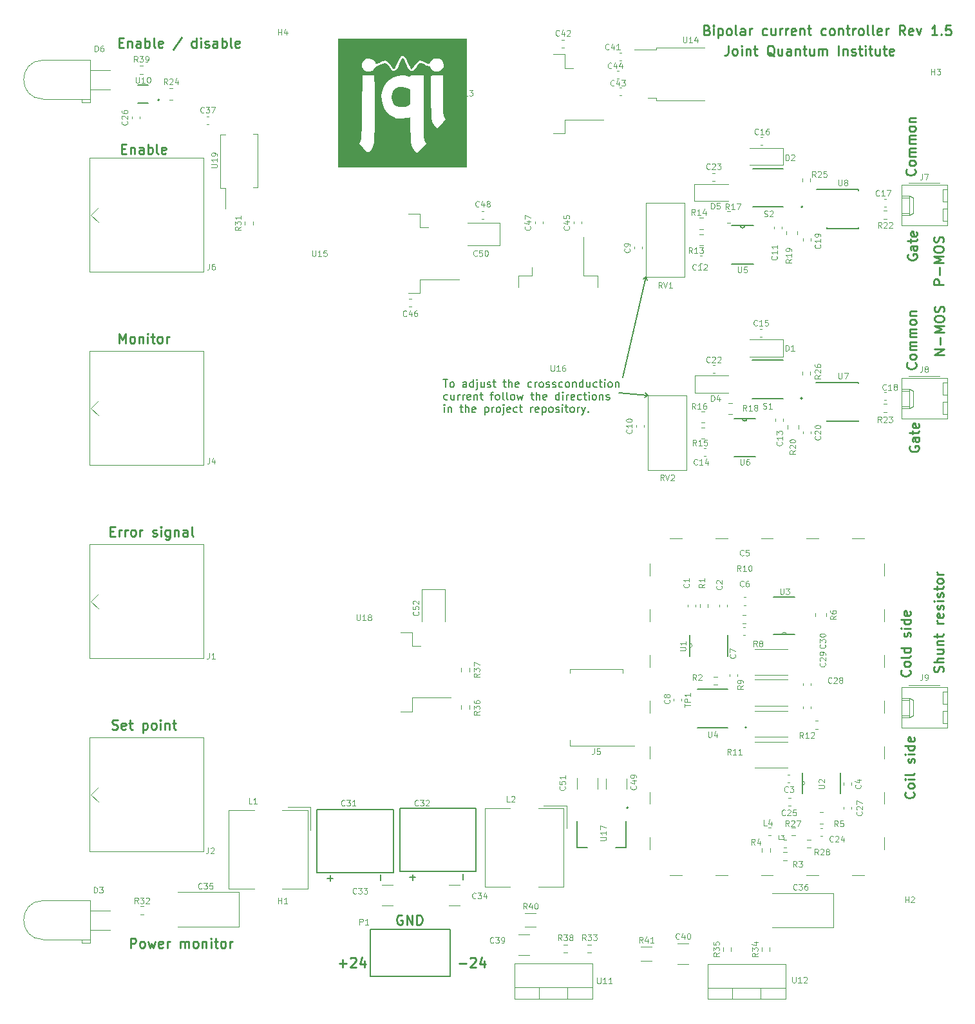
<source format=gbr>
%TF.GenerationSoftware,KiCad,Pcbnew,7.0.1*%
%TF.CreationDate,2023-05-04T18:56:47-04:00*%
%TF.ProjectId,Combined (new),436f6d62-696e-4656-9420-286e6577292e,rev?*%
%TF.SameCoordinates,Original*%
%TF.FileFunction,Legend,Top*%
%TF.FilePolarity,Positive*%
%FSLAX46Y46*%
G04 Gerber Fmt 4.6, Leading zero omitted, Abs format (unit mm)*
G04 Created by KiCad (PCBNEW 7.0.1) date 2023-05-04 18:56:47*
%MOMM*%
%LPD*%
G01*
G04 APERTURE LIST*
%ADD10C,0.150000*%
%ADD11C,0.254000*%
%ADD12C,0.127000*%
%ADD13C,0.101600*%
%ADD14C,0.120000*%
%ADD15C,0.152400*%
%ADD16C,0.100000*%
%ADD17C,0.200000*%
G04 APERTURE END LIST*
D10*
X136927129Y-74574056D02*
X136599523Y-74170908D01*
X136667249Y-58983848D02*
X136334897Y-59237484D01*
X136667249Y-58983848D02*
X136833424Y-59359929D01*
X136927129Y-74574056D02*
X136503316Y-74809372D01*
X133604000Y-72136000D02*
X136667249Y-58983848D01*
X133096000Y-74168000D02*
X136927129Y-74574056D01*
D11*
X144685790Y-26499984D02*
X144867218Y-26560460D01*
X144867218Y-26560460D02*
X144927695Y-26620936D01*
X144927695Y-26620936D02*
X144988171Y-26741888D01*
X144988171Y-26741888D02*
X144988171Y-26923317D01*
X144988171Y-26923317D02*
X144927695Y-27044269D01*
X144927695Y-27044269D02*
X144867218Y-27104746D01*
X144867218Y-27104746D02*
X144746266Y-27165222D01*
X144746266Y-27165222D02*
X144262456Y-27165222D01*
X144262456Y-27165222D02*
X144262456Y-25895222D01*
X144262456Y-25895222D02*
X144685790Y-25895222D01*
X144685790Y-25895222D02*
X144806742Y-25955698D01*
X144806742Y-25955698D02*
X144867218Y-26016174D01*
X144867218Y-26016174D02*
X144927695Y-26137126D01*
X144927695Y-26137126D02*
X144927695Y-26258079D01*
X144927695Y-26258079D02*
X144867218Y-26379031D01*
X144867218Y-26379031D02*
X144806742Y-26439507D01*
X144806742Y-26439507D02*
X144685790Y-26499984D01*
X144685790Y-26499984D02*
X144262456Y-26499984D01*
X145532456Y-27165222D02*
X145532456Y-26318555D01*
X145532456Y-25895222D02*
X145471980Y-25955698D01*
X145471980Y-25955698D02*
X145532456Y-26016174D01*
X145532456Y-26016174D02*
X145592933Y-25955698D01*
X145592933Y-25955698D02*
X145532456Y-25895222D01*
X145532456Y-25895222D02*
X145532456Y-26016174D01*
X146137218Y-26318555D02*
X146137218Y-27588555D01*
X146137218Y-26379031D02*
X146258171Y-26318555D01*
X146258171Y-26318555D02*
X146500076Y-26318555D01*
X146500076Y-26318555D02*
X146621028Y-26379031D01*
X146621028Y-26379031D02*
X146681504Y-26439507D01*
X146681504Y-26439507D02*
X146741980Y-26560460D01*
X146741980Y-26560460D02*
X146741980Y-26923317D01*
X146741980Y-26923317D02*
X146681504Y-27044269D01*
X146681504Y-27044269D02*
X146621028Y-27104746D01*
X146621028Y-27104746D02*
X146500076Y-27165222D01*
X146500076Y-27165222D02*
X146258171Y-27165222D01*
X146258171Y-27165222D02*
X146137218Y-27104746D01*
X147467695Y-27165222D02*
X147346743Y-27104746D01*
X147346743Y-27104746D02*
X147286266Y-27044269D01*
X147286266Y-27044269D02*
X147225790Y-26923317D01*
X147225790Y-26923317D02*
X147225790Y-26560460D01*
X147225790Y-26560460D02*
X147286266Y-26439507D01*
X147286266Y-26439507D02*
X147346743Y-26379031D01*
X147346743Y-26379031D02*
X147467695Y-26318555D01*
X147467695Y-26318555D02*
X147649124Y-26318555D01*
X147649124Y-26318555D02*
X147770076Y-26379031D01*
X147770076Y-26379031D02*
X147830552Y-26439507D01*
X147830552Y-26439507D02*
X147891028Y-26560460D01*
X147891028Y-26560460D02*
X147891028Y-26923317D01*
X147891028Y-26923317D02*
X147830552Y-27044269D01*
X147830552Y-27044269D02*
X147770076Y-27104746D01*
X147770076Y-27104746D02*
X147649124Y-27165222D01*
X147649124Y-27165222D02*
X147467695Y-27165222D01*
X148616743Y-27165222D02*
X148495791Y-27104746D01*
X148495791Y-27104746D02*
X148435314Y-26983793D01*
X148435314Y-26983793D02*
X148435314Y-25895222D01*
X149644838Y-27165222D02*
X149644838Y-26499984D01*
X149644838Y-26499984D02*
X149584362Y-26379031D01*
X149584362Y-26379031D02*
X149463410Y-26318555D01*
X149463410Y-26318555D02*
X149221505Y-26318555D01*
X149221505Y-26318555D02*
X149100552Y-26379031D01*
X149644838Y-27104746D02*
X149523886Y-27165222D01*
X149523886Y-27165222D02*
X149221505Y-27165222D01*
X149221505Y-27165222D02*
X149100552Y-27104746D01*
X149100552Y-27104746D02*
X149040076Y-26983793D01*
X149040076Y-26983793D02*
X149040076Y-26862841D01*
X149040076Y-26862841D02*
X149100552Y-26741888D01*
X149100552Y-26741888D02*
X149221505Y-26681412D01*
X149221505Y-26681412D02*
X149523886Y-26681412D01*
X149523886Y-26681412D02*
X149644838Y-26620936D01*
X150249600Y-27165222D02*
X150249600Y-26318555D01*
X150249600Y-26560460D02*
X150310077Y-26439507D01*
X150310077Y-26439507D02*
X150370553Y-26379031D01*
X150370553Y-26379031D02*
X150491505Y-26318555D01*
X150491505Y-26318555D02*
X150612458Y-26318555D01*
X152547695Y-27104746D02*
X152426743Y-27165222D01*
X152426743Y-27165222D02*
X152184838Y-27165222D01*
X152184838Y-27165222D02*
X152063886Y-27104746D01*
X152063886Y-27104746D02*
X152003409Y-27044269D01*
X152003409Y-27044269D02*
X151942933Y-26923317D01*
X151942933Y-26923317D02*
X151942933Y-26560460D01*
X151942933Y-26560460D02*
X152003409Y-26439507D01*
X152003409Y-26439507D02*
X152063886Y-26379031D01*
X152063886Y-26379031D02*
X152184838Y-26318555D01*
X152184838Y-26318555D02*
X152426743Y-26318555D01*
X152426743Y-26318555D02*
X152547695Y-26379031D01*
X153636266Y-26318555D02*
X153636266Y-27165222D01*
X153091980Y-26318555D02*
X153091980Y-26983793D01*
X153091980Y-26983793D02*
X153152457Y-27104746D01*
X153152457Y-27104746D02*
X153273409Y-27165222D01*
X153273409Y-27165222D02*
X153454838Y-27165222D01*
X153454838Y-27165222D02*
X153575790Y-27104746D01*
X153575790Y-27104746D02*
X153636266Y-27044269D01*
X154241028Y-27165222D02*
X154241028Y-26318555D01*
X154241028Y-26560460D02*
X154301505Y-26439507D01*
X154301505Y-26439507D02*
X154361981Y-26379031D01*
X154361981Y-26379031D02*
X154482933Y-26318555D01*
X154482933Y-26318555D02*
X154603886Y-26318555D01*
X155027218Y-27165222D02*
X155027218Y-26318555D01*
X155027218Y-26560460D02*
X155087695Y-26439507D01*
X155087695Y-26439507D02*
X155148171Y-26379031D01*
X155148171Y-26379031D02*
X155269123Y-26318555D01*
X155269123Y-26318555D02*
X155390076Y-26318555D01*
X156297218Y-27104746D02*
X156176266Y-27165222D01*
X156176266Y-27165222D02*
X155934361Y-27165222D01*
X155934361Y-27165222D02*
X155813408Y-27104746D01*
X155813408Y-27104746D02*
X155752932Y-26983793D01*
X155752932Y-26983793D02*
X155752932Y-26499984D01*
X155752932Y-26499984D02*
X155813408Y-26379031D01*
X155813408Y-26379031D02*
X155934361Y-26318555D01*
X155934361Y-26318555D02*
X156176266Y-26318555D01*
X156176266Y-26318555D02*
X156297218Y-26379031D01*
X156297218Y-26379031D02*
X156357694Y-26499984D01*
X156357694Y-26499984D02*
X156357694Y-26620936D01*
X156357694Y-26620936D02*
X155752932Y-26741888D01*
X156901979Y-26318555D02*
X156901979Y-27165222D01*
X156901979Y-26439507D02*
X156962456Y-26379031D01*
X156962456Y-26379031D02*
X157083408Y-26318555D01*
X157083408Y-26318555D02*
X157264837Y-26318555D01*
X157264837Y-26318555D02*
X157385789Y-26379031D01*
X157385789Y-26379031D02*
X157446265Y-26499984D01*
X157446265Y-26499984D02*
X157446265Y-27165222D01*
X157869599Y-26318555D02*
X158353408Y-26318555D01*
X158051027Y-25895222D02*
X158051027Y-26983793D01*
X158051027Y-26983793D02*
X158111504Y-27104746D01*
X158111504Y-27104746D02*
X158232456Y-27165222D01*
X158232456Y-27165222D02*
X158353408Y-27165222D01*
X160288646Y-27104746D02*
X160167694Y-27165222D01*
X160167694Y-27165222D02*
X159925789Y-27165222D01*
X159925789Y-27165222D02*
X159804837Y-27104746D01*
X159804837Y-27104746D02*
X159744360Y-27044269D01*
X159744360Y-27044269D02*
X159683884Y-26923317D01*
X159683884Y-26923317D02*
X159683884Y-26560460D01*
X159683884Y-26560460D02*
X159744360Y-26439507D01*
X159744360Y-26439507D02*
X159804837Y-26379031D01*
X159804837Y-26379031D02*
X159925789Y-26318555D01*
X159925789Y-26318555D02*
X160167694Y-26318555D01*
X160167694Y-26318555D02*
X160288646Y-26379031D01*
X161014360Y-27165222D02*
X160893408Y-27104746D01*
X160893408Y-27104746D02*
X160832931Y-27044269D01*
X160832931Y-27044269D02*
X160772455Y-26923317D01*
X160772455Y-26923317D02*
X160772455Y-26560460D01*
X160772455Y-26560460D02*
X160832931Y-26439507D01*
X160832931Y-26439507D02*
X160893408Y-26379031D01*
X160893408Y-26379031D02*
X161014360Y-26318555D01*
X161014360Y-26318555D02*
X161195789Y-26318555D01*
X161195789Y-26318555D02*
X161316741Y-26379031D01*
X161316741Y-26379031D02*
X161377217Y-26439507D01*
X161377217Y-26439507D02*
X161437693Y-26560460D01*
X161437693Y-26560460D02*
X161437693Y-26923317D01*
X161437693Y-26923317D02*
X161377217Y-27044269D01*
X161377217Y-27044269D02*
X161316741Y-27104746D01*
X161316741Y-27104746D02*
X161195789Y-27165222D01*
X161195789Y-27165222D02*
X161014360Y-27165222D01*
X161981979Y-26318555D02*
X161981979Y-27165222D01*
X161981979Y-26439507D02*
X162042456Y-26379031D01*
X162042456Y-26379031D02*
X162163408Y-26318555D01*
X162163408Y-26318555D02*
X162344837Y-26318555D01*
X162344837Y-26318555D02*
X162465789Y-26379031D01*
X162465789Y-26379031D02*
X162526265Y-26499984D01*
X162526265Y-26499984D02*
X162526265Y-27165222D01*
X162949599Y-26318555D02*
X163433408Y-26318555D01*
X163131027Y-25895222D02*
X163131027Y-26983793D01*
X163131027Y-26983793D02*
X163191504Y-27104746D01*
X163191504Y-27104746D02*
X163312456Y-27165222D01*
X163312456Y-27165222D02*
X163433408Y-27165222D01*
X163856741Y-27165222D02*
X163856741Y-26318555D01*
X163856741Y-26560460D02*
X163917218Y-26439507D01*
X163917218Y-26439507D02*
X163977694Y-26379031D01*
X163977694Y-26379031D02*
X164098646Y-26318555D01*
X164098646Y-26318555D02*
X164219599Y-26318555D01*
X164824360Y-27165222D02*
X164703408Y-27104746D01*
X164703408Y-27104746D02*
X164642931Y-27044269D01*
X164642931Y-27044269D02*
X164582455Y-26923317D01*
X164582455Y-26923317D02*
X164582455Y-26560460D01*
X164582455Y-26560460D02*
X164642931Y-26439507D01*
X164642931Y-26439507D02*
X164703408Y-26379031D01*
X164703408Y-26379031D02*
X164824360Y-26318555D01*
X164824360Y-26318555D02*
X165005789Y-26318555D01*
X165005789Y-26318555D02*
X165126741Y-26379031D01*
X165126741Y-26379031D02*
X165187217Y-26439507D01*
X165187217Y-26439507D02*
X165247693Y-26560460D01*
X165247693Y-26560460D02*
X165247693Y-26923317D01*
X165247693Y-26923317D02*
X165187217Y-27044269D01*
X165187217Y-27044269D02*
X165126741Y-27104746D01*
X165126741Y-27104746D02*
X165005789Y-27165222D01*
X165005789Y-27165222D02*
X164824360Y-27165222D01*
X165973408Y-27165222D02*
X165852456Y-27104746D01*
X165852456Y-27104746D02*
X165791979Y-26983793D01*
X165791979Y-26983793D02*
X165791979Y-25895222D01*
X166638646Y-27165222D02*
X166517694Y-27104746D01*
X166517694Y-27104746D02*
X166457217Y-26983793D01*
X166457217Y-26983793D02*
X166457217Y-25895222D01*
X167606265Y-27104746D02*
X167485313Y-27165222D01*
X167485313Y-27165222D02*
X167243408Y-27165222D01*
X167243408Y-27165222D02*
X167122455Y-27104746D01*
X167122455Y-27104746D02*
X167061979Y-26983793D01*
X167061979Y-26983793D02*
X167061979Y-26499984D01*
X167061979Y-26499984D02*
X167122455Y-26379031D01*
X167122455Y-26379031D02*
X167243408Y-26318555D01*
X167243408Y-26318555D02*
X167485313Y-26318555D01*
X167485313Y-26318555D02*
X167606265Y-26379031D01*
X167606265Y-26379031D02*
X167666741Y-26499984D01*
X167666741Y-26499984D02*
X167666741Y-26620936D01*
X167666741Y-26620936D02*
X167061979Y-26741888D01*
X168211026Y-27165222D02*
X168211026Y-26318555D01*
X168211026Y-26560460D02*
X168271503Y-26439507D01*
X168271503Y-26439507D02*
X168331979Y-26379031D01*
X168331979Y-26379031D02*
X168452931Y-26318555D01*
X168452931Y-26318555D02*
X168573884Y-26318555D01*
X170690550Y-27165222D02*
X170267216Y-26560460D01*
X169964835Y-27165222D02*
X169964835Y-25895222D01*
X169964835Y-25895222D02*
X170448645Y-25895222D01*
X170448645Y-25895222D02*
X170569597Y-25955698D01*
X170569597Y-25955698D02*
X170630074Y-26016174D01*
X170630074Y-26016174D02*
X170690550Y-26137126D01*
X170690550Y-26137126D02*
X170690550Y-26318555D01*
X170690550Y-26318555D02*
X170630074Y-26439507D01*
X170630074Y-26439507D02*
X170569597Y-26499984D01*
X170569597Y-26499984D02*
X170448645Y-26560460D01*
X170448645Y-26560460D02*
X169964835Y-26560460D01*
X171718645Y-27104746D02*
X171597693Y-27165222D01*
X171597693Y-27165222D02*
X171355788Y-27165222D01*
X171355788Y-27165222D02*
X171234835Y-27104746D01*
X171234835Y-27104746D02*
X171174359Y-26983793D01*
X171174359Y-26983793D02*
X171174359Y-26499984D01*
X171174359Y-26499984D02*
X171234835Y-26379031D01*
X171234835Y-26379031D02*
X171355788Y-26318555D01*
X171355788Y-26318555D02*
X171597693Y-26318555D01*
X171597693Y-26318555D02*
X171718645Y-26379031D01*
X171718645Y-26379031D02*
X171779121Y-26499984D01*
X171779121Y-26499984D02*
X171779121Y-26620936D01*
X171779121Y-26620936D02*
X171174359Y-26741888D01*
X172202454Y-26318555D02*
X172504835Y-27165222D01*
X172504835Y-27165222D02*
X172807216Y-26318555D01*
X174923883Y-27165222D02*
X174198168Y-27165222D01*
X174561025Y-27165222D02*
X174561025Y-25895222D01*
X174561025Y-25895222D02*
X174440073Y-26076650D01*
X174440073Y-26076650D02*
X174319121Y-26197603D01*
X174319121Y-26197603D02*
X174198168Y-26258079D01*
X175468168Y-27044269D02*
X175528645Y-27104746D01*
X175528645Y-27104746D02*
X175468168Y-27165222D01*
X175468168Y-27165222D02*
X175407692Y-27104746D01*
X175407692Y-27104746D02*
X175468168Y-27044269D01*
X175468168Y-27044269D02*
X175468168Y-27165222D01*
X176677692Y-25895222D02*
X176072930Y-25895222D01*
X176072930Y-25895222D02*
X176012454Y-26499984D01*
X176012454Y-26499984D02*
X176072930Y-26439507D01*
X176072930Y-26439507D02*
X176193883Y-26379031D01*
X176193883Y-26379031D02*
X176496264Y-26379031D01*
X176496264Y-26379031D02*
X176617216Y-26439507D01*
X176617216Y-26439507D02*
X176677692Y-26499984D01*
X176677692Y-26499984D02*
X176738169Y-26620936D01*
X176738169Y-26620936D02*
X176738169Y-26923317D01*
X176738169Y-26923317D02*
X176677692Y-27044269D01*
X176677692Y-27044269D02*
X176617216Y-27104746D01*
X176617216Y-27104746D02*
X176496264Y-27165222D01*
X176496264Y-27165222D02*
X176193883Y-27165222D01*
X176193883Y-27165222D02*
X176072930Y-27104746D01*
X176072930Y-27104746D02*
X176012454Y-27044269D01*
X171965202Y-44812830D02*
X172025679Y-44873306D01*
X172025679Y-44873306D02*
X172086155Y-45054735D01*
X172086155Y-45054735D02*
X172086155Y-45175687D01*
X172086155Y-45175687D02*
X172025679Y-45357116D01*
X172025679Y-45357116D02*
X171904726Y-45478068D01*
X171904726Y-45478068D02*
X171783774Y-45538545D01*
X171783774Y-45538545D02*
X171541869Y-45599021D01*
X171541869Y-45599021D02*
X171360440Y-45599021D01*
X171360440Y-45599021D02*
X171118536Y-45538545D01*
X171118536Y-45538545D02*
X170997583Y-45478068D01*
X170997583Y-45478068D02*
X170876631Y-45357116D01*
X170876631Y-45357116D02*
X170816155Y-45175687D01*
X170816155Y-45175687D02*
X170816155Y-45054735D01*
X170816155Y-45054735D02*
X170876631Y-44873306D01*
X170876631Y-44873306D02*
X170937107Y-44812830D01*
X172086155Y-44087116D02*
X172025679Y-44208068D01*
X172025679Y-44208068D02*
X171965202Y-44268545D01*
X171965202Y-44268545D02*
X171844250Y-44329021D01*
X171844250Y-44329021D02*
X171481393Y-44329021D01*
X171481393Y-44329021D02*
X171360440Y-44268545D01*
X171360440Y-44268545D02*
X171299964Y-44208068D01*
X171299964Y-44208068D02*
X171239488Y-44087116D01*
X171239488Y-44087116D02*
X171239488Y-43905687D01*
X171239488Y-43905687D02*
X171299964Y-43784735D01*
X171299964Y-43784735D02*
X171360440Y-43724259D01*
X171360440Y-43724259D02*
X171481393Y-43663783D01*
X171481393Y-43663783D02*
X171844250Y-43663783D01*
X171844250Y-43663783D02*
X171965202Y-43724259D01*
X171965202Y-43724259D02*
X172025679Y-43784735D01*
X172025679Y-43784735D02*
X172086155Y-43905687D01*
X172086155Y-43905687D02*
X172086155Y-44087116D01*
X172086155Y-43119497D02*
X171239488Y-43119497D01*
X171360440Y-43119497D02*
X171299964Y-43059020D01*
X171299964Y-43059020D02*
X171239488Y-42938068D01*
X171239488Y-42938068D02*
X171239488Y-42756639D01*
X171239488Y-42756639D02*
X171299964Y-42635687D01*
X171299964Y-42635687D02*
X171420917Y-42575211D01*
X171420917Y-42575211D02*
X172086155Y-42575211D01*
X171420917Y-42575211D02*
X171299964Y-42514735D01*
X171299964Y-42514735D02*
X171239488Y-42393782D01*
X171239488Y-42393782D02*
X171239488Y-42212354D01*
X171239488Y-42212354D02*
X171299964Y-42091401D01*
X171299964Y-42091401D02*
X171420917Y-42030925D01*
X171420917Y-42030925D02*
X172086155Y-42030925D01*
X172086155Y-41426164D02*
X171239488Y-41426164D01*
X171360440Y-41426164D02*
X171299964Y-41365687D01*
X171299964Y-41365687D02*
X171239488Y-41244735D01*
X171239488Y-41244735D02*
X171239488Y-41063306D01*
X171239488Y-41063306D02*
X171299964Y-40942354D01*
X171299964Y-40942354D02*
X171420917Y-40881878D01*
X171420917Y-40881878D02*
X172086155Y-40881878D01*
X171420917Y-40881878D02*
X171299964Y-40821402D01*
X171299964Y-40821402D02*
X171239488Y-40700449D01*
X171239488Y-40700449D02*
X171239488Y-40519021D01*
X171239488Y-40519021D02*
X171299964Y-40398068D01*
X171299964Y-40398068D02*
X171420917Y-40337592D01*
X171420917Y-40337592D02*
X172086155Y-40337592D01*
X172086155Y-39551402D02*
X172025679Y-39672354D01*
X172025679Y-39672354D02*
X171965202Y-39732831D01*
X171965202Y-39732831D02*
X171844250Y-39793307D01*
X171844250Y-39793307D02*
X171481393Y-39793307D01*
X171481393Y-39793307D02*
X171360440Y-39732831D01*
X171360440Y-39732831D02*
X171299964Y-39672354D01*
X171299964Y-39672354D02*
X171239488Y-39551402D01*
X171239488Y-39551402D02*
X171239488Y-39369973D01*
X171239488Y-39369973D02*
X171299964Y-39249021D01*
X171299964Y-39249021D02*
X171360440Y-39188545D01*
X171360440Y-39188545D02*
X171481393Y-39128069D01*
X171481393Y-39128069D02*
X171844250Y-39128069D01*
X171844250Y-39128069D02*
X171965202Y-39188545D01*
X171965202Y-39188545D02*
X172025679Y-39249021D01*
X172025679Y-39249021D02*
X172086155Y-39369973D01*
X172086155Y-39369973D02*
X172086155Y-39551402D01*
X171239488Y-38583783D02*
X172086155Y-38583783D01*
X171360440Y-38583783D02*
X171299964Y-38523306D01*
X171299964Y-38523306D02*
X171239488Y-38402354D01*
X171239488Y-38402354D02*
X171239488Y-38220925D01*
X171239488Y-38220925D02*
X171299964Y-38099973D01*
X171299964Y-38099973D02*
X171420917Y-38039497D01*
X171420917Y-38039497D02*
X172086155Y-38039497D01*
X171082002Y-56013046D02*
X171021526Y-56133999D01*
X171021526Y-56133999D02*
X171021526Y-56315427D01*
X171021526Y-56315427D02*
X171082002Y-56496856D01*
X171082002Y-56496856D02*
X171202954Y-56617808D01*
X171202954Y-56617808D02*
X171323907Y-56678285D01*
X171323907Y-56678285D02*
X171565811Y-56738761D01*
X171565811Y-56738761D02*
X171747240Y-56738761D01*
X171747240Y-56738761D02*
X171989145Y-56678285D01*
X171989145Y-56678285D02*
X172110097Y-56617808D01*
X172110097Y-56617808D02*
X172231050Y-56496856D01*
X172231050Y-56496856D02*
X172291526Y-56315427D01*
X172291526Y-56315427D02*
X172291526Y-56194475D01*
X172291526Y-56194475D02*
X172231050Y-56013046D01*
X172231050Y-56013046D02*
X172170573Y-55952570D01*
X172170573Y-55952570D02*
X171747240Y-55952570D01*
X171747240Y-55952570D02*
X171747240Y-56194475D01*
X172291526Y-54863999D02*
X171626288Y-54863999D01*
X171626288Y-54863999D02*
X171505335Y-54924475D01*
X171505335Y-54924475D02*
X171444859Y-55045427D01*
X171444859Y-55045427D02*
X171444859Y-55287332D01*
X171444859Y-55287332D02*
X171505335Y-55408285D01*
X172231050Y-54863999D02*
X172291526Y-54984951D01*
X172291526Y-54984951D02*
X172291526Y-55287332D01*
X172291526Y-55287332D02*
X172231050Y-55408285D01*
X172231050Y-55408285D02*
X172110097Y-55468761D01*
X172110097Y-55468761D02*
X171989145Y-55468761D01*
X171989145Y-55468761D02*
X171868192Y-55408285D01*
X171868192Y-55408285D02*
X171807716Y-55287332D01*
X171807716Y-55287332D02*
X171807716Y-54984951D01*
X171807716Y-54984951D02*
X171747240Y-54863999D01*
X171444859Y-54440665D02*
X171444859Y-53956856D01*
X171021526Y-54259237D02*
X172110097Y-54259237D01*
X172110097Y-54259237D02*
X172231050Y-54198760D01*
X172231050Y-54198760D02*
X172291526Y-54077808D01*
X172291526Y-54077808D02*
X172291526Y-53956856D01*
X172231050Y-53049713D02*
X172291526Y-53170665D01*
X172291526Y-53170665D02*
X172291526Y-53412570D01*
X172291526Y-53412570D02*
X172231050Y-53533523D01*
X172231050Y-53533523D02*
X172110097Y-53593999D01*
X172110097Y-53593999D02*
X171626288Y-53593999D01*
X171626288Y-53593999D02*
X171505335Y-53533523D01*
X171505335Y-53533523D02*
X171444859Y-53412570D01*
X171444859Y-53412570D02*
X171444859Y-53170665D01*
X171444859Y-53170665D02*
X171505335Y-53049713D01*
X171505335Y-53049713D02*
X171626288Y-52989237D01*
X171626288Y-52989237D02*
X171747240Y-52989237D01*
X171747240Y-52989237D02*
X171868192Y-53593999D01*
X171817987Y-126679216D02*
X171878464Y-126739692D01*
X171878464Y-126739692D02*
X171938940Y-126921121D01*
X171938940Y-126921121D02*
X171938940Y-127042073D01*
X171938940Y-127042073D02*
X171878464Y-127223502D01*
X171878464Y-127223502D02*
X171757511Y-127344454D01*
X171757511Y-127344454D02*
X171636559Y-127404931D01*
X171636559Y-127404931D02*
X171394654Y-127465407D01*
X171394654Y-127465407D02*
X171213225Y-127465407D01*
X171213225Y-127465407D02*
X170971321Y-127404931D01*
X170971321Y-127404931D02*
X170850368Y-127344454D01*
X170850368Y-127344454D02*
X170729416Y-127223502D01*
X170729416Y-127223502D02*
X170668940Y-127042073D01*
X170668940Y-127042073D02*
X170668940Y-126921121D01*
X170668940Y-126921121D02*
X170729416Y-126739692D01*
X170729416Y-126739692D02*
X170789892Y-126679216D01*
X171938940Y-125953502D02*
X171878464Y-126074454D01*
X171878464Y-126074454D02*
X171817987Y-126134931D01*
X171817987Y-126134931D02*
X171697035Y-126195407D01*
X171697035Y-126195407D02*
X171334178Y-126195407D01*
X171334178Y-126195407D02*
X171213225Y-126134931D01*
X171213225Y-126134931D02*
X171152749Y-126074454D01*
X171152749Y-126074454D02*
X171092273Y-125953502D01*
X171092273Y-125953502D02*
X171092273Y-125772073D01*
X171092273Y-125772073D02*
X171152749Y-125651121D01*
X171152749Y-125651121D02*
X171213225Y-125590645D01*
X171213225Y-125590645D02*
X171334178Y-125530169D01*
X171334178Y-125530169D02*
X171697035Y-125530169D01*
X171697035Y-125530169D02*
X171817987Y-125590645D01*
X171817987Y-125590645D02*
X171878464Y-125651121D01*
X171878464Y-125651121D02*
X171938940Y-125772073D01*
X171938940Y-125772073D02*
X171938940Y-125953502D01*
X171938940Y-124985883D02*
X171092273Y-124985883D01*
X170668940Y-124985883D02*
X170729416Y-125046359D01*
X170729416Y-125046359D02*
X170789892Y-124985883D01*
X170789892Y-124985883D02*
X170729416Y-124925406D01*
X170729416Y-124925406D02*
X170668940Y-124985883D01*
X170668940Y-124985883D02*
X170789892Y-124985883D01*
X171938940Y-124199692D02*
X171878464Y-124320644D01*
X171878464Y-124320644D02*
X171757511Y-124381121D01*
X171757511Y-124381121D02*
X170668940Y-124381121D01*
X171878464Y-122808740D02*
X171938940Y-122687787D01*
X171938940Y-122687787D02*
X171938940Y-122445883D01*
X171938940Y-122445883D02*
X171878464Y-122324930D01*
X171878464Y-122324930D02*
X171757511Y-122264454D01*
X171757511Y-122264454D02*
X171697035Y-122264454D01*
X171697035Y-122264454D02*
X171576083Y-122324930D01*
X171576083Y-122324930D02*
X171515606Y-122445883D01*
X171515606Y-122445883D02*
X171515606Y-122627311D01*
X171515606Y-122627311D02*
X171455130Y-122748264D01*
X171455130Y-122748264D02*
X171334178Y-122808740D01*
X171334178Y-122808740D02*
X171273702Y-122808740D01*
X171273702Y-122808740D02*
X171152749Y-122748264D01*
X171152749Y-122748264D02*
X171092273Y-122627311D01*
X171092273Y-122627311D02*
X171092273Y-122445883D01*
X171092273Y-122445883D02*
X171152749Y-122324930D01*
X171938940Y-121720169D02*
X171092273Y-121720169D01*
X170668940Y-121720169D02*
X170729416Y-121780645D01*
X170729416Y-121780645D02*
X170789892Y-121720169D01*
X170789892Y-121720169D02*
X170729416Y-121659692D01*
X170729416Y-121659692D02*
X170668940Y-121720169D01*
X170668940Y-121720169D02*
X170789892Y-121720169D01*
X171938940Y-120571121D02*
X170668940Y-120571121D01*
X171878464Y-120571121D02*
X171938940Y-120692073D01*
X171938940Y-120692073D02*
X171938940Y-120933978D01*
X171938940Y-120933978D02*
X171878464Y-121054930D01*
X171878464Y-121054930D02*
X171817987Y-121115407D01*
X171817987Y-121115407D02*
X171697035Y-121175883D01*
X171697035Y-121175883D02*
X171334178Y-121175883D01*
X171334178Y-121175883D02*
X171213225Y-121115407D01*
X171213225Y-121115407D02*
X171152749Y-121054930D01*
X171152749Y-121054930D02*
X171092273Y-120933978D01*
X171092273Y-120933978D02*
X171092273Y-120692073D01*
X171092273Y-120692073D02*
X171152749Y-120571121D01*
X171878464Y-119482549D02*
X171938940Y-119603501D01*
X171938940Y-119603501D02*
X171938940Y-119845406D01*
X171938940Y-119845406D02*
X171878464Y-119966359D01*
X171878464Y-119966359D02*
X171757511Y-120026835D01*
X171757511Y-120026835D02*
X171273702Y-120026835D01*
X171273702Y-120026835D02*
X171152749Y-119966359D01*
X171152749Y-119966359D02*
X171092273Y-119845406D01*
X171092273Y-119845406D02*
X171092273Y-119603501D01*
X171092273Y-119603501D02*
X171152749Y-119482549D01*
X171152749Y-119482549D02*
X171273702Y-119422073D01*
X171273702Y-119422073D02*
X171394654Y-119422073D01*
X171394654Y-119422073D02*
X171515606Y-120026835D01*
X68882380Y-147164576D02*
X68882380Y-145894576D01*
X68882380Y-145894576D02*
X69366190Y-145894576D01*
X69366190Y-145894576D02*
X69487142Y-145955052D01*
X69487142Y-145955052D02*
X69547619Y-146015528D01*
X69547619Y-146015528D02*
X69608095Y-146136480D01*
X69608095Y-146136480D02*
X69608095Y-146317909D01*
X69608095Y-146317909D02*
X69547619Y-146438861D01*
X69547619Y-146438861D02*
X69487142Y-146499338D01*
X69487142Y-146499338D02*
X69366190Y-146559814D01*
X69366190Y-146559814D02*
X68882380Y-146559814D01*
X70333809Y-147164576D02*
X70212857Y-147104100D01*
X70212857Y-147104100D02*
X70152380Y-147043623D01*
X70152380Y-147043623D02*
X70091904Y-146922671D01*
X70091904Y-146922671D02*
X70091904Y-146559814D01*
X70091904Y-146559814D02*
X70152380Y-146438861D01*
X70152380Y-146438861D02*
X70212857Y-146378385D01*
X70212857Y-146378385D02*
X70333809Y-146317909D01*
X70333809Y-146317909D02*
X70515238Y-146317909D01*
X70515238Y-146317909D02*
X70636190Y-146378385D01*
X70636190Y-146378385D02*
X70696666Y-146438861D01*
X70696666Y-146438861D02*
X70757142Y-146559814D01*
X70757142Y-146559814D02*
X70757142Y-146922671D01*
X70757142Y-146922671D02*
X70696666Y-147043623D01*
X70696666Y-147043623D02*
X70636190Y-147104100D01*
X70636190Y-147104100D02*
X70515238Y-147164576D01*
X70515238Y-147164576D02*
X70333809Y-147164576D01*
X71180476Y-146317909D02*
X71422381Y-147164576D01*
X71422381Y-147164576D02*
X71664286Y-146559814D01*
X71664286Y-146559814D02*
X71906190Y-147164576D01*
X71906190Y-147164576D02*
X72148095Y-146317909D01*
X73115714Y-147104100D02*
X72994762Y-147164576D01*
X72994762Y-147164576D02*
X72752857Y-147164576D01*
X72752857Y-147164576D02*
X72631904Y-147104100D01*
X72631904Y-147104100D02*
X72571428Y-146983147D01*
X72571428Y-146983147D02*
X72571428Y-146499338D01*
X72571428Y-146499338D02*
X72631904Y-146378385D01*
X72631904Y-146378385D02*
X72752857Y-146317909D01*
X72752857Y-146317909D02*
X72994762Y-146317909D01*
X72994762Y-146317909D02*
X73115714Y-146378385D01*
X73115714Y-146378385D02*
X73176190Y-146499338D01*
X73176190Y-146499338D02*
X73176190Y-146620290D01*
X73176190Y-146620290D02*
X72571428Y-146741242D01*
X73720475Y-147164576D02*
X73720475Y-146317909D01*
X73720475Y-146559814D02*
X73780952Y-146438861D01*
X73780952Y-146438861D02*
X73841428Y-146378385D01*
X73841428Y-146378385D02*
X73962380Y-146317909D01*
X73962380Y-146317909D02*
X74083333Y-146317909D01*
X75474284Y-147164576D02*
X75474284Y-146317909D01*
X75474284Y-146438861D02*
X75534761Y-146378385D01*
X75534761Y-146378385D02*
X75655713Y-146317909D01*
X75655713Y-146317909D02*
X75837142Y-146317909D01*
X75837142Y-146317909D02*
X75958094Y-146378385D01*
X75958094Y-146378385D02*
X76018570Y-146499338D01*
X76018570Y-146499338D02*
X76018570Y-147164576D01*
X76018570Y-146499338D02*
X76079046Y-146378385D01*
X76079046Y-146378385D02*
X76199999Y-146317909D01*
X76199999Y-146317909D02*
X76381427Y-146317909D01*
X76381427Y-146317909D02*
X76502380Y-146378385D01*
X76502380Y-146378385D02*
X76562856Y-146499338D01*
X76562856Y-146499338D02*
X76562856Y-147164576D01*
X77349046Y-147164576D02*
X77228094Y-147104100D01*
X77228094Y-147104100D02*
X77167617Y-147043623D01*
X77167617Y-147043623D02*
X77107141Y-146922671D01*
X77107141Y-146922671D02*
X77107141Y-146559814D01*
X77107141Y-146559814D02*
X77167617Y-146438861D01*
X77167617Y-146438861D02*
X77228094Y-146378385D01*
X77228094Y-146378385D02*
X77349046Y-146317909D01*
X77349046Y-146317909D02*
X77530475Y-146317909D01*
X77530475Y-146317909D02*
X77651427Y-146378385D01*
X77651427Y-146378385D02*
X77711903Y-146438861D01*
X77711903Y-146438861D02*
X77772379Y-146559814D01*
X77772379Y-146559814D02*
X77772379Y-146922671D01*
X77772379Y-146922671D02*
X77711903Y-147043623D01*
X77711903Y-147043623D02*
X77651427Y-147104100D01*
X77651427Y-147104100D02*
X77530475Y-147164576D01*
X77530475Y-147164576D02*
X77349046Y-147164576D01*
X78316665Y-146317909D02*
X78316665Y-147164576D01*
X78316665Y-146438861D02*
X78377142Y-146378385D01*
X78377142Y-146378385D02*
X78498094Y-146317909D01*
X78498094Y-146317909D02*
X78679523Y-146317909D01*
X78679523Y-146317909D02*
X78800475Y-146378385D01*
X78800475Y-146378385D02*
X78860951Y-146499338D01*
X78860951Y-146499338D02*
X78860951Y-147164576D01*
X79465713Y-147164576D02*
X79465713Y-146317909D01*
X79465713Y-145894576D02*
X79405237Y-145955052D01*
X79405237Y-145955052D02*
X79465713Y-146015528D01*
X79465713Y-146015528D02*
X79526190Y-145955052D01*
X79526190Y-145955052D02*
X79465713Y-145894576D01*
X79465713Y-145894576D02*
X79465713Y-146015528D01*
X79889047Y-146317909D02*
X80372856Y-146317909D01*
X80070475Y-145894576D02*
X80070475Y-146983147D01*
X80070475Y-146983147D02*
X80130952Y-147104100D01*
X80130952Y-147104100D02*
X80251904Y-147164576D01*
X80251904Y-147164576D02*
X80372856Y-147164576D01*
X80977618Y-147164576D02*
X80856666Y-147104100D01*
X80856666Y-147104100D02*
X80796189Y-147043623D01*
X80796189Y-147043623D02*
X80735713Y-146922671D01*
X80735713Y-146922671D02*
X80735713Y-146559814D01*
X80735713Y-146559814D02*
X80796189Y-146438861D01*
X80796189Y-146438861D02*
X80856666Y-146378385D01*
X80856666Y-146378385D02*
X80977618Y-146317909D01*
X80977618Y-146317909D02*
X81159047Y-146317909D01*
X81159047Y-146317909D02*
X81279999Y-146378385D01*
X81279999Y-146378385D02*
X81340475Y-146438861D01*
X81340475Y-146438861D02*
X81400951Y-146559814D01*
X81400951Y-146559814D02*
X81400951Y-146922671D01*
X81400951Y-146922671D02*
X81340475Y-147043623D01*
X81340475Y-147043623D02*
X81279999Y-147104100D01*
X81279999Y-147104100D02*
X81159047Y-147164576D01*
X81159047Y-147164576D02*
X80977618Y-147164576D01*
X81945237Y-147164576D02*
X81945237Y-146317909D01*
X81945237Y-146559814D02*
X82005714Y-146438861D01*
X82005714Y-146438861D02*
X82066190Y-146378385D01*
X82066190Y-146378385D02*
X82187142Y-146317909D01*
X82187142Y-146317909D02*
X82308095Y-146317909D01*
X112062380Y-149220766D02*
X113030000Y-149220766D01*
X113574285Y-148555528D02*
X113634761Y-148495052D01*
X113634761Y-148495052D02*
X113755714Y-148434576D01*
X113755714Y-148434576D02*
X114058095Y-148434576D01*
X114058095Y-148434576D02*
X114179047Y-148495052D01*
X114179047Y-148495052D02*
X114239523Y-148555528D01*
X114239523Y-148555528D02*
X114300000Y-148676480D01*
X114300000Y-148676480D02*
X114300000Y-148797433D01*
X114300000Y-148797433D02*
X114239523Y-148978861D01*
X114239523Y-148978861D02*
X113513809Y-149704576D01*
X113513809Y-149704576D02*
X114300000Y-149704576D01*
X115388571Y-148857909D02*
X115388571Y-149704576D01*
X115086190Y-148374100D02*
X114783809Y-149281242D01*
X114783809Y-149281242D02*
X115570000Y-149281242D01*
X172066983Y-70258048D02*
X172127460Y-70318524D01*
X172127460Y-70318524D02*
X172187936Y-70499953D01*
X172187936Y-70499953D02*
X172187936Y-70620905D01*
X172187936Y-70620905D02*
X172127460Y-70802334D01*
X172127460Y-70802334D02*
X172006507Y-70923286D01*
X172006507Y-70923286D02*
X171885555Y-70983763D01*
X171885555Y-70983763D02*
X171643650Y-71044239D01*
X171643650Y-71044239D02*
X171462221Y-71044239D01*
X171462221Y-71044239D02*
X171220317Y-70983763D01*
X171220317Y-70983763D02*
X171099364Y-70923286D01*
X171099364Y-70923286D02*
X170978412Y-70802334D01*
X170978412Y-70802334D02*
X170917936Y-70620905D01*
X170917936Y-70620905D02*
X170917936Y-70499953D01*
X170917936Y-70499953D02*
X170978412Y-70318524D01*
X170978412Y-70318524D02*
X171038888Y-70258048D01*
X172187936Y-69532334D02*
X172127460Y-69653286D01*
X172127460Y-69653286D02*
X172066983Y-69713763D01*
X172066983Y-69713763D02*
X171946031Y-69774239D01*
X171946031Y-69774239D02*
X171583174Y-69774239D01*
X171583174Y-69774239D02*
X171462221Y-69713763D01*
X171462221Y-69713763D02*
X171401745Y-69653286D01*
X171401745Y-69653286D02*
X171341269Y-69532334D01*
X171341269Y-69532334D02*
X171341269Y-69350905D01*
X171341269Y-69350905D02*
X171401745Y-69229953D01*
X171401745Y-69229953D02*
X171462221Y-69169477D01*
X171462221Y-69169477D02*
X171583174Y-69109001D01*
X171583174Y-69109001D02*
X171946031Y-69109001D01*
X171946031Y-69109001D02*
X172066983Y-69169477D01*
X172066983Y-69169477D02*
X172127460Y-69229953D01*
X172127460Y-69229953D02*
X172187936Y-69350905D01*
X172187936Y-69350905D02*
X172187936Y-69532334D01*
X172187936Y-68564715D02*
X171341269Y-68564715D01*
X171462221Y-68564715D02*
X171401745Y-68504238D01*
X171401745Y-68504238D02*
X171341269Y-68383286D01*
X171341269Y-68383286D02*
X171341269Y-68201857D01*
X171341269Y-68201857D02*
X171401745Y-68080905D01*
X171401745Y-68080905D02*
X171522698Y-68020429D01*
X171522698Y-68020429D02*
X172187936Y-68020429D01*
X171522698Y-68020429D02*
X171401745Y-67959953D01*
X171401745Y-67959953D02*
X171341269Y-67839000D01*
X171341269Y-67839000D02*
X171341269Y-67657572D01*
X171341269Y-67657572D02*
X171401745Y-67536619D01*
X171401745Y-67536619D02*
X171522698Y-67476143D01*
X171522698Y-67476143D02*
X172187936Y-67476143D01*
X172187936Y-66871382D02*
X171341269Y-66871382D01*
X171462221Y-66871382D02*
X171401745Y-66810905D01*
X171401745Y-66810905D02*
X171341269Y-66689953D01*
X171341269Y-66689953D02*
X171341269Y-66508524D01*
X171341269Y-66508524D02*
X171401745Y-66387572D01*
X171401745Y-66387572D02*
X171522698Y-66327096D01*
X171522698Y-66327096D02*
X172187936Y-66327096D01*
X171522698Y-66327096D02*
X171401745Y-66266620D01*
X171401745Y-66266620D02*
X171341269Y-66145667D01*
X171341269Y-66145667D02*
X171341269Y-65964239D01*
X171341269Y-65964239D02*
X171401745Y-65843286D01*
X171401745Y-65843286D02*
X171522698Y-65782810D01*
X171522698Y-65782810D02*
X172187936Y-65782810D01*
X172187936Y-64996620D02*
X172127460Y-65117572D01*
X172127460Y-65117572D02*
X172066983Y-65178049D01*
X172066983Y-65178049D02*
X171946031Y-65238525D01*
X171946031Y-65238525D02*
X171583174Y-65238525D01*
X171583174Y-65238525D02*
X171462221Y-65178049D01*
X171462221Y-65178049D02*
X171401745Y-65117572D01*
X171401745Y-65117572D02*
X171341269Y-64996620D01*
X171341269Y-64996620D02*
X171341269Y-64815191D01*
X171341269Y-64815191D02*
X171401745Y-64694239D01*
X171401745Y-64694239D02*
X171462221Y-64633763D01*
X171462221Y-64633763D02*
X171583174Y-64573287D01*
X171583174Y-64573287D02*
X171946031Y-64573287D01*
X171946031Y-64573287D02*
X172066983Y-64633763D01*
X172066983Y-64633763D02*
X172127460Y-64694239D01*
X172127460Y-64694239D02*
X172187936Y-64815191D01*
X172187936Y-64815191D02*
X172187936Y-64996620D01*
X171341269Y-64029001D02*
X172187936Y-64029001D01*
X171462221Y-64029001D02*
X171401745Y-63968524D01*
X171401745Y-63968524D02*
X171341269Y-63847572D01*
X171341269Y-63847572D02*
X171341269Y-63666143D01*
X171341269Y-63666143D02*
X171401745Y-63545191D01*
X171401745Y-63545191D02*
X171522698Y-63484715D01*
X171522698Y-63484715D02*
X172187936Y-63484715D01*
X171341519Y-81212805D02*
X171281043Y-81333758D01*
X171281043Y-81333758D02*
X171281043Y-81515186D01*
X171281043Y-81515186D02*
X171341519Y-81696615D01*
X171341519Y-81696615D02*
X171462471Y-81817567D01*
X171462471Y-81817567D02*
X171583424Y-81878044D01*
X171583424Y-81878044D02*
X171825328Y-81938520D01*
X171825328Y-81938520D02*
X172006757Y-81938520D01*
X172006757Y-81938520D02*
X172248662Y-81878044D01*
X172248662Y-81878044D02*
X172369614Y-81817567D01*
X172369614Y-81817567D02*
X172490567Y-81696615D01*
X172490567Y-81696615D02*
X172551043Y-81515186D01*
X172551043Y-81515186D02*
X172551043Y-81394234D01*
X172551043Y-81394234D02*
X172490567Y-81212805D01*
X172490567Y-81212805D02*
X172430090Y-81152329D01*
X172430090Y-81152329D02*
X172006757Y-81152329D01*
X172006757Y-81152329D02*
X172006757Y-81394234D01*
X172551043Y-80063758D02*
X171885805Y-80063758D01*
X171885805Y-80063758D02*
X171764852Y-80124234D01*
X171764852Y-80124234D02*
X171704376Y-80245186D01*
X171704376Y-80245186D02*
X171704376Y-80487091D01*
X171704376Y-80487091D02*
X171764852Y-80608044D01*
X172490567Y-80063758D02*
X172551043Y-80184710D01*
X172551043Y-80184710D02*
X172551043Y-80487091D01*
X172551043Y-80487091D02*
X172490567Y-80608044D01*
X172490567Y-80608044D02*
X172369614Y-80668520D01*
X172369614Y-80668520D02*
X172248662Y-80668520D01*
X172248662Y-80668520D02*
X172127709Y-80608044D01*
X172127709Y-80608044D02*
X172067233Y-80487091D01*
X172067233Y-80487091D02*
X172067233Y-80184710D01*
X172067233Y-80184710D02*
X172006757Y-80063758D01*
X171704376Y-79640424D02*
X171704376Y-79156615D01*
X171281043Y-79458996D02*
X172369614Y-79458996D01*
X172369614Y-79458996D02*
X172490567Y-79398519D01*
X172490567Y-79398519D02*
X172551043Y-79277567D01*
X172551043Y-79277567D02*
X172551043Y-79156615D01*
X172490567Y-78249472D02*
X172551043Y-78370424D01*
X172551043Y-78370424D02*
X172551043Y-78612329D01*
X172551043Y-78612329D02*
X172490567Y-78733282D01*
X172490567Y-78733282D02*
X172369614Y-78793758D01*
X172369614Y-78793758D02*
X171885805Y-78793758D01*
X171885805Y-78793758D02*
X171764852Y-78733282D01*
X171764852Y-78733282D02*
X171704376Y-78612329D01*
X171704376Y-78612329D02*
X171704376Y-78370424D01*
X171704376Y-78370424D02*
X171764852Y-78249472D01*
X171764852Y-78249472D02*
X171885805Y-78188996D01*
X171885805Y-78188996D02*
X172006757Y-78188996D01*
X172006757Y-78188996D02*
X172127709Y-78793758D01*
X96314380Y-149220766D02*
X97282000Y-149220766D01*
X96798190Y-149704576D02*
X96798190Y-148736957D01*
X97826285Y-148555528D02*
X97886761Y-148495052D01*
X97886761Y-148495052D02*
X98007714Y-148434576D01*
X98007714Y-148434576D02*
X98310095Y-148434576D01*
X98310095Y-148434576D02*
X98431047Y-148495052D01*
X98431047Y-148495052D02*
X98491523Y-148555528D01*
X98491523Y-148555528D02*
X98552000Y-148676480D01*
X98552000Y-148676480D02*
X98552000Y-148797433D01*
X98552000Y-148797433D02*
X98491523Y-148978861D01*
X98491523Y-148978861D02*
X97765809Y-149704576D01*
X97765809Y-149704576D02*
X98552000Y-149704576D01*
X99640571Y-148857909D02*
X99640571Y-149704576D01*
X99338190Y-148374100D02*
X99035809Y-149281242D01*
X99035809Y-149281242D02*
X99822000Y-149281242D01*
X171287879Y-110658152D02*
X171348356Y-110718628D01*
X171348356Y-110718628D02*
X171408832Y-110900057D01*
X171408832Y-110900057D02*
X171408832Y-111021009D01*
X171408832Y-111021009D02*
X171348356Y-111202438D01*
X171348356Y-111202438D02*
X171227403Y-111323390D01*
X171227403Y-111323390D02*
X171106451Y-111383867D01*
X171106451Y-111383867D02*
X170864546Y-111444343D01*
X170864546Y-111444343D02*
X170683117Y-111444343D01*
X170683117Y-111444343D02*
X170441213Y-111383867D01*
X170441213Y-111383867D02*
X170320260Y-111323390D01*
X170320260Y-111323390D02*
X170199308Y-111202438D01*
X170199308Y-111202438D02*
X170138832Y-111021009D01*
X170138832Y-111021009D02*
X170138832Y-110900057D01*
X170138832Y-110900057D02*
X170199308Y-110718628D01*
X170199308Y-110718628D02*
X170259784Y-110658152D01*
X171408832Y-109932438D02*
X171348356Y-110053390D01*
X171348356Y-110053390D02*
X171287879Y-110113867D01*
X171287879Y-110113867D02*
X171166927Y-110174343D01*
X171166927Y-110174343D02*
X170804070Y-110174343D01*
X170804070Y-110174343D02*
X170683117Y-110113867D01*
X170683117Y-110113867D02*
X170622641Y-110053390D01*
X170622641Y-110053390D02*
X170562165Y-109932438D01*
X170562165Y-109932438D02*
X170562165Y-109751009D01*
X170562165Y-109751009D02*
X170622641Y-109630057D01*
X170622641Y-109630057D02*
X170683117Y-109569581D01*
X170683117Y-109569581D02*
X170804070Y-109509105D01*
X170804070Y-109509105D02*
X171166927Y-109509105D01*
X171166927Y-109509105D02*
X171287879Y-109569581D01*
X171287879Y-109569581D02*
X171348356Y-109630057D01*
X171348356Y-109630057D02*
X171408832Y-109751009D01*
X171408832Y-109751009D02*
X171408832Y-109932438D01*
X171408832Y-108783390D02*
X171348356Y-108904342D01*
X171348356Y-108904342D02*
X171227403Y-108964819D01*
X171227403Y-108964819D02*
X170138832Y-108964819D01*
X171408832Y-107755295D02*
X170138832Y-107755295D01*
X171348356Y-107755295D02*
X171408832Y-107876247D01*
X171408832Y-107876247D02*
X171408832Y-108118152D01*
X171408832Y-108118152D02*
X171348356Y-108239104D01*
X171348356Y-108239104D02*
X171287879Y-108299581D01*
X171287879Y-108299581D02*
X171166927Y-108360057D01*
X171166927Y-108360057D02*
X170804070Y-108360057D01*
X170804070Y-108360057D02*
X170683117Y-108299581D01*
X170683117Y-108299581D02*
X170622641Y-108239104D01*
X170622641Y-108239104D02*
X170562165Y-108118152D01*
X170562165Y-108118152D02*
X170562165Y-107876247D01*
X170562165Y-107876247D02*
X170622641Y-107755295D01*
X171348356Y-106243390D02*
X171408832Y-106122437D01*
X171408832Y-106122437D02*
X171408832Y-105880533D01*
X171408832Y-105880533D02*
X171348356Y-105759580D01*
X171348356Y-105759580D02*
X171227403Y-105699104D01*
X171227403Y-105699104D02*
X171166927Y-105699104D01*
X171166927Y-105699104D02*
X171045975Y-105759580D01*
X171045975Y-105759580D02*
X170985498Y-105880533D01*
X170985498Y-105880533D02*
X170985498Y-106061961D01*
X170985498Y-106061961D02*
X170925022Y-106182914D01*
X170925022Y-106182914D02*
X170804070Y-106243390D01*
X170804070Y-106243390D02*
X170743594Y-106243390D01*
X170743594Y-106243390D02*
X170622641Y-106182914D01*
X170622641Y-106182914D02*
X170562165Y-106061961D01*
X170562165Y-106061961D02*
X170562165Y-105880533D01*
X170562165Y-105880533D02*
X170622641Y-105759580D01*
X171408832Y-105154819D02*
X170562165Y-105154819D01*
X170138832Y-105154819D02*
X170199308Y-105215295D01*
X170199308Y-105215295D02*
X170259784Y-105154819D01*
X170259784Y-105154819D02*
X170199308Y-105094342D01*
X170199308Y-105094342D02*
X170138832Y-105154819D01*
X170138832Y-105154819D02*
X170259784Y-105154819D01*
X171408832Y-104005771D02*
X170138832Y-104005771D01*
X171348356Y-104005771D02*
X171408832Y-104126723D01*
X171408832Y-104126723D02*
X171408832Y-104368628D01*
X171408832Y-104368628D02*
X171348356Y-104489580D01*
X171348356Y-104489580D02*
X171287879Y-104550057D01*
X171287879Y-104550057D02*
X171166927Y-104610533D01*
X171166927Y-104610533D02*
X170804070Y-104610533D01*
X170804070Y-104610533D02*
X170683117Y-104550057D01*
X170683117Y-104550057D02*
X170622641Y-104489580D01*
X170622641Y-104489580D02*
X170562165Y-104368628D01*
X170562165Y-104368628D02*
X170562165Y-104126723D01*
X170562165Y-104126723D02*
X170622641Y-104005771D01*
X171348356Y-102917199D02*
X171408832Y-103038151D01*
X171408832Y-103038151D02*
X171408832Y-103280056D01*
X171408832Y-103280056D02*
X171348356Y-103401009D01*
X171348356Y-103401009D02*
X171227403Y-103461485D01*
X171227403Y-103461485D02*
X170743594Y-103461485D01*
X170743594Y-103461485D02*
X170622641Y-103401009D01*
X170622641Y-103401009D02*
X170562165Y-103280056D01*
X170562165Y-103280056D02*
X170562165Y-103038151D01*
X170562165Y-103038151D02*
X170622641Y-102917199D01*
X170622641Y-102917199D02*
X170743594Y-102856723D01*
X170743594Y-102856723D02*
X170864546Y-102856723D01*
X170864546Y-102856723D02*
X170985498Y-103461485D01*
X104599619Y-142907052D02*
X104478666Y-142846576D01*
X104478666Y-142846576D02*
X104297238Y-142846576D01*
X104297238Y-142846576D02*
X104115809Y-142907052D01*
X104115809Y-142907052D02*
X103994857Y-143028004D01*
X103994857Y-143028004D02*
X103934380Y-143148957D01*
X103934380Y-143148957D02*
X103873904Y-143390861D01*
X103873904Y-143390861D02*
X103873904Y-143572290D01*
X103873904Y-143572290D02*
X103934380Y-143814195D01*
X103934380Y-143814195D02*
X103994857Y-143935147D01*
X103994857Y-143935147D02*
X104115809Y-144056100D01*
X104115809Y-144056100D02*
X104297238Y-144116576D01*
X104297238Y-144116576D02*
X104418190Y-144116576D01*
X104418190Y-144116576D02*
X104599619Y-144056100D01*
X104599619Y-144056100D02*
X104660095Y-143995623D01*
X104660095Y-143995623D02*
X104660095Y-143572290D01*
X104660095Y-143572290D02*
X104418190Y-143572290D01*
X105204380Y-144116576D02*
X105204380Y-142846576D01*
X105204380Y-142846576D02*
X105930095Y-144116576D01*
X105930095Y-144116576D02*
X105930095Y-142846576D01*
X106534856Y-144116576D02*
X106534856Y-142846576D01*
X106534856Y-142846576D02*
X106837237Y-142846576D01*
X106837237Y-142846576D02*
X107018666Y-142907052D01*
X107018666Y-142907052D02*
X107139618Y-143028004D01*
X107139618Y-143028004D02*
X107200095Y-143148957D01*
X107200095Y-143148957D02*
X107260571Y-143390861D01*
X107260571Y-143390861D02*
X107260571Y-143572290D01*
X107260571Y-143572290D02*
X107200095Y-143814195D01*
X107200095Y-143814195D02*
X107139618Y-143935147D01*
X107139618Y-143935147D02*
X107018666Y-144056100D01*
X107018666Y-144056100D02*
X106837237Y-144116576D01*
X106837237Y-144116576D02*
X106534856Y-144116576D01*
X67358380Y-28135338D02*
X67781714Y-28135338D01*
X67963142Y-28800576D02*
X67358380Y-28800576D01*
X67358380Y-28800576D02*
X67358380Y-27530576D01*
X67358380Y-27530576D02*
X67963142Y-27530576D01*
X68507428Y-27953909D02*
X68507428Y-28800576D01*
X68507428Y-28074861D02*
X68567905Y-28014385D01*
X68567905Y-28014385D02*
X68688857Y-27953909D01*
X68688857Y-27953909D02*
X68870286Y-27953909D01*
X68870286Y-27953909D02*
X68991238Y-28014385D01*
X68991238Y-28014385D02*
X69051714Y-28135338D01*
X69051714Y-28135338D02*
X69051714Y-28800576D01*
X70200762Y-28800576D02*
X70200762Y-28135338D01*
X70200762Y-28135338D02*
X70140286Y-28014385D01*
X70140286Y-28014385D02*
X70019334Y-27953909D01*
X70019334Y-27953909D02*
X69777429Y-27953909D01*
X69777429Y-27953909D02*
X69656476Y-28014385D01*
X70200762Y-28740100D02*
X70079810Y-28800576D01*
X70079810Y-28800576D02*
X69777429Y-28800576D01*
X69777429Y-28800576D02*
X69656476Y-28740100D01*
X69656476Y-28740100D02*
X69596000Y-28619147D01*
X69596000Y-28619147D02*
X69596000Y-28498195D01*
X69596000Y-28498195D02*
X69656476Y-28377242D01*
X69656476Y-28377242D02*
X69777429Y-28316766D01*
X69777429Y-28316766D02*
X70079810Y-28316766D01*
X70079810Y-28316766D02*
X70200762Y-28256290D01*
X70805524Y-28800576D02*
X70805524Y-27530576D01*
X70805524Y-28014385D02*
X70926477Y-27953909D01*
X70926477Y-27953909D02*
X71168382Y-27953909D01*
X71168382Y-27953909D02*
X71289334Y-28014385D01*
X71289334Y-28014385D02*
X71349810Y-28074861D01*
X71349810Y-28074861D02*
X71410286Y-28195814D01*
X71410286Y-28195814D02*
X71410286Y-28558671D01*
X71410286Y-28558671D02*
X71349810Y-28679623D01*
X71349810Y-28679623D02*
X71289334Y-28740100D01*
X71289334Y-28740100D02*
X71168382Y-28800576D01*
X71168382Y-28800576D02*
X70926477Y-28800576D01*
X70926477Y-28800576D02*
X70805524Y-28740100D01*
X72136001Y-28800576D02*
X72015049Y-28740100D01*
X72015049Y-28740100D02*
X71954572Y-28619147D01*
X71954572Y-28619147D02*
X71954572Y-27530576D01*
X73103620Y-28740100D02*
X72982668Y-28800576D01*
X72982668Y-28800576D02*
X72740763Y-28800576D01*
X72740763Y-28800576D02*
X72619810Y-28740100D01*
X72619810Y-28740100D02*
X72559334Y-28619147D01*
X72559334Y-28619147D02*
X72559334Y-28135338D01*
X72559334Y-28135338D02*
X72619810Y-28014385D01*
X72619810Y-28014385D02*
X72740763Y-27953909D01*
X72740763Y-27953909D02*
X72982668Y-27953909D01*
X72982668Y-27953909D02*
X73103620Y-28014385D01*
X73103620Y-28014385D02*
X73164096Y-28135338D01*
X73164096Y-28135338D02*
X73164096Y-28256290D01*
X73164096Y-28256290D02*
X72559334Y-28377242D01*
X75583143Y-27470100D02*
X74494572Y-29102957D01*
X77518381Y-28800576D02*
X77518381Y-27530576D01*
X77518381Y-28740100D02*
X77397429Y-28800576D01*
X77397429Y-28800576D02*
X77155524Y-28800576D01*
X77155524Y-28800576D02*
X77034572Y-28740100D01*
X77034572Y-28740100D02*
X76974095Y-28679623D01*
X76974095Y-28679623D02*
X76913619Y-28558671D01*
X76913619Y-28558671D02*
X76913619Y-28195814D01*
X76913619Y-28195814D02*
X76974095Y-28074861D01*
X76974095Y-28074861D02*
X77034572Y-28014385D01*
X77034572Y-28014385D02*
X77155524Y-27953909D01*
X77155524Y-27953909D02*
X77397429Y-27953909D01*
X77397429Y-27953909D02*
X77518381Y-28014385D01*
X78123143Y-28800576D02*
X78123143Y-27953909D01*
X78123143Y-27530576D02*
X78062667Y-27591052D01*
X78062667Y-27591052D02*
X78123143Y-27651528D01*
X78123143Y-27651528D02*
X78183620Y-27591052D01*
X78183620Y-27591052D02*
X78123143Y-27530576D01*
X78123143Y-27530576D02*
X78123143Y-27651528D01*
X78667429Y-28740100D02*
X78788382Y-28800576D01*
X78788382Y-28800576D02*
X79030286Y-28800576D01*
X79030286Y-28800576D02*
X79151239Y-28740100D01*
X79151239Y-28740100D02*
X79211715Y-28619147D01*
X79211715Y-28619147D02*
X79211715Y-28558671D01*
X79211715Y-28558671D02*
X79151239Y-28437719D01*
X79151239Y-28437719D02*
X79030286Y-28377242D01*
X79030286Y-28377242D02*
X78848858Y-28377242D01*
X78848858Y-28377242D02*
X78727905Y-28316766D01*
X78727905Y-28316766D02*
X78667429Y-28195814D01*
X78667429Y-28195814D02*
X78667429Y-28135338D01*
X78667429Y-28135338D02*
X78727905Y-28014385D01*
X78727905Y-28014385D02*
X78848858Y-27953909D01*
X78848858Y-27953909D02*
X79030286Y-27953909D01*
X79030286Y-27953909D02*
X79151239Y-28014385D01*
X80300286Y-28800576D02*
X80300286Y-28135338D01*
X80300286Y-28135338D02*
X80239810Y-28014385D01*
X80239810Y-28014385D02*
X80118858Y-27953909D01*
X80118858Y-27953909D02*
X79876953Y-27953909D01*
X79876953Y-27953909D02*
X79756000Y-28014385D01*
X80300286Y-28740100D02*
X80179334Y-28800576D01*
X80179334Y-28800576D02*
X79876953Y-28800576D01*
X79876953Y-28800576D02*
X79756000Y-28740100D01*
X79756000Y-28740100D02*
X79695524Y-28619147D01*
X79695524Y-28619147D02*
X79695524Y-28498195D01*
X79695524Y-28498195D02*
X79756000Y-28377242D01*
X79756000Y-28377242D02*
X79876953Y-28316766D01*
X79876953Y-28316766D02*
X80179334Y-28316766D01*
X80179334Y-28316766D02*
X80300286Y-28256290D01*
X80905048Y-28800576D02*
X80905048Y-27530576D01*
X80905048Y-28014385D02*
X81026001Y-27953909D01*
X81026001Y-27953909D02*
X81267906Y-27953909D01*
X81267906Y-27953909D02*
X81388858Y-28014385D01*
X81388858Y-28014385D02*
X81449334Y-28074861D01*
X81449334Y-28074861D02*
X81509810Y-28195814D01*
X81509810Y-28195814D02*
X81509810Y-28558671D01*
X81509810Y-28558671D02*
X81449334Y-28679623D01*
X81449334Y-28679623D02*
X81388858Y-28740100D01*
X81388858Y-28740100D02*
X81267906Y-28800576D01*
X81267906Y-28800576D02*
X81026001Y-28800576D01*
X81026001Y-28800576D02*
X80905048Y-28740100D01*
X82235525Y-28800576D02*
X82114573Y-28740100D01*
X82114573Y-28740100D02*
X82054096Y-28619147D01*
X82054096Y-28619147D02*
X82054096Y-27530576D01*
X83203144Y-28740100D02*
X83082192Y-28800576D01*
X83082192Y-28800576D02*
X82840287Y-28800576D01*
X82840287Y-28800576D02*
X82719334Y-28740100D01*
X82719334Y-28740100D02*
X82658858Y-28619147D01*
X82658858Y-28619147D02*
X82658858Y-28135338D01*
X82658858Y-28135338D02*
X82719334Y-28014385D01*
X82719334Y-28014385D02*
X82840287Y-27953909D01*
X82840287Y-27953909D02*
X83082192Y-27953909D01*
X83082192Y-27953909D02*
X83203144Y-28014385D01*
X83203144Y-28014385D02*
X83263620Y-28135338D01*
X83263620Y-28135338D02*
X83263620Y-28256290D01*
X83263620Y-28256290D02*
X82658858Y-28377242D01*
D12*
X110005272Y-72445983D02*
X110585844Y-72445983D01*
X110295558Y-73461983D02*
X110295558Y-72445983D01*
X111069653Y-73461983D02*
X110972891Y-73413603D01*
X110972891Y-73413603D02*
X110924510Y-73365222D01*
X110924510Y-73365222D02*
X110876129Y-73268460D01*
X110876129Y-73268460D02*
X110876129Y-72978174D01*
X110876129Y-72978174D02*
X110924510Y-72881412D01*
X110924510Y-72881412D02*
X110972891Y-72833031D01*
X110972891Y-72833031D02*
X111069653Y-72784650D01*
X111069653Y-72784650D02*
X111214796Y-72784650D01*
X111214796Y-72784650D02*
X111311558Y-72833031D01*
X111311558Y-72833031D02*
X111359939Y-72881412D01*
X111359939Y-72881412D02*
X111408320Y-72978174D01*
X111408320Y-72978174D02*
X111408320Y-73268460D01*
X111408320Y-73268460D02*
X111359939Y-73365222D01*
X111359939Y-73365222D02*
X111311558Y-73413603D01*
X111311558Y-73413603D02*
X111214796Y-73461983D01*
X111214796Y-73461983D02*
X111069653Y-73461983D01*
X113053272Y-73461983D02*
X113053272Y-72929793D01*
X113053272Y-72929793D02*
X113004891Y-72833031D01*
X113004891Y-72833031D02*
X112908129Y-72784650D01*
X112908129Y-72784650D02*
X112714605Y-72784650D01*
X112714605Y-72784650D02*
X112617843Y-72833031D01*
X113053272Y-73413603D02*
X112956510Y-73461983D01*
X112956510Y-73461983D02*
X112714605Y-73461983D01*
X112714605Y-73461983D02*
X112617843Y-73413603D01*
X112617843Y-73413603D02*
X112569462Y-73316841D01*
X112569462Y-73316841D02*
X112569462Y-73220079D01*
X112569462Y-73220079D02*
X112617843Y-73123317D01*
X112617843Y-73123317D02*
X112714605Y-73074936D01*
X112714605Y-73074936D02*
X112956510Y-73074936D01*
X112956510Y-73074936D02*
X113053272Y-73026555D01*
X113972510Y-73461983D02*
X113972510Y-72445983D01*
X113972510Y-73413603D02*
X113875748Y-73461983D01*
X113875748Y-73461983D02*
X113682224Y-73461983D01*
X113682224Y-73461983D02*
X113585462Y-73413603D01*
X113585462Y-73413603D02*
X113537081Y-73365222D01*
X113537081Y-73365222D02*
X113488700Y-73268460D01*
X113488700Y-73268460D02*
X113488700Y-72978174D01*
X113488700Y-72978174D02*
X113537081Y-72881412D01*
X113537081Y-72881412D02*
X113585462Y-72833031D01*
X113585462Y-72833031D02*
X113682224Y-72784650D01*
X113682224Y-72784650D02*
X113875748Y-72784650D01*
X113875748Y-72784650D02*
X113972510Y-72833031D01*
X114456319Y-72784650D02*
X114456319Y-73655507D01*
X114456319Y-73655507D02*
X114407938Y-73752269D01*
X114407938Y-73752269D02*
X114311176Y-73800650D01*
X114311176Y-73800650D02*
X114262795Y-73800650D01*
X114456319Y-72445983D02*
X114407938Y-72494364D01*
X114407938Y-72494364D02*
X114456319Y-72542745D01*
X114456319Y-72542745D02*
X114504700Y-72494364D01*
X114504700Y-72494364D02*
X114456319Y-72445983D01*
X114456319Y-72445983D02*
X114456319Y-72542745D01*
X115375558Y-72784650D02*
X115375558Y-73461983D01*
X114940129Y-72784650D02*
X114940129Y-73316841D01*
X114940129Y-73316841D02*
X114988510Y-73413603D01*
X114988510Y-73413603D02*
X115085272Y-73461983D01*
X115085272Y-73461983D02*
X115230415Y-73461983D01*
X115230415Y-73461983D02*
X115327177Y-73413603D01*
X115327177Y-73413603D02*
X115375558Y-73365222D01*
X115810986Y-73413603D02*
X115907748Y-73461983D01*
X115907748Y-73461983D02*
X116101272Y-73461983D01*
X116101272Y-73461983D02*
X116198034Y-73413603D01*
X116198034Y-73413603D02*
X116246415Y-73316841D01*
X116246415Y-73316841D02*
X116246415Y-73268460D01*
X116246415Y-73268460D02*
X116198034Y-73171698D01*
X116198034Y-73171698D02*
X116101272Y-73123317D01*
X116101272Y-73123317D02*
X115956129Y-73123317D01*
X115956129Y-73123317D02*
X115859367Y-73074936D01*
X115859367Y-73074936D02*
X115810986Y-72978174D01*
X115810986Y-72978174D02*
X115810986Y-72929793D01*
X115810986Y-72929793D02*
X115859367Y-72833031D01*
X115859367Y-72833031D02*
X115956129Y-72784650D01*
X115956129Y-72784650D02*
X116101272Y-72784650D01*
X116101272Y-72784650D02*
X116198034Y-72833031D01*
X116536700Y-72784650D02*
X116923748Y-72784650D01*
X116681843Y-72445983D02*
X116681843Y-73316841D01*
X116681843Y-73316841D02*
X116730224Y-73413603D01*
X116730224Y-73413603D02*
X116826986Y-73461983D01*
X116826986Y-73461983D02*
X116923748Y-73461983D01*
X117891366Y-72784650D02*
X118278414Y-72784650D01*
X118036509Y-72445983D02*
X118036509Y-73316841D01*
X118036509Y-73316841D02*
X118084890Y-73413603D01*
X118084890Y-73413603D02*
X118181652Y-73461983D01*
X118181652Y-73461983D02*
X118278414Y-73461983D01*
X118617080Y-73461983D02*
X118617080Y-72445983D01*
X119052509Y-73461983D02*
X119052509Y-72929793D01*
X119052509Y-72929793D02*
X119004128Y-72833031D01*
X119004128Y-72833031D02*
X118907366Y-72784650D01*
X118907366Y-72784650D02*
X118762223Y-72784650D01*
X118762223Y-72784650D02*
X118665461Y-72833031D01*
X118665461Y-72833031D02*
X118617080Y-72881412D01*
X119923366Y-73413603D02*
X119826604Y-73461983D01*
X119826604Y-73461983D02*
X119633080Y-73461983D01*
X119633080Y-73461983D02*
X119536318Y-73413603D01*
X119536318Y-73413603D02*
X119487937Y-73316841D01*
X119487937Y-73316841D02*
X119487937Y-72929793D01*
X119487937Y-72929793D02*
X119536318Y-72833031D01*
X119536318Y-72833031D02*
X119633080Y-72784650D01*
X119633080Y-72784650D02*
X119826604Y-72784650D01*
X119826604Y-72784650D02*
X119923366Y-72833031D01*
X119923366Y-72833031D02*
X119971747Y-72929793D01*
X119971747Y-72929793D02*
X119971747Y-73026555D01*
X119971747Y-73026555D02*
X119487937Y-73123317D01*
X121616699Y-73413603D02*
X121519937Y-73461983D01*
X121519937Y-73461983D02*
X121326413Y-73461983D01*
X121326413Y-73461983D02*
X121229651Y-73413603D01*
X121229651Y-73413603D02*
X121181270Y-73365222D01*
X121181270Y-73365222D02*
X121132889Y-73268460D01*
X121132889Y-73268460D02*
X121132889Y-72978174D01*
X121132889Y-72978174D02*
X121181270Y-72881412D01*
X121181270Y-72881412D02*
X121229651Y-72833031D01*
X121229651Y-72833031D02*
X121326413Y-72784650D01*
X121326413Y-72784650D02*
X121519937Y-72784650D01*
X121519937Y-72784650D02*
X121616699Y-72833031D01*
X122052127Y-73461983D02*
X122052127Y-72784650D01*
X122052127Y-72978174D02*
X122100508Y-72881412D01*
X122100508Y-72881412D02*
X122148889Y-72833031D01*
X122148889Y-72833031D02*
X122245651Y-72784650D01*
X122245651Y-72784650D02*
X122342413Y-72784650D01*
X122826222Y-73461983D02*
X122729460Y-73413603D01*
X122729460Y-73413603D02*
X122681079Y-73365222D01*
X122681079Y-73365222D02*
X122632698Y-73268460D01*
X122632698Y-73268460D02*
X122632698Y-72978174D01*
X122632698Y-72978174D02*
X122681079Y-72881412D01*
X122681079Y-72881412D02*
X122729460Y-72833031D01*
X122729460Y-72833031D02*
X122826222Y-72784650D01*
X122826222Y-72784650D02*
X122971365Y-72784650D01*
X122971365Y-72784650D02*
X123068127Y-72833031D01*
X123068127Y-72833031D02*
X123116508Y-72881412D01*
X123116508Y-72881412D02*
X123164889Y-72978174D01*
X123164889Y-72978174D02*
X123164889Y-73268460D01*
X123164889Y-73268460D02*
X123116508Y-73365222D01*
X123116508Y-73365222D02*
X123068127Y-73413603D01*
X123068127Y-73413603D02*
X122971365Y-73461983D01*
X122971365Y-73461983D02*
X122826222Y-73461983D01*
X123551936Y-73413603D02*
X123648698Y-73461983D01*
X123648698Y-73461983D02*
X123842222Y-73461983D01*
X123842222Y-73461983D02*
X123938984Y-73413603D01*
X123938984Y-73413603D02*
X123987365Y-73316841D01*
X123987365Y-73316841D02*
X123987365Y-73268460D01*
X123987365Y-73268460D02*
X123938984Y-73171698D01*
X123938984Y-73171698D02*
X123842222Y-73123317D01*
X123842222Y-73123317D02*
X123697079Y-73123317D01*
X123697079Y-73123317D02*
X123600317Y-73074936D01*
X123600317Y-73074936D02*
X123551936Y-72978174D01*
X123551936Y-72978174D02*
X123551936Y-72929793D01*
X123551936Y-72929793D02*
X123600317Y-72833031D01*
X123600317Y-72833031D02*
X123697079Y-72784650D01*
X123697079Y-72784650D02*
X123842222Y-72784650D01*
X123842222Y-72784650D02*
X123938984Y-72833031D01*
X124374412Y-73413603D02*
X124471174Y-73461983D01*
X124471174Y-73461983D02*
X124664698Y-73461983D01*
X124664698Y-73461983D02*
X124761460Y-73413603D01*
X124761460Y-73413603D02*
X124809841Y-73316841D01*
X124809841Y-73316841D02*
X124809841Y-73268460D01*
X124809841Y-73268460D02*
X124761460Y-73171698D01*
X124761460Y-73171698D02*
X124664698Y-73123317D01*
X124664698Y-73123317D02*
X124519555Y-73123317D01*
X124519555Y-73123317D02*
X124422793Y-73074936D01*
X124422793Y-73074936D02*
X124374412Y-72978174D01*
X124374412Y-72978174D02*
X124374412Y-72929793D01*
X124374412Y-72929793D02*
X124422793Y-72833031D01*
X124422793Y-72833031D02*
X124519555Y-72784650D01*
X124519555Y-72784650D02*
X124664698Y-72784650D01*
X124664698Y-72784650D02*
X124761460Y-72833031D01*
X125680698Y-73413603D02*
X125583936Y-73461983D01*
X125583936Y-73461983D02*
X125390412Y-73461983D01*
X125390412Y-73461983D02*
X125293650Y-73413603D01*
X125293650Y-73413603D02*
X125245269Y-73365222D01*
X125245269Y-73365222D02*
X125196888Y-73268460D01*
X125196888Y-73268460D02*
X125196888Y-72978174D01*
X125196888Y-72978174D02*
X125245269Y-72881412D01*
X125245269Y-72881412D02*
X125293650Y-72833031D01*
X125293650Y-72833031D02*
X125390412Y-72784650D01*
X125390412Y-72784650D02*
X125583936Y-72784650D01*
X125583936Y-72784650D02*
X125680698Y-72833031D01*
X126261269Y-73461983D02*
X126164507Y-73413603D01*
X126164507Y-73413603D02*
X126116126Y-73365222D01*
X126116126Y-73365222D02*
X126067745Y-73268460D01*
X126067745Y-73268460D02*
X126067745Y-72978174D01*
X126067745Y-72978174D02*
X126116126Y-72881412D01*
X126116126Y-72881412D02*
X126164507Y-72833031D01*
X126164507Y-72833031D02*
X126261269Y-72784650D01*
X126261269Y-72784650D02*
X126406412Y-72784650D01*
X126406412Y-72784650D02*
X126503174Y-72833031D01*
X126503174Y-72833031D02*
X126551555Y-72881412D01*
X126551555Y-72881412D02*
X126599936Y-72978174D01*
X126599936Y-72978174D02*
X126599936Y-73268460D01*
X126599936Y-73268460D02*
X126551555Y-73365222D01*
X126551555Y-73365222D02*
X126503174Y-73413603D01*
X126503174Y-73413603D02*
X126406412Y-73461983D01*
X126406412Y-73461983D02*
X126261269Y-73461983D01*
X127035364Y-72784650D02*
X127035364Y-73461983D01*
X127035364Y-72881412D02*
X127083745Y-72833031D01*
X127083745Y-72833031D02*
X127180507Y-72784650D01*
X127180507Y-72784650D02*
X127325650Y-72784650D01*
X127325650Y-72784650D02*
X127422412Y-72833031D01*
X127422412Y-72833031D02*
X127470793Y-72929793D01*
X127470793Y-72929793D02*
X127470793Y-73461983D01*
X128390031Y-73461983D02*
X128390031Y-72445983D01*
X128390031Y-73413603D02*
X128293269Y-73461983D01*
X128293269Y-73461983D02*
X128099745Y-73461983D01*
X128099745Y-73461983D02*
X128002983Y-73413603D01*
X128002983Y-73413603D02*
X127954602Y-73365222D01*
X127954602Y-73365222D02*
X127906221Y-73268460D01*
X127906221Y-73268460D02*
X127906221Y-72978174D01*
X127906221Y-72978174D02*
X127954602Y-72881412D01*
X127954602Y-72881412D02*
X128002983Y-72833031D01*
X128002983Y-72833031D02*
X128099745Y-72784650D01*
X128099745Y-72784650D02*
X128293269Y-72784650D01*
X128293269Y-72784650D02*
X128390031Y-72833031D01*
X129309269Y-72784650D02*
X129309269Y-73461983D01*
X128873840Y-72784650D02*
X128873840Y-73316841D01*
X128873840Y-73316841D02*
X128922221Y-73413603D01*
X128922221Y-73413603D02*
X129018983Y-73461983D01*
X129018983Y-73461983D02*
X129164126Y-73461983D01*
X129164126Y-73461983D02*
X129260888Y-73413603D01*
X129260888Y-73413603D02*
X129309269Y-73365222D01*
X130228507Y-73413603D02*
X130131745Y-73461983D01*
X130131745Y-73461983D02*
X129938221Y-73461983D01*
X129938221Y-73461983D02*
X129841459Y-73413603D01*
X129841459Y-73413603D02*
X129793078Y-73365222D01*
X129793078Y-73365222D02*
X129744697Y-73268460D01*
X129744697Y-73268460D02*
X129744697Y-72978174D01*
X129744697Y-72978174D02*
X129793078Y-72881412D01*
X129793078Y-72881412D02*
X129841459Y-72833031D01*
X129841459Y-72833031D02*
X129938221Y-72784650D01*
X129938221Y-72784650D02*
X130131745Y-72784650D01*
X130131745Y-72784650D02*
X130228507Y-72833031D01*
X130518792Y-72784650D02*
X130905840Y-72784650D01*
X130663935Y-72445983D02*
X130663935Y-73316841D01*
X130663935Y-73316841D02*
X130712316Y-73413603D01*
X130712316Y-73413603D02*
X130809078Y-73461983D01*
X130809078Y-73461983D02*
X130905840Y-73461983D01*
X131244506Y-73461983D02*
X131244506Y-72784650D01*
X131244506Y-72445983D02*
X131196125Y-72494364D01*
X131196125Y-72494364D02*
X131244506Y-72542745D01*
X131244506Y-72542745D02*
X131292887Y-72494364D01*
X131292887Y-72494364D02*
X131244506Y-72445983D01*
X131244506Y-72445983D02*
X131244506Y-72542745D01*
X131873459Y-73461983D02*
X131776697Y-73413603D01*
X131776697Y-73413603D02*
X131728316Y-73365222D01*
X131728316Y-73365222D02*
X131679935Y-73268460D01*
X131679935Y-73268460D02*
X131679935Y-72978174D01*
X131679935Y-72978174D02*
X131728316Y-72881412D01*
X131728316Y-72881412D02*
X131776697Y-72833031D01*
X131776697Y-72833031D02*
X131873459Y-72784650D01*
X131873459Y-72784650D02*
X132018602Y-72784650D01*
X132018602Y-72784650D02*
X132115364Y-72833031D01*
X132115364Y-72833031D02*
X132163745Y-72881412D01*
X132163745Y-72881412D02*
X132212126Y-72978174D01*
X132212126Y-72978174D02*
X132212126Y-73268460D01*
X132212126Y-73268460D02*
X132163745Y-73365222D01*
X132163745Y-73365222D02*
X132115364Y-73413603D01*
X132115364Y-73413603D02*
X132018602Y-73461983D01*
X132018602Y-73461983D02*
X131873459Y-73461983D01*
X132647554Y-72784650D02*
X132647554Y-73461983D01*
X132647554Y-72881412D02*
X132695935Y-72833031D01*
X132695935Y-72833031D02*
X132792697Y-72784650D01*
X132792697Y-72784650D02*
X132937840Y-72784650D01*
X132937840Y-72784650D02*
X133034602Y-72833031D01*
X133034602Y-72833031D02*
X133082983Y-72929793D01*
X133082983Y-72929793D02*
X133082983Y-73461983D01*
X110585844Y-75059523D02*
X110489082Y-75107903D01*
X110489082Y-75107903D02*
X110295558Y-75107903D01*
X110295558Y-75107903D02*
X110198796Y-75059523D01*
X110198796Y-75059523D02*
X110150415Y-75011142D01*
X110150415Y-75011142D02*
X110102034Y-74914380D01*
X110102034Y-74914380D02*
X110102034Y-74624094D01*
X110102034Y-74624094D02*
X110150415Y-74527332D01*
X110150415Y-74527332D02*
X110198796Y-74478951D01*
X110198796Y-74478951D02*
X110295558Y-74430570D01*
X110295558Y-74430570D02*
X110489082Y-74430570D01*
X110489082Y-74430570D02*
X110585844Y-74478951D01*
X111456701Y-74430570D02*
X111456701Y-75107903D01*
X111021272Y-74430570D02*
X111021272Y-74962761D01*
X111021272Y-74962761D02*
X111069653Y-75059523D01*
X111069653Y-75059523D02*
X111166415Y-75107903D01*
X111166415Y-75107903D02*
X111311558Y-75107903D01*
X111311558Y-75107903D02*
X111408320Y-75059523D01*
X111408320Y-75059523D02*
X111456701Y-75011142D01*
X111940510Y-75107903D02*
X111940510Y-74430570D01*
X111940510Y-74624094D02*
X111988891Y-74527332D01*
X111988891Y-74527332D02*
X112037272Y-74478951D01*
X112037272Y-74478951D02*
X112134034Y-74430570D01*
X112134034Y-74430570D02*
X112230796Y-74430570D01*
X112569462Y-75107903D02*
X112569462Y-74430570D01*
X112569462Y-74624094D02*
X112617843Y-74527332D01*
X112617843Y-74527332D02*
X112666224Y-74478951D01*
X112666224Y-74478951D02*
X112762986Y-74430570D01*
X112762986Y-74430570D02*
X112859748Y-74430570D01*
X113585462Y-75059523D02*
X113488700Y-75107903D01*
X113488700Y-75107903D02*
X113295176Y-75107903D01*
X113295176Y-75107903D02*
X113198414Y-75059523D01*
X113198414Y-75059523D02*
X113150033Y-74962761D01*
X113150033Y-74962761D02*
X113150033Y-74575713D01*
X113150033Y-74575713D02*
X113198414Y-74478951D01*
X113198414Y-74478951D02*
X113295176Y-74430570D01*
X113295176Y-74430570D02*
X113488700Y-74430570D01*
X113488700Y-74430570D02*
X113585462Y-74478951D01*
X113585462Y-74478951D02*
X113633843Y-74575713D01*
X113633843Y-74575713D02*
X113633843Y-74672475D01*
X113633843Y-74672475D02*
X113150033Y-74769237D01*
X114069271Y-74430570D02*
X114069271Y-75107903D01*
X114069271Y-74527332D02*
X114117652Y-74478951D01*
X114117652Y-74478951D02*
X114214414Y-74430570D01*
X114214414Y-74430570D02*
X114359557Y-74430570D01*
X114359557Y-74430570D02*
X114456319Y-74478951D01*
X114456319Y-74478951D02*
X114504700Y-74575713D01*
X114504700Y-74575713D02*
X114504700Y-75107903D01*
X114843366Y-74430570D02*
X115230414Y-74430570D01*
X114988509Y-74091903D02*
X114988509Y-74962761D01*
X114988509Y-74962761D02*
X115036890Y-75059523D01*
X115036890Y-75059523D02*
X115133652Y-75107903D01*
X115133652Y-75107903D02*
X115230414Y-75107903D01*
X116198032Y-74430570D02*
X116585080Y-74430570D01*
X116343175Y-75107903D02*
X116343175Y-74237046D01*
X116343175Y-74237046D02*
X116391556Y-74140284D01*
X116391556Y-74140284D02*
X116488318Y-74091903D01*
X116488318Y-74091903D02*
X116585080Y-74091903D01*
X117068889Y-75107903D02*
X116972127Y-75059523D01*
X116972127Y-75059523D02*
X116923746Y-75011142D01*
X116923746Y-75011142D02*
X116875365Y-74914380D01*
X116875365Y-74914380D02*
X116875365Y-74624094D01*
X116875365Y-74624094D02*
X116923746Y-74527332D01*
X116923746Y-74527332D02*
X116972127Y-74478951D01*
X116972127Y-74478951D02*
X117068889Y-74430570D01*
X117068889Y-74430570D02*
X117214032Y-74430570D01*
X117214032Y-74430570D02*
X117310794Y-74478951D01*
X117310794Y-74478951D02*
X117359175Y-74527332D01*
X117359175Y-74527332D02*
X117407556Y-74624094D01*
X117407556Y-74624094D02*
X117407556Y-74914380D01*
X117407556Y-74914380D02*
X117359175Y-75011142D01*
X117359175Y-75011142D02*
X117310794Y-75059523D01*
X117310794Y-75059523D02*
X117214032Y-75107903D01*
X117214032Y-75107903D02*
X117068889Y-75107903D01*
X117988127Y-75107903D02*
X117891365Y-75059523D01*
X117891365Y-75059523D02*
X117842984Y-74962761D01*
X117842984Y-74962761D02*
X117842984Y-74091903D01*
X118520317Y-75107903D02*
X118423555Y-75059523D01*
X118423555Y-75059523D02*
X118375174Y-74962761D01*
X118375174Y-74962761D02*
X118375174Y-74091903D01*
X119052507Y-75107903D02*
X118955745Y-75059523D01*
X118955745Y-75059523D02*
X118907364Y-75011142D01*
X118907364Y-75011142D02*
X118858983Y-74914380D01*
X118858983Y-74914380D02*
X118858983Y-74624094D01*
X118858983Y-74624094D02*
X118907364Y-74527332D01*
X118907364Y-74527332D02*
X118955745Y-74478951D01*
X118955745Y-74478951D02*
X119052507Y-74430570D01*
X119052507Y-74430570D02*
X119197650Y-74430570D01*
X119197650Y-74430570D02*
X119294412Y-74478951D01*
X119294412Y-74478951D02*
X119342793Y-74527332D01*
X119342793Y-74527332D02*
X119391174Y-74624094D01*
X119391174Y-74624094D02*
X119391174Y-74914380D01*
X119391174Y-74914380D02*
X119342793Y-75011142D01*
X119342793Y-75011142D02*
X119294412Y-75059523D01*
X119294412Y-75059523D02*
X119197650Y-75107903D01*
X119197650Y-75107903D02*
X119052507Y-75107903D01*
X119729840Y-74430570D02*
X119923364Y-75107903D01*
X119923364Y-75107903D02*
X120116888Y-74624094D01*
X120116888Y-74624094D02*
X120310412Y-75107903D01*
X120310412Y-75107903D02*
X120503936Y-74430570D01*
X121519935Y-74430570D02*
X121906983Y-74430570D01*
X121665078Y-74091903D02*
X121665078Y-74962761D01*
X121665078Y-74962761D02*
X121713459Y-75059523D01*
X121713459Y-75059523D02*
X121810221Y-75107903D01*
X121810221Y-75107903D02*
X121906983Y-75107903D01*
X122245649Y-75107903D02*
X122245649Y-74091903D01*
X122681078Y-75107903D02*
X122681078Y-74575713D01*
X122681078Y-74575713D02*
X122632697Y-74478951D01*
X122632697Y-74478951D02*
X122535935Y-74430570D01*
X122535935Y-74430570D02*
X122390792Y-74430570D01*
X122390792Y-74430570D02*
X122294030Y-74478951D01*
X122294030Y-74478951D02*
X122245649Y-74527332D01*
X123551935Y-75059523D02*
X123455173Y-75107903D01*
X123455173Y-75107903D02*
X123261649Y-75107903D01*
X123261649Y-75107903D02*
X123164887Y-75059523D01*
X123164887Y-75059523D02*
X123116506Y-74962761D01*
X123116506Y-74962761D02*
X123116506Y-74575713D01*
X123116506Y-74575713D02*
X123164887Y-74478951D01*
X123164887Y-74478951D02*
X123261649Y-74430570D01*
X123261649Y-74430570D02*
X123455173Y-74430570D01*
X123455173Y-74430570D02*
X123551935Y-74478951D01*
X123551935Y-74478951D02*
X123600316Y-74575713D01*
X123600316Y-74575713D02*
X123600316Y-74672475D01*
X123600316Y-74672475D02*
X123116506Y-74769237D01*
X125245268Y-75107903D02*
X125245268Y-74091903D01*
X125245268Y-75059523D02*
X125148506Y-75107903D01*
X125148506Y-75107903D02*
X124954982Y-75107903D01*
X124954982Y-75107903D02*
X124858220Y-75059523D01*
X124858220Y-75059523D02*
X124809839Y-75011142D01*
X124809839Y-75011142D02*
X124761458Y-74914380D01*
X124761458Y-74914380D02*
X124761458Y-74624094D01*
X124761458Y-74624094D02*
X124809839Y-74527332D01*
X124809839Y-74527332D02*
X124858220Y-74478951D01*
X124858220Y-74478951D02*
X124954982Y-74430570D01*
X124954982Y-74430570D02*
X125148506Y-74430570D01*
X125148506Y-74430570D02*
X125245268Y-74478951D01*
X125729077Y-75107903D02*
X125729077Y-74430570D01*
X125729077Y-74091903D02*
X125680696Y-74140284D01*
X125680696Y-74140284D02*
X125729077Y-74188665D01*
X125729077Y-74188665D02*
X125777458Y-74140284D01*
X125777458Y-74140284D02*
X125729077Y-74091903D01*
X125729077Y-74091903D02*
X125729077Y-74188665D01*
X126212887Y-75107903D02*
X126212887Y-74430570D01*
X126212887Y-74624094D02*
X126261268Y-74527332D01*
X126261268Y-74527332D02*
X126309649Y-74478951D01*
X126309649Y-74478951D02*
X126406411Y-74430570D01*
X126406411Y-74430570D02*
X126503173Y-74430570D01*
X127228887Y-75059523D02*
X127132125Y-75107903D01*
X127132125Y-75107903D02*
X126938601Y-75107903D01*
X126938601Y-75107903D02*
X126841839Y-75059523D01*
X126841839Y-75059523D02*
X126793458Y-74962761D01*
X126793458Y-74962761D02*
X126793458Y-74575713D01*
X126793458Y-74575713D02*
X126841839Y-74478951D01*
X126841839Y-74478951D02*
X126938601Y-74430570D01*
X126938601Y-74430570D02*
X127132125Y-74430570D01*
X127132125Y-74430570D02*
X127228887Y-74478951D01*
X127228887Y-74478951D02*
X127277268Y-74575713D01*
X127277268Y-74575713D02*
X127277268Y-74672475D01*
X127277268Y-74672475D02*
X126793458Y-74769237D01*
X128148125Y-75059523D02*
X128051363Y-75107903D01*
X128051363Y-75107903D02*
X127857839Y-75107903D01*
X127857839Y-75107903D02*
X127761077Y-75059523D01*
X127761077Y-75059523D02*
X127712696Y-75011142D01*
X127712696Y-75011142D02*
X127664315Y-74914380D01*
X127664315Y-74914380D02*
X127664315Y-74624094D01*
X127664315Y-74624094D02*
X127712696Y-74527332D01*
X127712696Y-74527332D02*
X127761077Y-74478951D01*
X127761077Y-74478951D02*
X127857839Y-74430570D01*
X127857839Y-74430570D02*
X128051363Y-74430570D01*
X128051363Y-74430570D02*
X128148125Y-74478951D01*
X128438410Y-74430570D02*
X128825458Y-74430570D01*
X128583553Y-74091903D02*
X128583553Y-74962761D01*
X128583553Y-74962761D02*
X128631934Y-75059523D01*
X128631934Y-75059523D02*
X128728696Y-75107903D01*
X128728696Y-75107903D02*
X128825458Y-75107903D01*
X129164124Y-75107903D02*
X129164124Y-74430570D01*
X129164124Y-74091903D02*
X129115743Y-74140284D01*
X129115743Y-74140284D02*
X129164124Y-74188665D01*
X129164124Y-74188665D02*
X129212505Y-74140284D01*
X129212505Y-74140284D02*
X129164124Y-74091903D01*
X129164124Y-74091903D02*
X129164124Y-74188665D01*
X129793077Y-75107903D02*
X129696315Y-75059523D01*
X129696315Y-75059523D02*
X129647934Y-75011142D01*
X129647934Y-75011142D02*
X129599553Y-74914380D01*
X129599553Y-74914380D02*
X129599553Y-74624094D01*
X129599553Y-74624094D02*
X129647934Y-74527332D01*
X129647934Y-74527332D02*
X129696315Y-74478951D01*
X129696315Y-74478951D02*
X129793077Y-74430570D01*
X129793077Y-74430570D02*
X129938220Y-74430570D01*
X129938220Y-74430570D02*
X130034982Y-74478951D01*
X130034982Y-74478951D02*
X130083363Y-74527332D01*
X130083363Y-74527332D02*
X130131744Y-74624094D01*
X130131744Y-74624094D02*
X130131744Y-74914380D01*
X130131744Y-74914380D02*
X130083363Y-75011142D01*
X130083363Y-75011142D02*
X130034982Y-75059523D01*
X130034982Y-75059523D02*
X129938220Y-75107903D01*
X129938220Y-75107903D02*
X129793077Y-75107903D01*
X130567172Y-74430570D02*
X130567172Y-75107903D01*
X130567172Y-74527332D02*
X130615553Y-74478951D01*
X130615553Y-74478951D02*
X130712315Y-74430570D01*
X130712315Y-74430570D02*
X130857458Y-74430570D01*
X130857458Y-74430570D02*
X130954220Y-74478951D01*
X130954220Y-74478951D02*
X131002601Y-74575713D01*
X131002601Y-74575713D02*
X131002601Y-75107903D01*
X131438029Y-75059523D02*
X131534791Y-75107903D01*
X131534791Y-75107903D02*
X131728315Y-75107903D01*
X131728315Y-75107903D02*
X131825077Y-75059523D01*
X131825077Y-75059523D02*
X131873458Y-74962761D01*
X131873458Y-74962761D02*
X131873458Y-74914380D01*
X131873458Y-74914380D02*
X131825077Y-74817618D01*
X131825077Y-74817618D02*
X131728315Y-74769237D01*
X131728315Y-74769237D02*
X131583172Y-74769237D01*
X131583172Y-74769237D02*
X131486410Y-74720856D01*
X131486410Y-74720856D02*
X131438029Y-74624094D01*
X131438029Y-74624094D02*
X131438029Y-74575713D01*
X131438029Y-74575713D02*
X131486410Y-74478951D01*
X131486410Y-74478951D02*
X131583172Y-74430570D01*
X131583172Y-74430570D02*
X131728315Y-74430570D01*
X131728315Y-74430570D02*
X131825077Y-74478951D01*
X110150415Y-76753823D02*
X110150415Y-76076490D01*
X110150415Y-75737823D02*
X110102034Y-75786204D01*
X110102034Y-75786204D02*
X110150415Y-75834585D01*
X110150415Y-75834585D02*
X110198796Y-75786204D01*
X110198796Y-75786204D02*
X110150415Y-75737823D01*
X110150415Y-75737823D02*
X110150415Y-75834585D01*
X110634225Y-76076490D02*
X110634225Y-76753823D01*
X110634225Y-76173252D02*
X110682606Y-76124871D01*
X110682606Y-76124871D02*
X110779368Y-76076490D01*
X110779368Y-76076490D02*
X110924511Y-76076490D01*
X110924511Y-76076490D02*
X111021273Y-76124871D01*
X111021273Y-76124871D02*
X111069654Y-76221633D01*
X111069654Y-76221633D02*
X111069654Y-76753823D01*
X112182415Y-76076490D02*
X112569463Y-76076490D01*
X112327558Y-75737823D02*
X112327558Y-76608681D01*
X112327558Y-76608681D02*
X112375939Y-76705443D01*
X112375939Y-76705443D02*
X112472701Y-76753823D01*
X112472701Y-76753823D02*
X112569463Y-76753823D01*
X112908129Y-76753823D02*
X112908129Y-75737823D01*
X113343558Y-76753823D02*
X113343558Y-76221633D01*
X113343558Y-76221633D02*
X113295177Y-76124871D01*
X113295177Y-76124871D02*
X113198415Y-76076490D01*
X113198415Y-76076490D02*
X113053272Y-76076490D01*
X113053272Y-76076490D02*
X112956510Y-76124871D01*
X112956510Y-76124871D02*
X112908129Y-76173252D01*
X114214415Y-76705443D02*
X114117653Y-76753823D01*
X114117653Y-76753823D02*
X113924129Y-76753823D01*
X113924129Y-76753823D02*
X113827367Y-76705443D01*
X113827367Y-76705443D02*
X113778986Y-76608681D01*
X113778986Y-76608681D02*
X113778986Y-76221633D01*
X113778986Y-76221633D02*
X113827367Y-76124871D01*
X113827367Y-76124871D02*
X113924129Y-76076490D01*
X113924129Y-76076490D02*
X114117653Y-76076490D01*
X114117653Y-76076490D02*
X114214415Y-76124871D01*
X114214415Y-76124871D02*
X114262796Y-76221633D01*
X114262796Y-76221633D02*
X114262796Y-76318395D01*
X114262796Y-76318395D02*
X113778986Y-76415157D01*
X115472319Y-76076490D02*
X115472319Y-77092490D01*
X115472319Y-76124871D02*
X115569081Y-76076490D01*
X115569081Y-76076490D02*
X115762605Y-76076490D01*
X115762605Y-76076490D02*
X115859367Y-76124871D01*
X115859367Y-76124871D02*
X115907748Y-76173252D01*
X115907748Y-76173252D02*
X115956129Y-76270014D01*
X115956129Y-76270014D02*
X115956129Y-76560300D01*
X115956129Y-76560300D02*
X115907748Y-76657062D01*
X115907748Y-76657062D02*
X115859367Y-76705443D01*
X115859367Y-76705443D02*
X115762605Y-76753823D01*
X115762605Y-76753823D02*
X115569081Y-76753823D01*
X115569081Y-76753823D02*
X115472319Y-76705443D01*
X116391557Y-76753823D02*
X116391557Y-76076490D01*
X116391557Y-76270014D02*
X116439938Y-76173252D01*
X116439938Y-76173252D02*
X116488319Y-76124871D01*
X116488319Y-76124871D02*
X116585081Y-76076490D01*
X116585081Y-76076490D02*
X116681843Y-76076490D01*
X117165652Y-76753823D02*
X117068890Y-76705443D01*
X117068890Y-76705443D02*
X117020509Y-76657062D01*
X117020509Y-76657062D02*
X116972128Y-76560300D01*
X116972128Y-76560300D02*
X116972128Y-76270014D01*
X116972128Y-76270014D02*
X117020509Y-76173252D01*
X117020509Y-76173252D02*
X117068890Y-76124871D01*
X117068890Y-76124871D02*
X117165652Y-76076490D01*
X117165652Y-76076490D02*
X117310795Y-76076490D01*
X117310795Y-76076490D02*
X117407557Y-76124871D01*
X117407557Y-76124871D02*
X117455938Y-76173252D01*
X117455938Y-76173252D02*
X117504319Y-76270014D01*
X117504319Y-76270014D02*
X117504319Y-76560300D01*
X117504319Y-76560300D02*
X117455938Y-76657062D01*
X117455938Y-76657062D02*
X117407557Y-76705443D01*
X117407557Y-76705443D02*
X117310795Y-76753823D01*
X117310795Y-76753823D02*
X117165652Y-76753823D01*
X117939747Y-76076490D02*
X117939747Y-76947347D01*
X117939747Y-76947347D02*
X117891366Y-77044109D01*
X117891366Y-77044109D02*
X117794604Y-77092490D01*
X117794604Y-77092490D02*
X117746223Y-77092490D01*
X117939747Y-75737823D02*
X117891366Y-75786204D01*
X117891366Y-75786204D02*
X117939747Y-75834585D01*
X117939747Y-75834585D02*
X117988128Y-75786204D01*
X117988128Y-75786204D02*
X117939747Y-75737823D01*
X117939747Y-75737823D02*
X117939747Y-75834585D01*
X118810605Y-76705443D02*
X118713843Y-76753823D01*
X118713843Y-76753823D02*
X118520319Y-76753823D01*
X118520319Y-76753823D02*
X118423557Y-76705443D01*
X118423557Y-76705443D02*
X118375176Y-76608681D01*
X118375176Y-76608681D02*
X118375176Y-76221633D01*
X118375176Y-76221633D02*
X118423557Y-76124871D01*
X118423557Y-76124871D02*
X118520319Y-76076490D01*
X118520319Y-76076490D02*
X118713843Y-76076490D01*
X118713843Y-76076490D02*
X118810605Y-76124871D01*
X118810605Y-76124871D02*
X118858986Y-76221633D01*
X118858986Y-76221633D02*
X118858986Y-76318395D01*
X118858986Y-76318395D02*
X118375176Y-76415157D01*
X119729843Y-76705443D02*
X119633081Y-76753823D01*
X119633081Y-76753823D02*
X119439557Y-76753823D01*
X119439557Y-76753823D02*
X119342795Y-76705443D01*
X119342795Y-76705443D02*
X119294414Y-76657062D01*
X119294414Y-76657062D02*
X119246033Y-76560300D01*
X119246033Y-76560300D02*
X119246033Y-76270014D01*
X119246033Y-76270014D02*
X119294414Y-76173252D01*
X119294414Y-76173252D02*
X119342795Y-76124871D01*
X119342795Y-76124871D02*
X119439557Y-76076490D01*
X119439557Y-76076490D02*
X119633081Y-76076490D01*
X119633081Y-76076490D02*
X119729843Y-76124871D01*
X120020128Y-76076490D02*
X120407176Y-76076490D01*
X120165271Y-75737823D02*
X120165271Y-76608681D01*
X120165271Y-76608681D02*
X120213652Y-76705443D01*
X120213652Y-76705443D02*
X120310414Y-76753823D01*
X120310414Y-76753823D02*
X120407176Y-76753823D01*
X121519937Y-76753823D02*
X121519937Y-76076490D01*
X121519937Y-76270014D02*
X121568318Y-76173252D01*
X121568318Y-76173252D02*
X121616699Y-76124871D01*
X121616699Y-76124871D02*
X121713461Y-76076490D01*
X121713461Y-76076490D02*
X121810223Y-76076490D01*
X122535937Y-76705443D02*
X122439175Y-76753823D01*
X122439175Y-76753823D02*
X122245651Y-76753823D01*
X122245651Y-76753823D02*
X122148889Y-76705443D01*
X122148889Y-76705443D02*
X122100508Y-76608681D01*
X122100508Y-76608681D02*
X122100508Y-76221633D01*
X122100508Y-76221633D02*
X122148889Y-76124871D01*
X122148889Y-76124871D02*
X122245651Y-76076490D01*
X122245651Y-76076490D02*
X122439175Y-76076490D01*
X122439175Y-76076490D02*
X122535937Y-76124871D01*
X122535937Y-76124871D02*
X122584318Y-76221633D01*
X122584318Y-76221633D02*
X122584318Y-76318395D01*
X122584318Y-76318395D02*
X122100508Y-76415157D01*
X123019746Y-76076490D02*
X123019746Y-77092490D01*
X123019746Y-76124871D02*
X123116508Y-76076490D01*
X123116508Y-76076490D02*
X123310032Y-76076490D01*
X123310032Y-76076490D02*
X123406794Y-76124871D01*
X123406794Y-76124871D02*
X123455175Y-76173252D01*
X123455175Y-76173252D02*
X123503556Y-76270014D01*
X123503556Y-76270014D02*
X123503556Y-76560300D01*
X123503556Y-76560300D02*
X123455175Y-76657062D01*
X123455175Y-76657062D02*
X123406794Y-76705443D01*
X123406794Y-76705443D02*
X123310032Y-76753823D01*
X123310032Y-76753823D02*
X123116508Y-76753823D01*
X123116508Y-76753823D02*
X123019746Y-76705443D01*
X124084127Y-76753823D02*
X123987365Y-76705443D01*
X123987365Y-76705443D02*
X123938984Y-76657062D01*
X123938984Y-76657062D02*
X123890603Y-76560300D01*
X123890603Y-76560300D02*
X123890603Y-76270014D01*
X123890603Y-76270014D02*
X123938984Y-76173252D01*
X123938984Y-76173252D02*
X123987365Y-76124871D01*
X123987365Y-76124871D02*
X124084127Y-76076490D01*
X124084127Y-76076490D02*
X124229270Y-76076490D01*
X124229270Y-76076490D02*
X124326032Y-76124871D01*
X124326032Y-76124871D02*
X124374413Y-76173252D01*
X124374413Y-76173252D02*
X124422794Y-76270014D01*
X124422794Y-76270014D02*
X124422794Y-76560300D01*
X124422794Y-76560300D02*
X124374413Y-76657062D01*
X124374413Y-76657062D02*
X124326032Y-76705443D01*
X124326032Y-76705443D02*
X124229270Y-76753823D01*
X124229270Y-76753823D02*
X124084127Y-76753823D01*
X124809841Y-76705443D02*
X124906603Y-76753823D01*
X124906603Y-76753823D02*
X125100127Y-76753823D01*
X125100127Y-76753823D02*
X125196889Y-76705443D01*
X125196889Y-76705443D02*
X125245270Y-76608681D01*
X125245270Y-76608681D02*
X125245270Y-76560300D01*
X125245270Y-76560300D02*
X125196889Y-76463538D01*
X125196889Y-76463538D02*
X125100127Y-76415157D01*
X125100127Y-76415157D02*
X124954984Y-76415157D01*
X124954984Y-76415157D02*
X124858222Y-76366776D01*
X124858222Y-76366776D02*
X124809841Y-76270014D01*
X124809841Y-76270014D02*
X124809841Y-76221633D01*
X124809841Y-76221633D02*
X124858222Y-76124871D01*
X124858222Y-76124871D02*
X124954984Y-76076490D01*
X124954984Y-76076490D02*
X125100127Y-76076490D01*
X125100127Y-76076490D02*
X125196889Y-76124871D01*
X125680698Y-76753823D02*
X125680698Y-76076490D01*
X125680698Y-75737823D02*
X125632317Y-75786204D01*
X125632317Y-75786204D02*
X125680698Y-75834585D01*
X125680698Y-75834585D02*
X125729079Y-75786204D01*
X125729079Y-75786204D02*
X125680698Y-75737823D01*
X125680698Y-75737823D02*
X125680698Y-75834585D01*
X126019365Y-76076490D02*
X126406413Y-76076490D01*
X126164508Y-75737823D02*
X126164508Y-76608681D01*
X126164508Y-76608681D02*
X126212889Y-76705443D01*
X126212889Y-76705443D02*
X126309651Y-76753823D01*
X126309651Y-76753823D02*
X126406413Y-76753823D01*
X126890222Y-76753823D02*
X126793460Y-76705443D01*
X126793460Y-76705443D02*
X126745079Y-76657062D01*
X126745079Y-76657062D02*
X126696698Y-76560300D01*
X126696698Y-76560300D02*
X126696698Y-76270014D01*
X126696698Y-76270014D02*
X126745079Y-76173252D01*
X126745079Y-76173252D02*
X126793460Y-76124871D01*
X126793460Y-76124871D02*
X126890222Y-76076490D01*
X126890222Y-76076490D02*
X127035365Y-76076490D01*
X127035365Y-76076490D02*
X127132127Y-76124871D01*
X127132127Y-76124871D02*
X127180508Y-76173252D01*
X127180508Y-76173252D02*
X127228889Y-76270014D01*
X127228889Y-76270014D02*
X127228889Y-76560300D01*
X127228889Y-76560300D02*
X127180508Y-76657062D01*
X127180508Y-76657062D02*
X127132127Y-76705443D01*
X127132127Y-76705443D02*
X127035365Y-76753823D01*
X127035365Y-76753823D02*
X126890222Y-76753823D01*
X127664317Y-76753823D02*
X127664317Y-76076490D01*
X127664317Y-76270014D02*
X127712698Y-76173252D01*
X127712698Y-76173252D02*
X127761079Y-76124871D01*
X127761079Y-76124871D02*
X127857841Y-76076490D01*
X127857841Y-76076490D02*
X127954603Y-76076490D01*
X128196507Y-76076490D02*
X128438412Y-76753823D01*
X128680317Y-76076490D02*
X128438412Y-76753823D01*
X128438412Y-76753823D02*
X128341650Y-76995728D01*
X128341650Y-76995728D02*
X128293269Y-77044109D01*
X128293269Y-77044109D02*
X128196507Y-77092490D01*
X129067364Y-76657062D02*
X129115745Y-76705443D01*
X129115745Y-76705443D02*
X129067364Y-76753823D01*
X129067364Y-76753823D02*
X129018983Y-76705443D01*
X129018983Y-76705443D02*
X129067364Y-76657062D01*
X129067364Y-76657062D02*
X129067364Y-76753823D01*
D11*
X147477238Y-28546576D02*
X147477238Y-29453719D01*
X147477238Y-29453719D02*
X147416761Y-29635147D01*
X147416761Y-29635147D02*
X147295809Y-29756100D01*
X147295809Y-29756100D02*
X147114380Y-29816576D01*
X147114380Y-29816576D02*
X146993428Y-29816576D01*
X148263428Y-29816576D02*
X148142476Y-29756100D01*
X148142476Y-29756100D02*
X148081999Y-29695623D01*
X148081999Y-29695623D02*
X148021523Y-29574671D01*
X148021523Y-29574671D02*
X148021523Y-29211814D01*
X148021523Y-29211814D02*
X148081999Y-29090861D01*
X148081999Y-29090861D02*
X148142476Y-29030385D01*
X148142476Y-29030385D02*
X148263428Y-28969909D01*
X148263428Y-28969909D02*
X148444857Y-28969909D01*
X148444857Y-28969909D02*
X148565809Y-29030385D01*
X148565809Y-29030385D02*
X148626285Y-29090861D01*
X148626285Y-29090861D02*
X148686761Y-29211814D01*
X148686761Y-29211814D02*
X148686761Y-29574671D01*
X148686761Y-29574671D02*
X148626285Y-29695623D01*
X148626285Y-29695623D02*
X148565809Y-29756100D01*
X148565809Y-29756100D02*
X148444857Y-29816576D01*
X148444857Y-29816576D02*
X148263428Y-29816576D01*
X149231047Y-29816576D02*
X149231047Y-28969909D01*
X149231047Y-28546576D02*
X149170571Y-28607052D01*
X149170571Y-28607052D02*
X149231047Y-28667528D01*
X149231047Y-28667528D02*
X149291524Y-28607052D01*
X149291524Y-28607052D02*
X149231047Y-28546576D01*
X149231047Y-28546576D02*
X149231047Y-28667528D01*
X149835809Y-28969909D02*
X149835809Y-29816576D01*
X149835809Y-29090861D02*
X149896286Y-29030385D01*
X149896286Y-29030385D02*
X150017238Y-28969909D01*
X150017238Y-28969909D02*
X150198667Y-28969909D01*
X150198667Y-28969909D02*
X150319619Y-29030385D01*
X150319619Y-29030385D02*
X150380095Y-29151338D01*
X150380095Y-29151338D02*
X150380095Y-29816576D01*
X150803429Y-28969909D02*
X151287238Y-28969909D01*
X150984857Y-28546576D02*
X150984857Y-29635147D01*
X150984857Y-29635147D02*
X151045334Y-29756100D01*
X151045334Y-29756100D02*
X151166286Y-29816576D01*
X151166286Y-29816576D02*
X151287238Y-29816576D01*
X153524857Y-29937528D02*
X153403905Y-29877052D01*
X153403905Y-29877052D02*
X153282952Y-29756100D01*
X153282952Y-29756100D02*
X153101524Y-29574671D01*
X153101524Y-29574671D02*
X152980571Y-29514195D01*
X152980571Y-29514195D02*
X152859619Y-29514195D01*
X152920095Y-29816576D02*
X152799143Y-29756100D01*
X152799143Y-29756100D02*
X152678190Y-29635147D01*
X152678190Y-29635147D02*
X152617714Y-29393242D01*
X152617714Y-29393242D02*
X152617714Y-28969909D01*
X152617714Y-28969909D02*
X152678190Y-28728004D01*
X152678190Y-28728004D02*
X152799143Y-28607052D01*
X152799143Y-28607052D02*
X152920095Y-28546576D01*
X152920095Y-28546576D02*
X153162000Y-28546576D01*
X153162000Y-28546576D02*
X153282952Y-28607052D01*
X153282952Y-28607052D02*
X153403905Y-28728004D01*
X153403905Y-28728004D02*
X153464381Y-28969909D01*
X153464381Y-28969909D02*
X153464381Y-29393242D01*
X153464381Y-29393242D02*
X153403905Y-29635147D01*
X153403905Y-29635147D02*
X153282952Y-29756100D01*
X153282952Y-29756100D02*
X153162000Y-29816576D01*
X153162000Y-29816576D02*
X152920095Y-29816576D01*
X154552952Y-28969909D02*
X154552952Y-29816576D01*
X154008666Y-28969909D02*
X154008666Y-29635147D01*
X154008666Y-29635147D02*
X154069143Y-29756100D01*
X154069143Y-29756100D02*
X154190095Y-29816576D01*
X154190095Y-29816576D02*
X154371524Y-29816576D01*
X154371524Y-29816576D02*
X154492476Y-29756100D01*
X154492476Y-29756100D02*
X154552952Y-29695623D01*
X155702000Y-29816576D02*
X155702000Y-29151338D01*
X155702000Y-29151338D02*
X155641524Y-29030385D01*
X155641524Y-29030385D02*
X155520572Y-28969909D01*
X155520572Y-28969909D02*
X155278667Y-28969909D01*
X155278667Y-28969909D02*
X155157714Y-29030385D01*
X155702000Y-29756100D02*
X155581048Y-29816576D01*
X155581048Y-29816576D02*
X155278667Y-29816576D01*
X155278667Y-29816576D02*
X155157714Y-29756100D01*
X155157714Y-29756100D02*
X155097238Y-29635147D01*
X155097238Y-29635147D02*
X155097238Y-29514195D01*
X155097238Y-29514195D02*
X155157714Y-29393242D01*
X155157714Y-29393242D02*
X155278667Y-29332766D01*
X155278667Y-29332766D02*
X155581048Y-29332766D01*
X155581048Y-29332766D02*
X155702000Y-29272290D01*
X156306762Y-28969909D02*
X156306762Y-29816576D01*
X156306762Y-29090861D02*
X156367239Y-29030385D01*
X156367239Y-29030385D02*
X156488191Y-28969909D01*
X156488191Y-28969909D02*
X156669620Y-28969909D01*
X156669620Y-28969909D02*
X156790572Y-29030385D01*
X156790572Y-29030385D02*
X156851048Y-29151338D01*
X156851048Y-29151338D02*
X156851048Y-29816576D01*
X157274382Y-28969909D02*
X157758191Y-28969909D01*
X157455810Y-28546576D02*
X157455810Y-29635147D01*
X157455810Y-29635147D02*
X157516287Y-29756100D01*
X157516287Y-29756100D02*
X157637239Y-29816576D01*
X157637239Y-29816576D02*
X157758191Y-29816576D01*
X158725810Y-28969909D02*
X158725810Y-29816576D01*
X158181524Y-28969909D02*
X158181524Y-29635147D01*
X158181524Y-29635147D02*
X158242001Y-29756100D01*
X158242001Y-29756100D02*
X158362953Y-29816576D01*
X158362953Y-29816576D02*
X158544382Y-29816576D01*
X158544382Y-29816576D02*
X158665334Y-29756100D01*
X158665334Y-29756100D02*
X158725810Y-29695623D01*
X159330572Y-29816576D02*
X159330572Y-28969909D01*
X159330572Y-29090861D02*
X159391049Y-29030385D01*
X159391049Y-29030385D02*
X159512001Y-28969909D01*
X159512001Y-28969909D02*
X159693430Y-28969909D01*
X159693430Y-28969909D02*
X159814382Y-29030385D01*
X159814382Y-29030385D02*
X159874858Y-29151338D01*
X159874858Y-29151338D02*
X159874858Y-29816576D01*
X159874858Y-29151338D02*
X159935334Y-29030385D01*
X159935334Y-29030385D02*
X160056287Y-28969909D01*
X160056287Y-28969909D02*
X160237715Y-28969909D01*
X160237715Y-28969909D02*
X160358668Y-29030385D01*
X160358668Y-29030385D02*
X160419144Y-29151338D01*
X160419144Y-29151338D02*
X160419144Y-29816576D01*
X161991524Y-29816576D02*
X161991524Y-28546576D01*
X162596286Y-28969909D02*
X162596286Y-29816576D01*
X162596286Y-29090861D02*
X162656763Y-29030385D01*
X162656763Y-29030385D02*
X162777715Y-28969909D01*
X162777715Y-28969909D02*
X162959144Y-28969909D01*
X162959144Y-28969909D02*
X163080096Y-29030385D01*
X163080096Y-29030385D02*
X163140572Y-29151338D01*
X163140572Y-29151338D02*
X163140572Y-29816576D01*
X163684858Y-29756100D02*
X163805811Y-29816576D01*
X163805811Y-29816576D02*
X164047715Y-29816576D01*
X164047715Y-29816576D02*
X164168668Y-29756100D01*
X164168668Y-29756100D02*
X164229144Y-29635147D01*
X164229144Y-29635147D02*
X164229144Y-29574671D01*
X164229144Y-29574671D02*
X164168668Y-29453719D01*
X164168668Y-29453719D02*
X164047715Y-29393242D01*
X164047715Y-29393242D02*
X163866287Y-29393242D01*
X163866287Y-29393242D02*
X163745334Y-29332766D01*
X163745334Y-29332766D02*
X163684858Y-29211814D01*
X163684858Y-29211814D02*
X163684858Y-29151338D01*
X163684858Y-29151338D02*
X163745334Y-29030385D01*
X163745334Y-29030385D02*
X163866287Y-28969909D01*
X163866287Y-28969909D02*
X164047715Y-28969909D01*
X164047715Y-28969909D02*
X164168668Y-29030385D01*
X164592001Y-28969909D02*
X165075810Y-28969909D01*
X164773429Y-28546576D02*
X164773429Y-29635147D01*
X164773429Y-29635147D02*
X164833906Y-29756100D01*
X164833906Y-29756100D02*
X164954858Y-29816576D01*
X164954858Y-29816576D02*
X165075810Y-29816576D01*
X165499143Y-29816576D02*
X165499143Y-28969909D01*
X165499143Y-28546576D02*
X165438667Y-28607052D01*
X165438667Y-28607052D02*
X165499143Y-28667528D01*
X165499143Y-28667528D02*
X165559620Y-28607052D01*
X165559620Y-28607052D02*
X165499143Y-28546576D01*
X165499143Y-28546576D02*
X165499143Y-28667528D01*
X165922477Y-28969909D02*
X166406286Y-28969909D01*
X166103905Y-28546576D02*
X166103905Y-29635147D01*
X166103905Y-29635147D02*
X166164382Y-29756100D01*
X166164382Y-29756100D02*
X166285334Y-29816576D01*
X166285334Y-29816576D02*
X166406286Y-29816576D01*
X167373905Y-28969909D02*
X167373905Y-29816576D01*
X166829619Y-28969909D02*
X166829619Y-29635147D01*
X166829619Y-29635147D02*
X166890096Y-29756100D01*
X166890096Y-29756100D02*
X167011048Y-29816576D01*
X167011048Y-29816576D02*
X167192477Y-29816576D01*
X167192477Y-29816576D02*
X167313429Y-29756100D01*
X167313429Y-29756100D02*
X167373905Y-29695623D01*
X167797239Y-28969909D02*
X168281048Y-28969909D01*
X167978667Y-28546576D02*
X167978667Y-29635147D01*
X167978667Y-29635147D02*
X168039144Y-29756100D01*
X168039144Y-29756100D02*
X168160096Y-29816576D01*
X168160096Y-29816576D02*
X168281048Y-29816576D01*
X169188191Y-29756100D02*
X169067239Y-29816576D01*
X169067239Y-29816576D02*
X168825334Y-29816576D01*
X168825334Y-29816576D02*
X168704381Y-29756100D01*
X168704381Y-29756100D02*
X168643905Y-29635147D01*
X168643905Y-29635147D02*
X168643905Y-29151338D01*
X168643905Y-29151338D02*
X168704381Y-29030385D01*
X168704381Y-29030385D02*
X168825334Y-28969909D01*
X168825334Y-28969909D02*
X169067239Y-28969909D01*
X169067239Y-28969909D02*
X169188191Y-29030385D01*
X169188191Y-29030385D02*
X169248667Y-29151338D01*
X169248667Y-29151338D02*
X169248667Y-29272290D01*
X169248667Y-29272290D02*
X168643905Y-29393242D01*
D13*
%TO.C,R13*%
X142713911Y-55855093D02*
X142459911Y-55492236D01*
X142278482Y-55855093D02*
X142278482Y-55093093D01*
X142278482Y-55093093D02*
X142568768Y-55093093D01*
X142568768Y-55093093D02*
X142641339Y-55129379D01*
X142641339Y-55129379D02*
X142677625Y-55165665D01*
X142677625Y-55165665D02*
X142713911Y-55238236D01*
X142713911Y-55238236D02*
X142713911Y-55347093D01*
X142713911Y-55347093D02*
X142677625Y-55419665D01*
X142677625Y-55419665D02*
X142641339Y-55455950D01*
X142641339Y-55455950D02*
X142568768Y-55492236D01*
X142568768Y-55492236D02*
X142278482Y-55492236D01*
X143439625Y-55855093D02*
X143004196Y-55855093D01*
X143221911Y-55855093D02*
X143221911Y-55093093D01*
X143221911Y-55093093D02*
X143149339Y-55201950D01*
X143149339Y-55201950D02*
X143076768Y-55274522D01*
X143076768Y-55274522D02*
X143004196Y-55310808D01*
X143693625Y-55093093D02*
X144165339Y-55093093D01*
X144165339Y-55093093D02*
X143911339Y-55383379D01*
X143911339Y-55383379D02*
X144020196Y-55383379D01*
X144020196Y-55383379D02*
X144092768Y-55419665D01*
X144092768Y-55419665D02*
X144129053Y-55455950D01*
X144129053Y-55455950D02*
X144165339Y-55528522D01*
X144165339Y-55528522D02*
X144165339Y-55709950D01*
X144165339Y-55709950D02*
X144129053Y-55782522D01*
X144129053Y-55782522D02*
X144092768Y-55818808D01*
X144092768Y-55818808D02*
X144020196Y-55855093D01*
X144020196Y-55855093D02*
X143802482Y-55855093D01*
X143802482Y-55855093D02*
X143729910Y-55818808D01*
X143729910Y-55818808D02*
X143693625Y-55782522D01*
%TO.C,H1*%
X88319428Y-141322515D02*
X88319428Y-140560515D01*
X88319428Y-140923372D02*
X88754857Y-140923372D01*
X88754857Y-141322515D02*
X88754857Y-140560515D01*
X89516857Y-141322515D02*
X89081428Y-141322515D01*
X89299143Y-141322515D02*
X89299143Y-140560515D01*
X89299143Y-140560515D02*
X89226571Y-140669372D01*
X89226571Y-140669372D02*
X89154000Y-140741944D01*
X89154000Y-140741944D02*
X89081428Y-140778230D01*
%TO.C,C51*%
X125959144Y-125965856D02*
X125995430Y-126002142D01*
X125995430Y-126002142D02*
X126031715Y-126110999D01*
X126031715Y-126110999D02*
X126031715Y-126183571D01*
X126031715Y-126183571D02*
X125995430Y-126292428D01*
X125995430Y-126292428D02*
X125922858Y-126364999D01*
X125922858Y-126364999D02*
X125850287Y-126401285D01*
X125850287Y-126401285D02*
X125705144Y-126437571D01*
X125705144Y-126437571D02*
X125596287Y-126437571D01*
X125596287Y-126437571D02*
X125451144Y-126401285D01*
X125451144Y-126401285D02*
X125378572Y-126364999D01*
X125378572Y-126364999D02*
X125306001Y-126292428D01*
X125306001Y-126292428D02*
X125269715Y-126183571D01*
X125269715Y-126183571D02*
X125269715Y-126110999D01*
X125269715Y-126110999D02*
X125306001Y-126002142D01*
X125306001Y-126002142D02*
X125342287Y-125965856D01*
X125269715Y-125276428D02*
X125269715Y-125639285D01*
X125269715Y-125639285D02*
X125632572Y-125675571D01*
X125632572Y-125675571D02*
X125596287Y-125639285D01*
X125596287Y-125639285D02*
X125560001Y-125566714D01*
X125560001Y-125566714D02*
X125560001Y-125385285D01*
X125560001Y-125385285D02*
X125596287Y-125312714D01*
X125596287Y-125312714D02*
X125632572Y-125276428D01*
X125632572Y-125276428D02*
X125705144Y-125240142D01*
X125705144Y-125240142D02*
X125886572Y-125240142D01*
X125886572Y-125240142D02*
X125959144Y-125276428D01*
X125959144Y-125276428D02*
X125995430Y-125312714D01*
X125995430Y-125312714D02*
X126031715Y-125385285D01*
X126031715Y-125385285D02*
X126031715Y-125566714D01*
X126031715Y-125566714D02*
X125995430Y-125639285D01*
X125995430Y-125639285D02*
X125959144Y-125675571D01*
X126031715Y-124514428D02*
X126031715Y-124949857D01*
X126031715Y-124732142D02*
X125269715Y-124732142D01*
X125269715Y-124732142D02*
X125378572Y-124804714D01*
X125378572Y-124804714D02*
X125451144Y-124877285D01*
X125451144Y-124877285D02*
X125487430Y-124949857D01*
%TO.C,R38*%
X125580131Y-146195228D02*
X125326131Y-145832371D01*
X125144702Y-146195228D02*
X125144702Y-145433228D01*
X125144702Y-145433228D02*
X125434988Y-145433228D01*
X125434988Y-145433228D02*
X125507559Y-145469514D01*
X125507559Y-145469514D02*
X125543845Y-145505800D01*
X125543845Y-145505800D02*
X125580131Y-145578371D01*
X125580131Y-145578371D02*
X125580131Y-145687228D01*
X125580131Y-145687228D02*
X125543845Y-145759800D01*
X125543845Y-145759800D02*
X125507559Y-145796085D01*
X125507559Y-145796085D02*
X125434988Y-145832371D01*
X125434988Y-145832371D02*
X125144702Y-145832371D01*
X125834131Y-145433228D02*
X126305845Y-145433228D01*
X126305845Y-145433228D02*
X126051845Y-145723514D01*
X126051845Y-145723514D02*
X126160702Y-145723514D01*
X126160702Y-145723514D02*
X126233274Y-145759800D01*
X126233274Y-145759800D02*
X126269559Y-145796085D01*
X126269559Y-145796085D02*
X126305845Y-145868657D01*
X126305845Y-145868657D02*
X126305845Y-146050085D01*
X126305845Y-146050085D02*
X126269559Y-146122657D01*
X126269559Y-146122657D02*
X126233274Y-146158943D01*
X126233274Y-146158943D02*
X126160702Y-146195228D01*
X126160702Y-146195228D02*
X125942988Y-146195228D01*
X125942988Y-146195228D02*
X125870416Y-146158943D01*
X125870416Y-146158943D02*
X125834131Y-146122657D01*
X126741273Y-145759800D02*
X126668702Y-145723514D01*
X126668702Y-145723514D02*
X126632416Y-145687228D01*
X126632416Y-145687228D02*
X126596130Y-145614657D01*
X126596130Y-145614657D02*
X126596130Y-145578371D01*
X126596130Y-145578371D02*
X126632416Y-145505800D01*
X126632416Y-145505800D02*
X126668702Y-145469514D01*
X126668702Y-145469514D02*
X126741273Y-145433228D01*
X126741273Y-145433228D02*
X126886416Y-145433228D01*
X126886416Y-145433228D02*
X126958988Y-145469514D01*
X126958988Y-145469514D02*
X126995273Y-145505800D01*
X126995273Y-145505800D02*
X127031559Y-145578371D01*
X127031559Y-145578371D02*
X127031559Y-145614657D01*
X127031559Y-145614657D02*
X126995273Y-145687228D01*
X126995273Y-145687228D02*
X126958988Y-145723514D01*
X126958988Y-145723514D02*
X126886416Y-145759800D01*
X126886416Y-145759800D02*
X126741273Y-145759800D01*
X126741273Y-145759800D02*
X126668702Y-145796085D01*
X126668702Y-145796085D02*
X126632416Y-145832371D01*
X126632416Y-145832371D02*
X126596130Y-145904943D01*
X126596130Y-145904943D02*
X126596130Y-146050085D01*
X126596130Y-146050085D02*
X126632416Y-146122657D01*
X126632416Y-146122657D02*
X126668702Y-146158943D01*
X126668702Y-146158943D02*
X126741273Y-146195228D01*
X126741273Y-146195228D02*
X126886416Y-146195228D01*
X126886416Y-146195228D02*
X126958988Y-146158943D01*
X126958988Y-146158943D02*
X126995273Y-146122657D01*
X126995273Y-146122657D02*
X127031559Y-146050085D01*
X127031559Y-146050085D02*
X127031559Y-145904943D01*
X127031559Y-145904943D02*
X126995273Y-145832371D01*
X126995273Y-145832371D02*
X126958988Y-145796085D01*
X126958988Y-145796085D02*
X126886416Y-145759800D01*
%TO.C,R36*%
X114779515Y-116059856D02*
X114416658Y-116313856D01*
X114779515Y-116495285D02*
X114017515Y-116495285D01*
X114017515Y-116495285D02*
X114017515Y-116204999D01*
X114017515Y-116204999D02*
X114053801Y-116132428D01*
X114053801Y-116132428D02*
X114090087Y-116096142D01*
X114090087Y-116096142D02*
X114162658Y-116059856D01*
X114162658Y-116059856D02*
X114271515Y-116059856D01*
X114271515Y-116059856D02*
X114344087Y-116096142D01*
X114344087Y-116096142D02*
X114380372Y-116132428D01*
X114380372Y-116132428D02*
X114416658Y-116204999D01*
X114416658Y-116204999D02*
X114416658Y-116495285D01*
X114017515Y-115805856D02*
X114017515Y-115334142D01*
X114017515Y-115334142D02*
X114307801Y-115588142D01*
X114307801Y-115588142D02*
X114307801Y-115479285D01*
X114307801Y-115479285D02*
X114344087Y-115406714D01*
X114344087Y-115406714D02*
X114380372Y-115370428D01*
X114380372Y-115370428D02*
X114452944Y-115334142D01*
X114452944Y-115334142D02*
X114634372Y-115334142D01*
X114634372Y-115334142D02*
X114706944Y-115370428D01*
X114706944Y-115370428D02*
X114743230Y-115406714D01*
X114743230Y-115406714D02*
X114779515Y-115479285D01*
X114779515Y-115479285D02*
X114779515Y-115696999D01*
X114779515Y-115696999D02*
X114743230Y-115769571D01*
X114743230Y-115769571D02*
X114706944Y-115805856D01*
X114017515Y-114681000D02*
X114017515Y-114826142D01*
X114017515Y-114826142D02*
X114053801Y-114898714D01*
X114053801Y-114898714D02*
X114090087Y-114935000D01*
X114090087Y-114935000D02*
X114198944Y-115007571D01*
X114198944Y-115007571D02*
X114344087Y-115043857D01*
X114344087Y-115043857D02*
X114634372Y-115043857D01*
X114634372Y-115043857D02*
X114706944Y-115007571D01*
X114706944Y-115007571D02*
X114743230Y-114971285D01*
X114743230Y-114971285D02*
X114779515Y-114898714D01*
X114779515Y-114898714D02*
X114779515Y-114753571D01*
X114779515Y-114753571D02*
X114743230Y-114681000D01*
X114743230Y-114681000D02*
X114706944Y-114644714D01*
X114706944Y-114644714D02*
X114634372Y-114608428D01*
X114634372Y-114608428D02*
X114452944Y-114608428D01*
X114452944Y-114608428D02*
X114380372Y-114644714D01*
X114380372Y-114644714D02*
X114344087Y-114681000D01*
X114344087Y-114681000D02*
X114307801Y-114753571D01*
X114307801Y-114753571D02*
X114307801Y-114898714D01*
X114307801Y-114898714D02*
X114344087Y-114971285D01*
X114344087Y-114971285D02*
X114380372Y-115007571D01*
X114380372Y-115007571D02*
X114452944Y-115043857D01*
%TO.C,R32*%
X69895761Y-141322515D02*
X69641761Y-140959658D01*
X69460332Y-141322515D02*
X69460332Y-140560515D01*
X69460332Y-140560515D02*
X69750618Y-140560515D01*
X69750618Y-140560515D02*
X69823189Y-140596801D01*
X69823189Y-140596801D02*
X69859475Y-140633087D01*
X69859475Y-140633087D02*
X69895761Y-140705658D01*
X69895761Y-140705658D02*
X69895761Y-140814515D01*
X69895761Y-140814515D02*
X69859475Y-140887087D01*
X69859475Y-140887087D02*
X69823189Y-140923372D01*
X69823189Y-140923372D02*
X69750618Y-140959658D01*
X69750618Y-140959658D02*
X69460332Y-140959658D01*
X70149761Y-140560515D02*
X70621475Y-140560515D01*
X70621475Y-140560515D02*
X70367475Y-140850801D01*
X70367475Y-140850801D02*
X70476332Y-140850801D01*
X70476332Y-140850801D02*
X70548904Y-140887087D01*
X70548904Y-140887087D02*
X70585189Y-140923372D01*
X70585189Y-140923372D02*
X70621475Y-140995944D01*
X70621475Y-140995944D02*
X70621475Y-141177372D01*
X70621475Y-141177372D02*
X70585189Y-141249944D01*
X70585189Y-141249944D02*
X70548904Y-141286230D01*
X70548904Y-141286230D02*
X70476332Y-141322515D01*
X70476332Y-141322515D02*
X70258618Y-141322515D01*
X70258618Y-141322515D02*
X70186046Y-141286230D01*
X70186046Y-141286230D02*
X70149761Y-141249944D01*
X70911760Y-140633087D02*
X70948046Y-140596801D01*
X70948046Y-140596801D02*
X71020618Y-140560515D01*
X71020618Y-140560515D02*
X71202046Y-140560515D01*
X71202046Y-140560515D02*
X71274618Y-140596801D01*
X71274618Y-140596801D02*
X71310903Y-140633087D01*
X71310903Y-140633087D02*
X71347189Y-140705658D01*
X71347189Y-140705658D02*
X71347189Y-140778230D01*
X71347189Y-140778230D02*
X71310903Y-140887087D01*
X71310903Y-140887087D02*
X70875475Y-141322515D01*
X70875475Y-141322515D02*
X71347189Y-141322515D01*
%TO.C,R9*%
X149423018Y-112679721D02*
X149060161Y-112933721D01*
X149423018Y-113115150D02*
X148661018Y-113115150D01*
X148661018Y-113115150D02*
X148661018Y-112824864D01*
X148661018Y-112824864D02*
X148697304Y-112752293D01*
X148697304Y-112752293D02*
X148733590Y-112716007D01*
X148733590Y-112716007D02*
X148806161Y-112679721D01*
X148806161Y-112679721D02*
X148915018Y-112679721D01*
X148915018Y-112679721D02*
X148987590Y-112716007D01*
X148987590Y-112716007D02*
X149023875Y-112752293D01*
X149023875Y-112752293D02*
X149060161Y-112824864D01*
X149060161Y-112824864D02*
X149060161Y-113115150D01*
X149423018Y-112316864D02*
X149423018Y-112171721D01*
X149423018Y-112171721D02*
X149386733Y-112099150D01*
X149386733Y-112099150D02*
X149350447Y-112062864D01*
X149350447Y-112062864D02*
X149241590Y-111990293D01*
X149241590Y-111990293D02*
X149096447Y-111954007D01*
X149096447Y-111954007D02*
X148806161Y-111954007D01*
X148806161Y-111954007D02*
X148733590Y-111990293D01*
X148733590Y-111990293D02*
X148697304Y-112026579D01*
X148697304Y-112026579D02*
X148661018Y-112099150D01*
X148661018Y-112099150D02*
X148661018Y-112244293D01*
X148661018Y-112244293D02*
X148697304Y-112316864D01*
X148697304Y-112316864D02*
X148733590Y-112353150D01*
X148733590Y-112353150D02*
X148806161Y-112389436D01*
X148806161Y-112389436D02*
X148987590Y-112389436D01*
X148987590Y-112389436D02*
X149060161Y-112353150D01*
X149060161Y-112353150D02*
X149096447Y-112316864D01*
X149096447Y-112316864D02*
X149132733Y-112244293D01*
X149132733Y-112244293D02*
X149132733Y-112099150D01*
X149132733Y-112099150D02*
X149096447Y-112026579D01*
X149096447Y-112026579D02*
X149060161Y-111990293D01*
X149060161Y-111990293D02*
X148987590Y-111954007D01*
%TO.C,R17*%
X147577536Y-50086125D02*
X147323536Y-49723268D01*
X147142107Y-50086125D02*
X147142107Y-49324125D01*
X147142107Y-49324125D02*
X147432393Y-49324125D01*
X147432393Y-49324125D02*
X147504964Y-49360411D01*
X147504964Y-49360411D02*
X147541250Y-49396697D01*
X147541250Y-49396697D02*
X147577536Y-49469268D01*
X147577536Y-49469268D02*
X147577536Y-49578125D01*
X147577536Y-49578125D02*
X147541250Y-49650697D01*
X147541250Y-49650697D02*
X147504964Y-49686982D01*
X147504964Y-49686982D02*
X147432393Y-49723268D01*
X147432393Y-49723268D02*
X147142107Y-49723268D01*
X148303250Y-50086125D02*
X147867821Y-50086125D01*
X148085536Y-50086125D02*
X148085536Y-49324125D01*
X148085536Y-49324125D02*
X148012964Y-49432982D01*
X148012964Y-49432982D02*
X147940393Y-49505554D01*
X147940393Y-49505554D02*
X147867821Y-49541840D01*
X148557250Y-49324125D02*
X149065250Y-49324125D01*
X149065250Y-49324125D02*
X148738678Y-50086125D01*
%TO.C,C10*%
X134743994Y-79051473D02*
X134780280Y-79087759D01*
X134780280Y-79087759D02*
X134816565Y-79196616D01*
X134816565Y-79196616D02*
X134816565Y-79269188D01*
X134816565Y-79269188D02*
X134780280Y-79378045D01*
X134780280Y-79378045D02*
X134707708Y-79450616D01*
X134707708Y-79450616D02*
X134635137Y-79486902D01*
X134635137Y-79486902D02*
X134489994Y-79523188D01*
X134489994Y-79523188D02*
X134381137Y-79523188D01*
X134381137Y-79523188D02*
X134235994Y-79486902D01*
X134235994Y-79486902D02*
X134163422Y-79450616D01*
X134163422Y-79450616D02*
X134090851Y-79378045D01*
X134090851Y-79378045D02*
X134054565Y-79269188D01*
X134054565Y-79269188D02*
X134054565Y-79196616D01*
X134054565Y-79196616D02*
X134090851Y-79087759D01*
X134090851Y-79087759D02*
X134127137Y-79051473D01*
X134816565Y-78325759D02*
X134816565Y-78761188D01*
X134816565Y-78543473D02*
X134054565Y-78543473D01*
X134054565Y-78543473D02*
X134163422Y-78616045D01*
X134163422Y-78616045D02*
X134235994Y-78688616D01*
X134235994Y-78688616D02*
X134272280Y-78761188D01*
X134054565Y-77854045D02*
X134054565Y-77781474D01*
X134054565Y-77781474D02*
X134090851Y-77708902D01*
X134090851Y-77708902D02*
X134127137Y-77672617D01*
X134127137Y-77672617D02*
X134199708Y-77636331D01*
X134199708Y-77636331D02*
X134344851Y-77600045D01*
X134344851Y-77600045D02*
X134526280Y-77600045D01*
X134526280Y-77600045D02*
X134671422Y-77636331D01*
X134671422Y-77636331D02*
X134743994Y-77672617D01*
X134743994Y-77672617D02*
X134780280Y-77708902D01*
X134780280Y-77708902D02*
X134816565Y-77781474D01*
X134816565Y-77781474D02*
X134816565Y-77854045D01*
X134816565Y-77854045D02*
X134780280Y-77926617D01*
X134780280Y-77926617D02*
X134743994Y-77962902D01*
X134743994Y-77962902D02*
X134671422Y-77999188D01*
X134671422Y-77999188D02*
X134526280Y-78035474D01*
X134526280Y-78035474D02*
X134344851Y-78035474D01*
X134344851Y-78035474D02*
X134199708Y-77999188D01*
X134199708Y-77999188D02*
X134127137Y-77962902D01*
X134127137Y-77962902D02*
X134090851Y-77926617D01*
X134090851Y-77926617D02*
X134054565Y-77854045D01*
%TO.C,U8*%
X161945252Y-46199515D02*
X161945252Y-46816372D01*
X161945252Y-46816372D02*
X161981538Y-46888944D01*
X161981538Y-46888944D02*
X162017824Y-46925230D01*
X162017824Y-46925230D02*
X162090395Y-46961515D01*
X162090395Y-46961515D02*
X162235538Y-46961515D01*
X162235538Y-46961515D02*
X162308109Y-46925230D01*
X162308109Y-46925230D02*
X162344395Y-46888944D01*
X162344395Y-46888944D02*
X162380681Y-46816372D01*
X162380681Y-46816372D02*
X162380681Y-46199515D01*
X162852395Y-46526087D02*
X162779824Y-46489801D01*
X162779824Y-46489801D02*
X162743538Y-46453515D01*
X162743538Y-46453515D02*
X162707252Y-46380944D01*
X162707252Y-46380944D02*
X162707252Y-46344658D01*
X162707252Y-46344658D02*
X162743538Y-46272087D01*
X162743538Y-46272087D02*
X162779824Y-46235801D01*
X162779824Y-46235801D02*
X162852395Y-46199515D01*
X162852395Y-46199515D02*
X162997538Y-46199515D01*
X162997538Y-46199515D02*
X163070110Y-46235801D01*
X163070110Y-46235801D02*
X163106395Y-46272087D01*
X163106395Y-46272087D02*
X163142681Y-46344658D01*
X163142681Y-46344658D02*
X163142681Y-46380944D01*
X163142681Y-46380944D02*
X163106395Y-46453515D01*
X163106395Y-46453515D02*
X163070110Y-46489801D01*
X163070110Y-46489801D02*
X162997538Y-46526087D01*
X162997538Y-46526087D02*
X162852395Y-46526087D01*
X162852395Y-46526087D02*
X162779824Y-46562372D01*
X162779824Y-46562372D02*
X162743538Y-46598658D01*
X162743538Y-46598658D02*
X162707252Y-46671230D01*
X162707252Y-46671230D02*
X162707252Y-46816372D01*
X162707252Y-46816372D02*
X162743538Y-46888944D01*
X162743538Y-46888944D02*
X162779824Y-46925230D01*
X162779824Y-46925230D02*
X162852395Y-46961515D01*
X162852395Y-46961515D02*
X162997538Y-46961515D01*
X162997538Y-46961515D02*
X163070110Y-46925230D01*
X163070110Y-46925230D02*
X163106395Y-46888944D01*
X163106395Y-46888944D02*
X163142681Y-46816372D01*
X163142681Y-46816372D02*
X163142681Y-46671230D01*
X163142681Y-46671230D02*
X163106395Y-46598658D01*
X163106395Y-46598658D02*
X163070110Y-46562372D01*
X163070110Y-46562372D02*
X162997538Y-46526087D01*
%TO.C,R35*%
X146275515Y-147809856D02*
X145912658Y-148063856D01*
X146275515Y-148245285D02*
X145513515Y-148245285D01*
X145513515Y-148245285D02*
X145513515Y-147954999D01*
X145513515Y-147954999D02*
X145549801Y-147882428D01*
X145549801Y-147882428D02*
X145586087Y-147846142D01*
X145586087Y-147846142D02*
X145658658Y-147809856D01*
X145658658Y-147809856D02*
X145767515Y-147809856D01*
X145767515Y-147809856D02*
X145840087Y-147846142D01*
X145840087Y-147846142D02*
X145876372Y-147882428D01*
X145876372Y-147882428D02*
X145912658Y-147954999D01*
X145912658Y-147954999D02*
X145912658Y-148245285D01*
X145513515Y-147555856D02*
X145513515Y-147084142D01*
X145513515Y-147084142D02*
X145803801Y-147338142D01*
X145803801Y-147338142D02*
X145803801Y-147229285D01*
X145803801Y-147229285D02*
X145840087Y-147156714D01*
X145840087Y-147156714D02*
X145876372Y-147120428D01*
X145876372Y-147120428D02*
X145948944Y-147084142D01*
X145948944Y-147084142D02*
X146130372Y-147084142D01*
X146130372Y-147084142D02*
X146202944Y-147120428D01*
X146202944Y-147120428D02*
X146239230Y-147156714D01*
X146239230Y-147156714D02*
X146275515Y-147229285D01*
X146275515Y-147229285D02*
X146275515Y-147446999D01*
X146275515Y-147446999D02*
X146239230Y-147519571D01*
X146239230Y-147519571D02*
X146202944Y-147555856D01*
X145513515Y-146394714D02*
X145513515Y-146757571D01*
X145513515Y-146757571D02*
X145876372Y-146793857D01*
X145876372Y-146793857D02*
X145840087Y-146757571D01*
X145840087Y-146757571D02*
X145803801Y-146685000D01*
X145803801Y-146685000D02*
X145803801Y-146503571D01*
X145803801Y-146503571D02*
X145840087Y-146431000D01*
X145840087Y-146431000D02*
X145876372Y-146394714D01*
X145876372Y-146394714D02*
X145948944Y-146358428D01*
X145948944Y-146358428D02*
X146130372Y-146358428D01*
X146130372Y-146358428D02*
X146202944Y-146394714D01*
X146202944Y-146394714D02*
X146239230Y-146431000D01*
X146239230Y-146431000D02*
X146275515Y-146503571D01*
X146275515Y-146503571D02*
X146275515Y-146685000D01*
X146275515Y-146685000D02*
X146239230Y-146757571D01*
X146239230Y-146757571D02*
X146202944Y-146793857D01*
%TO.C,L4*%
X152541364Y-131081417D02*
X152178507Y-131081417D01*
X152178507Y-131081417D02*
X152178507Y-130319417D01*
X153121936Y-130573417D02*
X153121936Y-131081417D01*
X152940507Y-130283132D02*
X152759078Y-130827417D01*
X152759078Y-130827417D02*
X153230793Y-130827417D01*
%TO.C,TP1*%
X141703515Y-115515570D02*
X141703515Y-115080142D01*
X142465515Y-115297856D02*
X141703515Y-115297856D01*
X142465515Y-114826142D02*
X141703515Y-114826142D01*
X141703515Y-114826142D02*
X141703515Y-114535856D01*
X141703515Y-114535856D02*
X141739801Y-114463285D01*
X141739801Y-114463285D02*
X141776087Y-114426999D01*
X141776087Y-114426999D02*
X141848658Y-114390713D01*
X141848658Y-114390713D02*
X141957515Y-114390713D01*
X141957515Y-114390713D02*
X142030087Y-114426999D01*
X142030087Y-114426999D02*
X142066372Y-114463285D01*
X142066372Y-114463285D02*
X142102658Y-114535856D01*
X142102658Y-114535856D02*
X142102658Y-114826142D01*
X142465515Y-113664999D02*
X142465515Y-114100428D01*
X142465515Y-113882713D02*
X141703515Y-113882713D01*
X141703515Y-113882713D02*
X141812372Y-113955285D01*
X141812372Y-113955285D02*
X141884944Y-114027856D01*
X141884944Y-114027856D02*
X141921230Y-114100428D01*
%TO.C,J5*%
X129855599Y-120958771D02*
X129855599Y-121503057D01*
X129855599Y-121503057D02*
X129819314Y-121611914D01*
X129819314Y-121611914D02*
X129746742Y-121684486D01*
X129746742Y-121684486D02*
X129637885Y-121720771D01*
X129637885Y-121720771D02*
X129565314Y-121720771D01*
X130581313Y-120958771D02*
X130218456Y-120958771D01*
X130218456Y-120958771D02*
X130182170Y-121321628D01*
X130182170Y-121321628D02*
X130218456Y-121285343D01*
X130218456Y-121285343D02*
X130291028Y-121249057D01*
X130291028Y-121249057D02*
X130472456Y-121249057D01*
X130472456Y-121249057D02*
X130545028Y-121285343D01*
X130545028Y-121285343D02*
X130581313Y-121321628D01*
X130581313Y-121321628D02*
X130617599Y-121394200D01*
X130617599Y-121394200D02*
X130617599Y-121575628D01*
X130617599Y-121575628D02*
X130581313Y-121648200D01*
X130581313Y-121648200D02*
X130545028Y-121684486D01*
X130545028Y-121684486D02*
X130472456Y-121720771D01*
X130472456Y-121720771D02*
X130291028Y-121720771D01*
X130291028Y-121720771D02*
X130218456Y-121684486D01*
X130218456Y-121684486D02*
X130182170Y-121648200D01*
%TO.C,C30*%
X160172944Y-107296856D02*
X160209230Y-107333142D01*
X160209230Y-107333142D02*
X160245515Y-107441999D01*
X160245515Y-107441999D02*
X160245515Y-107514571D01*
X160245515Y-107514571D02*
X160209230Y-107623428D01*
X160209230Y-107623428D02*
X160136658Y-107695999D01*
X160136658Y-107695999D02*
X160064087Y-107732285D01*
X160064087Y-107732285D02*
X159918944Y-107768571D01*
X159918944Y-107768571D02*
X159810087Y-107768571D01*
X159810087Y-107768571D02*
X159664944Y-107732285D01*
X159664944Y-107732285D02*
X159592372Y-107695999D01*
X159592372Y-107695999D02*
X159519801Y-107623428D01*
X159519801Y-107623428D02*
X159483515Y-107514571D01*
X159483515Y-107514571D02*
X159483515Y-107441999D01*
X159483515Y-107441999D02*
X159519801Y-107333142D01*
X159519801Y-107333142D02*
X159556087Y-107296856D01*
X159483515Y-107042856D02*
X159483515Y-106571142D01*
X159483515Y-106571142D02*
X159773801Y-106825142D01*
X159773801Y-106825142D02*
X159773801Y-106716285D01*
X159773801Y-106716285D02*
X159810087Y-106643714D01*
X159810087Y-106643714D02*
X159846372Y-106607428D01*
X159846372Y-106607428D02*
X159918944Y-106571142D01*
X159918944Y-106571142D02*
X160100372Y-106571142D01*
X160100372Y-106571142D02*
X160172944Y-106607428D01*
X160172944Y-106607428D02*
X160209230Y-106643714D01*
X160209230Y-106643714D02*
X160245515Y-106716285D01*
X160245515Y-106716285D02*
X160245515Y-106933999D01*
X160245515Y-106933999D02*
X160209230Y-107006571D01*
X160209230Y-107006571D02*
X160172944Y-107042856D01*
X159483515Y-106099428D02*
X159483515Y-106026857D01*
X159483515Y-106026857D02*
X159519801Y-105954285D01*
X159519801Y-105954285D02*
X159556087Y-105918000D01*
X159556087Y-105918000D02*
X159628658Y-105881714D01*
X159628658Y-105881714D02*
X159773801Y-105845428D01*
X159773801Y-105845428D02*
X159955230Y-105845428D01*
X159955230Y-105845428D02*
X160100372Y-105881714D01*
X160100372Y-105881714D02*
X160172944Y-105918000D01*
X160172944Y-105918000D02*
X160209230Y-105954285D01*
X160209230Y-105954285D02*
X160245515Y-106026857D01*
X160245515Y-106026857D02*
X160245515Y-106099428D01*
X160245515Y-106099428D02*
X160209230Y-106172000D01*
X160209230Y-106172000D02*
X160172944Y-106208285D01*
X160172944Y-106208285D02*
X160100372Y-106244571D01*
X160100372Y-106244571D02*
X159955230Y-106280857D01*
X159955230Y-106280857D02*
X159773801Y-106280857D01*
X159773801Y-106280857D02*
X159628658Y-106244571D01*
X159628658Y-106244571D02*
X159556087Y-106208285D01*
X159556087Y-106208285D02*
X159519801Y-106172000D01*
X159519801Y-106172000D02*
X159483515Y-106099428D01*
%TO.C,R19*%
X155800515Y-56623856D02*
X155437658Y-56877856D01*
X155800515Y-57059285D02*
X155038515Y-57059285D01*
X155038515Y-57059285D02*
X155038515Y-56768999D01*
X155038515Y-56768999D02*
X155074801Y-56696428D01*
X155074801Y-56696428D02*
X155111087Y-56660142D01*
X155111087Y-56660142D02*
X155183658Y-56623856D01*
X155183658Y-56623856D02*
X155292515Y-56623856D01*
X155292515Y-56623856D02*
X155365087Y-56660142D01*
X155365087Y-56660142D02*
X155401372Y-56696428D01*
X155401372Y-56696428D02*
X155437658Y-56768999D01*
X155437658Y-56768999D02*
X155437658Y-57059285D01*
X155800515Y-55898142D02*
X155800515Y-56333571D01*
X155800515Y-56115856D02*
X155038515Y-56115856D01*
X155038515Y-56115856D02*
X155147372Y-56188428D01*
X155147372Y-56188428D02*
X155219944Y-56260999D01*
X155219944Y-56260999D02*
X155256230Y-56333571D01*
X155800515Y-55535285D02*
X155800515Y-55390142D01*
X155800515Y-55390142D02*
X155764230Y-55317571D01*
X155764230Y-55317571D02*
X155727944Y-55281285D01*
X155727944Y-55281285D02*
X155619087Y-55208714D01*
X155619087Y-55208714D02*
X155473944Y-55172428D01*
X155473944Y-55172428D02*
X155183658Y-55172428D01*
X155183658Y-55172428D02*
X155111087Y-55208714D01*
X155111087Y-55208714D02*
X155074801Y-55245000D01*
X155074801Y-55245000D02*
X155038515Y-55317571D01*
X155038515Y-55317571D02*
X155038515Y-55462714D01*
X155038515Y-55462714D02*
X155074801Y-55535285D01*
X155074801Y-55535285D02*
X155111087Y-55571571D01*
X155111087Y-55571571D02*
X155183658Y-55607857D01*
X155183658Y-55607857D02*
X155365087Y-55607857D01*
X155365087Y-55607857D02*
X155437658Y-55571571D01*
X155437658Y-55571571D02*
X155473944Y-55535285D01*
X155473944Y-55535285D02*
X155510230Y-55462714D01*
X155510230Y-55462714D02*
X155510230Y-55317571D01*
X155510230Y-55317571D02*
X155473944Y-55245000D01*
X155473944Y-55245000D02*
X155437658Y-55208714D01*
X155437658Y-55208714D02*
X155365087Y-55172428D01*
%TO.C,L2*%
X118745000Y-127987515D02*
X118382143Y-127987515D01*
X118382143Y-127987515D02*
X118382143Y-127225515D01*
X118962714Y-127298087D02*
X118999000Y-127261801D01*
X118999000Y-127261801D02*
X119071572Y-127225515D01*
X119071572Y-127225515D02*
X119253000Y-127225515D01*
X119253000Y-127225515D02*
X119325572Y-127261801D01*
X119325572Y-127261801D02*
X119361857Y-127298087D01*
X119361857Y-127298087D02*
X119398143Y-127370658D01*
X119398143Y-127370658D02*
X119398143Y-127443230D01*
X119398143Y-127443230D02*
X119361857Y-127552087D01*
X119361857Y-127552087D02*
X118926429Y-127987515D01*
X118926429Y-127987515D02*
X119398143Y-127987515D01*
D10*
D13*
%TO.C,R34*%
X151355515Y-147842807D02*
X150992658Y-148096807D01*
X151355515Y-148278236D02*
X150593515Y-148278236D01*
X150593515Y-148278236D02*
X150593515Y-147987950D01*
X150593515Y-147987950D02*
X150629801Y-147915379D01*
X150629801Y-147915379D02*
X150666087Y-147879093D01*
X150666087Y-147879093D02*
X150738658Y-147842807D01*
X150738658Y-147842807D02*
X150847515Y-147842807D01*
X150847515Y-147842807D02*
X150920087Y-147879093D01*
X150920087Y-147879093D02*
X150956372Y-147915379D01*
X150956372Y-147915379D02*
X150992658Y-147987950D01*
X150992658Y-147987950D02*
X150992658Y-148278236D01*
X150593515Y-147588807D02*
X150593515Y-147117093D01*
X150593515Y-147117093D02*
X150883801Y-147371093D01*
X150883801Y-147371093D02*
X150883801Y-147262236D01*
X150883801Y-147262236D02*
X150920087Y-147189665D01*
X150920087Y-147189665D02*
X150956372Y-147153379D01*
X150956372Y-147153379D02*
X151028944Y-147117093D01*
X151028944Y-147117093D02*
X151210372Y-147117093D01*
X151210372Y-147117093D02*
X151282944Y-147153379D01*
X151282944Y-147153379D02*
X151319230Y-147189665D01*
X151319230Y-147189665D02*
X151355515Y-147262236D01*
X151355515Y-147262236D02*
X151355515Y-147479950D01*
X151355515Y-147479950D02*
X151319230Y-147552522D01*
X151319230Y-147552522D02*
X151282944Y-147588807D01*
X150847515Y-146463951D02*
X151355515Y-146463951D01*
X150557230Y-146645379D02*
X151101515Y-146826808D01*
X151101515Y-146826808D02*
X151101515Y-146355093D01*
%TO.C,R1*%
X144370515Y-99313999D02*
X144007658Y-99567999D01*
X144370515Y-99749428D02*
X143608515Y-99749428D01*
X143608515Y-99749428D02*
X143608515Y-99459142D01*
X143608515Y-99459142D02*
X143644801Y-99386571D01*
X143644801Y-99386571D02*
X143681087Y-99350285D01*
X143681087Y-99350285D02*
X143753658Y-99313999D01*
X143753658Y-99313999D02*
X143862515Y-99313999D01*
X143862515Y-99313999D02*
X143935087Y-99350285D01*
X143935087Y-99350285D02*
X143971372Y-99386571D01*
X143971372Y-99386571D02*
X144007658Y-99459142D01*
X144007658Y-99459142D02*
X144007658Y-99749428D01*
X144370515Y-98588285D02*
X144370515Y-99023714D01*
X144370515Y-98805999D02*
X143608515Y-98805999D01*
X143608515Y-98805999D02*
X143717372Y-98878571D01*
X143717372Y-98878571D02*
X143789944Y-98951142D01*
X143789944Y-98951142D02*
X143826230Y-99023714D01*
%TO.C,R41*%
X136227643Y-146487515D02*
X135973643Y-146124658D01*
X135792214Y-146487515D02*
X135792214Y-145725515D01*
X135792214Y-145725515D02*
X136082500Y-145725515D01*
X136082500Y-145725515D02*
X136155071Y-145761801D01*
X136155071Y-145761801D02*
X136191357Y-145798087D01*
X136191357Y-145798087D02*
X136227643Y-145870658D01*
X136227643Y-145870658D02*
X136227643Y-145979515D01*
X136227643Y-145979515D02*
X136191357Y-146052087D01*
X136191357Y-146052087D02*
X136155071Y-146088372D01*
X136155071Y-146088372D02*
X136082500Y-146124658D01*
X136082500Y-146124658D02*
X135792214Y-146124658D01*
X136880786Y-145979515D02*
X136880786Y-146487515D01*
X136699357Y-145689230D02*
X136517928Y-146233515D01*
X136517928Y-146233515D02*
X136989643Y-146233515D01*
X137679071Y-146487515D02*
X137243642Y-146487515D01*
X137461357Y-146487515D02*
X137461357Y-145725515D01*
X137461357Y-145725515D02*
X137388785Y-145834372D01*
X137388785Y-145834372D02*
X137316214Y-145906944D01*
X137316214Y-145906944D02*
X137243642Y-145943230D01*
%TO.C,U14*%
X141550571Y-27403515D02*
X141550571Y-28020372D01*
X141550571Y-28020372D02*
X141586857Y-28092944D01*
X141586857Y-28092944D02*
X141623143Y-28129230D01*
X141623143Y-28129230D02*
X141695714Y-28165515D01*
X141695714Y-28165515D02*
X141840857Y-28165515D01*
X141840857Y-28165515D02*
X141913428Y-28129230D01*
X141913428Y-28129230D02*
X141949714Y-28092944D01*
X141949714Y-28092944D02*
X141986000Y-28020372D01*
X141986000Y-28020372D02*
X141986000Y-27403515D01*
X142748000Y-28165515D02*
X142312571Y-28165515D01*
X142530286Y-28165515D02*
X142530286Y-27403515D01*
X142530286Y-27403515D02*
X142457714Y-27512372D01*
X142457714Y-27512372D02*
X142385143Y-27584944D01*
X142385143Y-27584944D02*
X142312571Y-27621230D01*
X143401143Y-27657515D02*
X143401143Y-28165515D01*
X143219714Y-27367230D02*
X143038285Y-27911515D01*
X143038285Y-27911515D02*
X143510000Y-27911515D01*
%TO.C,R14*%
X143123094Y-50799299D02*
X142869094Y-50436442D01*
X142687665Y-50799299D02*
X142687665Y-50037299D01*
X142687665Y-50037299D02*
X142977951Y-50037299D01*
X142977951Y-50037299D02*
X143050522Y-50073585D01*
X143050522Y-50073585D02*
X143086808Y-50109871D01*
X143086808Y-50109871D02*
X143123094Y-50182442D01*
X143123094Y-50182442D02*
X143123094Y-50291299D01*
X143123094Y-50291299D02*
X143086808Y-50363871D01*
X143086808Y-50363871D02*
X143050522Y-50400156D01*
X143050522Y-50400156D02*
X142977951Y-50436442D01*
X142977951Y-50436442D02*
X142687665Y-50436442D01*
X143848808Y-50799299D02*
X143413379Y-50799299D01*
X143631094Y-50799299D02*
X143631094Y-50037299D01*
X143631094Y-50037299D02*
X143558522Y-50146156D01*
X143558522Y-50146156D02*
X143485951Y-50218728D01*
X143485951Y-50218728D02*
X143413379Y-50255014D01*
X144501951Y-50291299D02*
X144501951Y-50799299D01*
X144320522Y-50001014D02*
X144139093Y-50545299D01*
X144139093Y-50545299D02*
X144610808Y-50545299D01*
%TO.C,C2*%
X146583944Y-99567999D02*
X146620230Y-99604285D01*
X146620230Y-99604285D02*
X146656515Y-99713142D01*
X146656515Y-99713142D02*
X146656515Y-99785714D01*
X146656515Y-99785714D02*
X146620230Y-99894571D01*
X146620230Y-99894571D02*
X146547658Y-99967142D01*
X146547658Y-99967142D02*
X146475087Y-100003428D01*
X146475087Y-100003428D02*
X146329944Y-100039714D01*
X146329944Y-100039714D02*
X146221087Y-100039714D01*
X146221087Y-100039714D02*
X146075944Y-100003428D01*
X146075944Y-100003428D02*
X146003372Y-99967142D01*
X146003372Y-99967142D02*
X145930801Y-99894571D01*
X145930801Y-99894571D02*
X145894515Y-99785714D01*
X145894515Y-99785714D02*
X145894515Y-99713142D01*
X145894515Y-99713142D02*
X145930801Y-99604285D01*
X145930801Y-99604285D02*
X145967087Y-99567999D01*
X145967087Y-99277714D02*
X145930801Y-99241428D01*
X145930801Y-99241428D02*
X145894515Y-99168857D01*
X145894515Y-99168857D02*
X145894515Y-98987428D01*
X145894515Y-98987428D02*
X145930801Y-98914857D01*
X145930801Y-98914857D02*
X145967087Y-98878571D01*
X145967087Y-98878571D02*
X146039658Y-98842285D01*
X146039658Y-98842285D02*
X146112230Y-98842285D01*
X146112230Y-98842285D02*
X146221087Y-98878571D01*
X146221087Y-98878571D02*
X146656515Y-99313999D01*
X146656515Y-99313999D02*
X146656515Y-98842285D01*
%TO.C,U1*%
X141122274Y-108079692D02*
X141739131Y-108079692D01*
X141739131Y-108079692D02*
X141811703Y-108043406D01*
X141811703Y-108043406D02*
X141847989Y-108007121D01*
X141847989Y-108007121D02*
X141884274Y-107934549D01*
X141884274Y-107934549D02*
X141884274Y-107789406D01*
X141884274Y-107789406D02*
X141847989Y-107716835D01*
X141847989Y-107716835D02*
X141811703Y-107680549D01*
X141811703Y-107680549D02*
X141739131Y-107644263D01*
X141739131Y-107644263D02*
X141122274Y-107644263D01*
X141884274Y-106882263D02*
X141884274Y-107317692D01*
X141884274Y-107099977D02*
X141122274Y-107099977D01*
X141122274Y-107099977D02*
X141231131Y-107172549D01*
X141231131Y-107172549D02*
X141303703Y-107245120D01*
X141303703Y-107245120D02*
X141339989Y-107317692D01*
%TO.C,C1*%
X142265944Y-99313999D02*
X142302230Y-99350285D01*
X142302230Y-99350285D02*
X142338515Y-99459142D01*
X142338515Y-99459142D02*
X142338515Y-99531714D01*
X142338515Y-99531714D02*
X142302230Y-99640571D01*
X142302230Y-99640571D02*
X142229658Y-99713142D01*
X142229658Y-99713142D02*
X142157087Y-99749428D01*
X142157087Y-99749428D02*
X142011944Y-99785714D01*
X142011944Y-99785714D02*
X141903087Y-99785714D01*
X141903087Y-99785714D02*
X141757944Y-99749428D01*
X141757944Y-99749428D02*
X141685372Y-99713142D01*
X141685372Y-99713142D02*
X141612801Y-99640571D01*
X141612801Y-99640571D02*
X141576515Y-99531714D01*
X141576515Y-99531714D02*
X141576515Y-99459142D01*
X141576515Y-99459142D02*
X141612801Y-99350285D01*
X141612801Y-99350285D02*
X141649087Y-99313999D01*
X142338515Y-98588285D02*
X142338515Y-99023714D01*
X142338515Y-98805999D02*
X141576515Y-98805999D01*
X141576515Y-98805999D02*
X141685372Y-98878571D01*
X141685372Y-98878571D02*
X141757944Y-98951142D01*
X141757944Y-98951142D02*
X141794230Y-99023714D01*
%TO.C,C31*%
X97046143Y-128422944D02*
X97009857Y-128459230D01*
X97009857Y-128459230D02*
X96901000Y-128495515D01*
X96901000Y-128495515D02*
X96828428Y-128495515D01*
X96828428Y-128495515D02*
X96719571Y-128459230D01*
X96719571Y-128459230D02*
X96647000Y-128386658D01*
X96647000Y-128386658D02*
X96610714Y-128314087D01*
X96610714Y-128314087D02*
X96574428Y-128168944D01*
X96574428Y-128168944D02*
X96574428Y-128060087D01*
X96574428Y-128060087D02*
X96610714Y-127914944D01*
X96610714Y-127914944D02*
X96647000Y-127842372D01*
X96647000Y-127842372D02*
X96719571Y-127769801D01*
X96719571Y-127769801D02*
X96828428Y-127733515D01*
X96828428Y-127733515D02*
X96901000Y-127733515D01*
X96901000Y-127733515D02*
X97009857Y-127769801D01*
X97009857Y-127769801D02*
X97046143Y-127806087D01*
X97300143Y-127733515D02*
X97771857Y-127733515D01*
X97771857Y-127733515D02*
X97517857Y-128023801D01*
X97517857Y-128023801D02*
X97626714Y-128023801D01*
X97626714Y-128023801D02*
X97699286Y-128060087D01*
X97699286Y-128060087D02*
X97735571Y-128096372D01*
X97735571Y-128096372D02*
X97771857Y-128168944D01*
X97771857Y-128168944D02*
X97771857Y-128350372D01*
X97771857Y-128350372D02*
X97735571Y-128422944D01*
X97735571Y-128422944D02*
X97699286Y-128459230D01*
X97699286Y-128459230D02*
X97626714Y-128495515D01*
X97626714Y-128495515D02*
X97409000Y-128495515D01*
X97409000Y-128495515D02*
X97336428Y-128459230D01*
X97336428Y-128459230D02*
X97300143Y-128422944D01*
X98497571Y-128495515D02*
X98062142Y-128495515D01*
X98279857Y-128495515D02*
X98279857Y-127733515D01*
X98279857Y-127733515D02*
X98207285Y-127842372D01*
X98207285Y-127842372D02*
X98134714Y-127914944D01*
X98134714Y-127914944D02*
X98062142Y-127951230D01*
D10*
X95126666Y-138386951D02*
X95126666Y-137625047D01*
X95507619Y-138005999D02*
X94745714Y-138005999D01*
X101756666Y-138266951D02*
X101756666Y-137505047D01*
D13*
%TO.C,R24*%
X73719512Y-33631494D02*
X73465512Y-33268637D01*
X73284083Y-33631494D02*
X73284083Y-32869494D01*
X73284083Y-32869494D02*
X73574369Y-32869494D01*
X73574369Y-32869494D02*
X73646940Y-32905780D01*
X73646940Y-32905780D02*
X73683226Y-32942066D01*
X73683226Y-32942066D02*
X73719512Y-33014637D01*
X73719512Y-33014637D02*
X73719512Y-33123494D01*
X73719512Y-33123494D02*
X73683226Y-33196066D01*
X73683226Y-33196066D02*
X73646940Y-33232351D01*
X73646940Y-33232351D02*
X73574369Y-33268637D01*
X73574369Y-33268637D02*
X73284083Y-33268637D01*
X74009797Y-32942066D02*
X74046083Y-32905780D01*
X74046083Y-32905780D02*
X74118655Y-32869494D01*
X74118655Y-32869494D02*
X74300083Y-32869494D01*
X74300083Y-32869494D02*
X74372655Y-32905780D01*
X74372655Y-32905780D02*
X74408940Y-32942066D01*
X74408940Y-32942066D02*
X74445226Y-33014637D01*
X74445226Y-33014637D02*
X74445226Y-33087209D01*
X74445226Y-33087209D02*
X74408940Y-33196066D01*
X74408940Y-33196066D02*
X73973512Y-33631494D01*
X73973512Y-33631494D02*
X74445226Y-33631494D01*
X75098369Y-33123494D02*
X75098369Y-33631494D01*
X74916940Y-32833209D02*
X74735511Y-33377494D01*
X74735511Y-33377494D02*
X75207226Y-33377494D01*
%TO.C,C27*%
X164998944Y-129267856D02*
X165035230Y-129304142D01*
X165035230Y-129304142D02*
X165071515Y-129412999D01*
X165071515Y-129412999D02*
X165071515Y-129485571D01*
X165071515Y-129485571D02*
X165035230Y-129594428D01*
X165035230Y-129594428D02*
X164962658Y-129666999D01*
X164962658Y-129666999D02*
X164890087Y-129703285D01*
X164890087Y-129703285D02*
X164744944Y-129739571D01*
X164744944Y-129739571D02*
X164636087Y-129739571D01*
X164636087Y-129739571D02*
X164490944Y-129703285D01*
X164490944Y-129703285D02*
X164418372Y-129666999D01*
X164418372Y-129666999D02*
X164345801Y-129594428D01*
X164345801Y-129594428D02*
X164309515Y-129485571D01*
X164309515Y-129485571D02*
X164309515Y-129412999D01*
X164309515Y-129412999D02*
X164345801Y-129304142D01*
X164345801Y-129304142D02*
X164382087Y-129267856D01*
X164382087Y-128977571D02*
X164345801Y-128941285D01*
X164345801Y-128941285D02*
X164309515Y-128868714D01*
X164309515Y-128868714D02*
X164309515Y-128687285D01*
X164309515Y-128687285D02*
X164345801Y-128614714D01*
X164345801Y-128614714D02*
X164382087Y-128578428D01*
X164382087Y-128578428D02*
X164454658Y-128542142D01*
X164454658Y-128542142D02*
X164527230Y-128542142D01*
X164527230Y-128542142D02*
X164636087Y-128578428D01*
X164636087Y-128578428D02*
X165071515Y-129013856D01*
X165071515Y-129013856D02*
X165071515Y-128542142D01*
X164309515Y-128288142D02*
X164309515Y-127780142D01*
X164309515Y-127780142D02*
X165071515Y-128106714D01*
%TO.C,U12*%
X155901571Y-150974515D02*
X155901571Y-151591372D01*
X155901571Y-151591372D02*
X155937857Y-151663944D01*
X155937857Y-151663944D02*
X155974143Y-151700230D01*
X155974143Y-151700230D02*
X156046714Y-151736515D01*
X156046714Y-151736515D02*
X156191857Y-151736515D01*
X156191857Y-151736515D02*
X156264428Y-151700230D01*
X156264428Y-151700230D02*
X156300714Y-151663944D01*
X156300714Y-151663944D02*
X156337000Y-151591372D01*
X156337000Y-151591372D02*
X156337000Y-150974515D01*
X157099000Y-151736515D02*
X156663571Y-151736515D01*
X156881286Y-151736515D02*
X156881286Y-150974515D01*
X156881286Y-150974515D02*
X156808714Y-151083372D01*
X156808714Y-151083372D02*
X156736143Y-151155944D01*
X156736143Y-151155944D02*
X156663571Y-151192230D01*
X157389285Y-151047087D02*
X157425571Y-151010801D01*
X157425571Y-151010801D02*
X157498143Y-150974515D01*
X157498143Y-150974515D02*
X157679571Y-150974515D01*
X157679571Y-150974515D02*
X157752143Y-151010801D01*
X157752143Y-151010801D02*
X157788428Y-151047087D01*
X157788428Y-151047087D02*
X157824714Y-151119658D01*
X157824714Y-151119658D02*
X157824714Y-151192230D01*
X157824714Y-151192230D02*
X157788428Y-151301087D01*
X157788428Y-151301087D02*
X157353000Y-151736515D01*
X157353000Y-151736515D02*
X157824714Y-151736515D01*
%TO.C,C28*%
X161054143Y-112293944D02*
X161017857Y-112330230D01*
X161017857Y-112330230D02*
X160909000Y-112366515D01*
X160909000Y-112366515D02*
X160836428Y-112366515D01*
X160836428Y-112366515D02*
X160727571Y-112330230D01*
X160727571Y-112330230D02*
X160655000Y-112257658D01*
X160655000Y-112257658D02*
X160618714Y-112185087D01*
X160618714Y-112185087D02*
X160582428Y-112039944D01*
X160582428Y-112039944D02*
X160582428Y-111931087D01*
X160582428Y-111931087D02*
X160618714Y-111785944D01*
X160618714Y-111785944D02*
X160655000Y-111713372D01*
X160655000Y-111713372D02*
X160727571Y-111640801D01*
X160727571Y-111640801D02*
X160836428Y-111604515D01*
X160836428Y-111604515D02*
X160909000Y-111604515D01*
X160909000Y-111604515D02*
X161017857Y-111640801D01*
X161017857Y-111640801D02*
X161054143Y-111677087D01*
X161344428Y-111677087D02*
X161380714Y-111640801D01*
X161380714Y-111640801D02*
X161453286Y-111604515D01*
X161453286Y-111604515D02*
X161634714Y-111604515D01*
X161634714Y-111604515D02*
X161707286Y-111640801D01*
X161707286Y-111640801D02*
X161743571Y-111677087D01*
X161743571Y-111677087D02*
X161779857Y-111749658D01*
X161779857Y-111749658D02*
X161779857Y-111822230D01*
X161779857Y-111822230D02*
X161743571Y-111931087D01*
X161743571Y-111931087D02*
X161308143Y-112366515D01*
X161308143Y-112366515D02*
X161779857Y-112366515D01*
X162215285Y-111931087D02*
X162142714Y-111894801D01*
X162142714Y-111894801D02*
X162106428Y-111858515D01*
X162106428Y-111858515D02*
X162070142Y-111785944D01*
X162070142Y-111785944D02*
X162070142Y-111749658D01*
X162070142Y-111749658D02*
X162106428Y-111677087D01*
X162106428Y-111677087D02*
X162142714Y-111640801D01*
X162142714Y-111640801D02*
X162215285Y-111604515D01*
X162215285Y-111604515D02*
X162360428Y-111604515D01*
X162360428Y-111604515D02*
X162433000Y-111640801D01*
X162433000Y-111640801D02*
X162469285Y-111677087D01*
X162469285Y-111677087D02*
X162505571Y-111749658D01*
X162505571Y-111749658D02*
X162505571Y-111785944D01*
X162505571Y-111785944D02*
X162469285Y-111858515D01*
X162469285Y-111858515D02*
X162433000Y-111894801D01*
X162433000Y-111894801D02*
X162360428Y-111931087D01*
X162360428Y-111931087D02*
X162215285Y-111931087D01*
X162215285Y-111931087D02*
X162142714Y-111967372D01*
X162142714Y-111967372D02*
X162106428Y-112003658D01*
X162106428Y-112003658D02*
X162070142Y-112076230D01*
X162070142Y-112076230D02*
X162070142Y-112221372D01*
X162070142Y-112221372D02*
X162106428Y-112293944D01*
X162106428Y-112293944D02*
X162142714Y-112330230D01*
X162142714Y-112330230D02*
X162215285Y-112366515D01*
X162215285Y-112366515D02*
X162360428Y-112366515D01*
X162360428Y-112366515D02*
X162433000Y-112330230D01*
X162433000Y-112330230D02*
X162469285Y-112293944D01*
X162469285Y-112293944D02*
X162505571Y-112221372D01*
X162505571Y-112221372D02*
X162505571Y-112076230D01*
X162505571Y-112076230D02*
X162469285Y-112003658D01*
X162469285Y-112003658D02*
X162433000Y-111967372D01*
X162433000Y-111967372D02*
X162360428Y-111931087D01*
%TO.C,R4*%
X150978405Y-133601510D02*
X150724405Y-133238653D01*
X150542976Y-133601510D02*
X150542976Y-132839510D01*
X150542976Y-132839510D02*
X150833262Y-132839510D01*
X150833262Y-132839510D02*
X150905833Y-132875796D01*
X150905833Y-132875796D02*
X150942119Y-132912082D01*
X150942119Y-132912082D02*
X150978405Y-132984653D01*
X150978405Y-132984653D02*
X150978405Y-133093510D01*
X150978405Y-133093510D02*
X150942119Y-133166082D01*
X150942119Y-133166082D02*
X150905833Y-133202367D01*
X150905833Y-133202367D02*
X150833262Y-133238653D01*
X150833262Y-133238653D02*
X150542976Y-133238653D01*
X151631548Y-133093510D02*
X151631548Y-133601510D01*
X151450119Y-132803225D02*
X151268690Y-133347510D01*
X151268690Y-133347510D02*
X151740405Y-133347510D01*
%TO.C,C42*%
X125240143Y-27203944D02*
X125203857Y-27240230D01*
X125203857Y-27240230D02*
X125095000Y-27276515D01*
X125095000Y-27276515D02*
X125022428Y-27276515D01*
X125022428Y-27276515D02*
X124913571Y-27240230D01*
X124913571Y-27240230D02*
X124841000Y-27167658D01*
X124841000Y-27167658D02*
X124804714Y-27095087D01*
X124804714Y-27095087D02*
X124768428Y-26949944D01*
X124768428Y-26949944D02*
X124768428Y-26841087D01*
X124768428Y-26841087D02*
X124804714Y-26695944D01*
X124804714Y-26695944D02*
X124841000Y-26623372D01*
X124841000Y-26623372D02*
X124913571Y-26550801D01*
X124913571Y-26550801D02*
X125022428Y-26514515D01*
X125022428Y-26514515D02*
X125095000Y-26514515D01*
X125095000Y-26514515D02*
X125203857Y-26550801D01*
X125203857Y-26550801D02*
X125240143Y-26587087D01*
X125893286Y-26768515D02*
X125893286Y-27276515D01*
X125711857Y-26478230D02*
X125530428Y-27022515D01*
X125530428Y-27022515D02*
X126002143Y-27022515D01*
X126256142Y-26587087D02*
X126292428Y-26550801D01*
X126292428Y-26550801D02*
X126365000Y-26514515D01*
X126365000Y-26514515D02*
X126546428Y-26514515D01*
X126546428Y-26514515D02*
X126619000Y-26550801D01*
X126619000Y-26550801D02*
X126655285Y-26587087D01*
X126655285Y-26587087D02*
X126691571Y-26659658D01*
X126691571Y-26659658D02*
X126691571Y-26732230D01*
X126691571Y-26732230D02*
X126655285Y-26841087D01*
X126655285Y-26841087D02*
X126219857Y-27276515D01*
X126219857Y-27276515D02*
X126691571Y-27276515D01*
%TO.C,J7*%
X172974000Y-45437515D02*
X172974000Y-45981801D01*
X172974000Y-45981801D02*
X172937715Y-46090658D01*
X172937715Y-46090658D02*
X172865143Y-46163230D01*
X172865143Y-46163230D02*
X172756286Y-46199515D01*
X172756286Y-46199515D02*
X172683715Y-46199515D01*
X173264286Y-45437515D02*
X173772286Y-45437515D01*
X173772286Y-45437515D02*
X173445714Y-46199515D01*
D11*
X175746649Y-59966210D02*
X174476649Y-59966210D01*
X174476649Y-59966210D02*
X174476649Y-59482400D01*
X174476649Y-59482400D02*
X174537125Y-59361448D01*
X174537125Y-59361448D02*
X174597601Y-59300971D01*
X174597601Y-59300971D02*
X174718553Y-59240495D01*
X174718553Y-59240495D02*
X174899982Y-59240495D01*
X174899982Y-59240495D02*
X175020934Y-59300971D01*
X175020934Y-59300971D02*
X175081411Y-59361448D01*
X175081411Y-59361448D02*
X175141887Y-59482400D01*
X175141887Y-59482400D02*
X175141887Y-59966210D01*
X175262839Y-58696210D02*
X175262839Y-57728591D01*
X175746649Y-57123829D02*
X174476649Y-57123829D01*
X174476649Y-57123829D02*
X175383792Y-56700495D01*
X175383792Y-56700495D02*
X174476649Y-56277162D01*
X174476649Y-56277162D02*
X175746649Y-56277162D01*
X174476649Y-55430495D02*
X174476649Y-55188590D01*
X174476649Y-55188590D02*
X174537125Y-55067638D01*
X174537125Y-55067638D02*
X174658077Y-54946685D01*
X174658077Y-54946685D02*
X174899982Y-54886209D01*
X174899982Y-54886209D02*
X175323315Y-54886209D01*
X175323315Y-54886209D02*
X175565220Y-54946685D01*
X175565220Y-54946685D02*
X175686173Y-55067638D01*
X175686173Y-55067638D02*
X175746649Y-55188590D01*
X175746649Y-55188590D02*
X175746649Y-55430495D01*
X175746649Y-55430495D02*
X175686173Y-55551447D01*
X175686173Y-55551447D02*
X175565220Y-55672400D01*
X175565220Y-55672400D02*
X175323315Y-55732876D01*
X175323315Y-55732876D02*
X174899982Y-55732876D01*
X174899982Y-55732876D02*
X174658077Y-55672400D01*
X174658077Y-55672400D02*
X174537125Y-55551447D01*
X174537125Y-55551447D02*
X174476649Y-55430495D01*
X175686173Y-54402400D02*
X175746649Y-54220971D01*
X175746649Y-54220971D02*
X175746649Y-53918590D01*
X175746649Y-53918590D02*
X175686173Y-53797638D01*
X175686173Y-53797638D02*
X175625696Y-53737162D01*
X175625696Y-53737162D02*
X175504744Y-53676685D01*
X175504744Y-53676685D02*
X175383792Y-53676685D01*
X175383792Y-53676685D02*
X175262839Y-53737162D01*
X175262839Y-53737162D02*
X175202363Y-53797638D01*
X175202363Y-53797638D02*
X175141887Y-53918590D01*
X175141887Y-53918590D02*
X175081411Y-54160495D01*
X175081411Y-54160495D02*
X175020934Y-54281447D01*
X175020934Y-54281447D02*
X174960458Y-54341924D01*
X174960458Y-54341924D02*
X174839506Y-54402400D01*
X174839506Y-54402400D02*
X174718553Y-54402400D01*
X174718553Y-54402400D02*
X174597601Y-54341924D01*
X174597601Y-54341924D02*
X174537125Y-54281447D01*
X174537125Y-54281447D02*
X174476649Y-54160495D01*
X174476649Y-54160495D02*
X174476649Y-53858114D01*
X174476649Y-53858114D02*
X174537125Y-53676685D01*
D13*
%TO.C,H4*%
X88319428Y-27149515D02*
X88319428Y-26387515D01*
X88319428Y-26750372D02*
X88754857Y-26750372D01*
X88754857Y-27149515D02*
X88754857Y-26387515D01*
X89444286Y-26641515D02*
X89444286Y-27149515D01*
X89262857Y-26351230D02*
X89081428Y-26895515D01*
X89081428Y-26895515D02*
X89553143Y-26895515D01*
%TO.C,C25*%
X154958143Y-129692944D02*
X154921857Y-129729230D01*
X154921857Y-129729230D02*
X154813000Y-129765515D01*
X154813000Y-129765515D02*
X154740428Y-129765515D01*
X154740428Y-129765515D02*
X154631571Y-129729230D01*
X154631571Y-129729230D02*
X154559000Y-129656658D01*
X154559000Y-129656658D02*
X154522714Y-129584087D01*
X154522714Y-129584087D02*
X154486428Y-129438944D01*
X154486428Y-129438944D02*
X154486428Y-129330087D01*
X154486428Y-129330087D02*
X154522714Y-129184944D01*
X154522714Y-129184944D02*
X154559000Y-129112372D01*
X154559000Y-129112372D02*
X154631571Y-129039801D01*
X154631571Y-129039801D02*
X154740428Y-129003515D01*
X154740428Y-129003515D02*
X154813000Y-129003515D01*
X154813000Y-129003515D02*
X154921857Y-129039801D01*
X154921857Y-129039801D02*
X154958143Y-129076087D01*
X155248428Y-129076087D02*
X155284714Y-129039801D01*
X155284714Y-129039801D02*
X155357286Y-129003515D01*
X155357286Y-129003515D02*
X155538714Y-129003515D01*
X155538714Y-129003515D02*
X155611286Y-129039801D01*
X155611286Y-129039801D02*
X155647571Y-129076087D01*
X155647571Y-129076087D02*
X155683857Y-129148658D01*
X155683857Y-129148658D02*
X155683857Y-129221230D01*
X155683857Y-129221230D02*
X155647571Y-129330087D01*
X155647571Y-129330087D02*
X155212143Y-129765515D01*
X155212143Y-129765515D02*
X155683857Y-129765515D01*
X156373285Y-129003515D02*
X156010428Y-129003515D01*
X156010428Y-129003515D02*
X155974142Y-129366372D01*
X155974142Y-129366372D02*
X156010428Y-129330087D01*
X156010428Y-129330087D02*
X156083000Y-129293801D01*
X156083000Y-129293801D02*
X156264428Y-129293801D01*
X156264428Y-129293801D02*
X156337000Y-129330087D01*
X156337000Y-129330087D02*
X156373285Y-129366372D01*
X156373285Y-129366372D02*
X156409571Y-129438944D01*
X156409571Y-129438944D02*
X156409571Y-129620372D01*
X156409571Y-129620372D02*
X156373285Y-129692944D01*
X156373285Y-129692944D02*
X156337000Y-129729230D01*
X156337000Y-129729230D02*
X156264428Y-129765515D01*
X156264428Y-129765515D02*
X156083000Y-129765515D01*
X156083000Y-129765515D02*
X156010428Y-129729230D01*
X156010428Y-129729230D02*
X155974142Y-129692944D01*
%TO.C,R8*%
X151257000Y-107540515D02*
X151003000Y-107177658D01*
X150821571Y-107540515D02*
X150821571Y-106778515D01*
X150821571Y-106778515D02*
X151111857Y-106778515D01*
X151111857Y-106778515D02*
X151184428Y-106814801D01*
X151184428Y-106814801D02*
X151220714Y-106851087D01*
X151220714Y-106851087D02*
X151257000Y-106923658D01*
X151257000Y-106923658D02*
X151257000Y-107032515D01*
X151257000Y-107032515D02*
X151220714Y-107105087D01*
X151220714Y-107105087D02*
X151184428Y-107141372D01*
X151184428Y-107141372D02*
X151111857Y-107177658D01*
X151111857Y-107177658D02*
X150821571Y-107177658D01*
X151692428Y-107105087D02*
X151619857Y-107068801D01*
X151619857Y-107068801D02*
X151583571Y-107032515D01*
X151583571Y-107032515D02*
X151547285Y-106959944D01*
X151547285Y-106959944D02*
X151547285Y-106923658D01*
X151547285Y-106923658D02*
X151583571Y-106851087D01*
X151583571Y-106851087D02*
X151619857Y-106814801D01*
X151619857Y-106814801D02*
X151692428Y-106778515D01*
X151692428Y-106778515D02*
X151837571Y-106778515D01*
X151837571Y-106778515D02*
X151910143Y-106814801D01*
X151910143Y-106814801D02*
X151946428Y-106851087D01*
X151946428Y-106851087D02*
X151982714Y-106923658D01*
X151982714Y-106923658D02*
X151982714Y-106959944D01*
X151982714Y-106959944D02*
X151946428Y-107032515D01*
X151946428Y-107032515D02*
X151910143Y-107068801D01*
X151910143Y-107068801D02*
X151837571Y-107105087D01*
X151837571Y-107105087D02*
X151692428Y-107105087D01*
X151692428Y-107105087D02*
X151619857Y-107141372D01*
X151619857Y-107141372D02*
X151583571Y-107177658D01*
X151583571Y-107177658D02*
X151547285Y-107250230D01*
X151547285Y-107250230D02*
X151547285Y-107395372D01*
X151547285Y-107395372D02*
X151583571Y-107467944D01*
X151583571Y-107467944D02*
X151619857Y-107504230D01*
X151619857Y-107504230D02*
X151692428Y-107540515D01*
X151692428Y-107540515D02*
X151837571Y-107540515D01*
X151837571Y-107540515D02*
X151910143Y-107504230D01*
X151910143Y-107504230D02*
X151946428Y-107467944D01*
X151946428Y-107467944D02*
X151982714Y-107395372D01*
X151982714Y-107395372D02*
X151982714Y-107250230D01*
X151982714Y-107250230D02*
X151946428Y-107177658D01*
X151946428Y-107177658D02*
X151910143Y-107141372D01*
X151910143Y-107141372D02*
X151837571Y-107105087D01*
%TO.C,C48*%
X114699143Y-49682944D02*
X114662857Y-49719230D01*
X114662857Y-49719230D02*
X114554000Y-49755515D01*
X114554000Y-49755515D02*
X114481428Y-49755515D01*
X114481428Y-49755515D02*
X114372571Y-49719230D01*
X114372571Y-49719230D02*
X114300000Y-49646658D01*
X114300000Y-49646658D02*
X114263714Y-49574087D01*
X114263714Y-49574087D02*
X114227428Y-49428944D01*
X114227428Y-49428944D02*
X114227428Y-49320087D01*
X114227428Y-49320087D02*
X114263714Y-49174944D01*
X114263714Y-49174944D02*
X114300000Y-49102372D01*
X114300000Y-49102372D02*
X114372571Y-49029801D01*
X114372571Y-49029801D02*
X114481428Y-48993515D01*
X114481428Y-48993515D02*
X114554000Y-48993515D01*
X114554000Y-48993515D02*
X114662857Y-49029801D01*
X114662857Y-49029801D02*
X114699143Y-49066087D01*
X115352286Y-49247515D02*
X115352286Y-49755515D01*
X115170857Y-48957230D02*
X114989428Y-49501515D01*
X114989428Y-49501515D02*
X115461143Y-49501515D01*
X115860285Y-49320087D02*
X115787714Y-49283801D01*
X115787714Y-49283801D02*
X115751428Y-49247515D01*
X115751428Y-49247515D02*
X115715142Y-49174944D01*
X115715142Y-49174944D02*
X115715142Y-49138658D01*
X115715142Y-49138658D02*
X115751428Y-49066087D01*
X115751428Y-49066087D02*
X115787714Y-49029801D01*
X115787714Y-49029801D02*
X115860285Y-48993515D01*
X115860285Y-48993515D02*
X116005428Y-48993515D01*
X116005428Y-48993515D02*
X116078000Y-49029801D01*
X116078000Y-49029801D02*
X116114285Y-49066087D01*
X116114285Y-49066087D02*
X116150571Y-49138658D01*
X116150571Y-49138658D02*
X116150571Y-49174944D01*
X116150571Y-49174944D02*
X116114285Y-49247515D01*
X116114285Y-49247515D02*
X116078000Y-49283801D01*
X116078000Y-49283801D02*
X116005428Y-49320087D01*
X116005428Y-49320087D02*
X115860285Y-49320087D01*
X115860285Y-49320087D02*
X115787714Y-49356372D01*
X115787714Y-49356372D02*
X115751428Y-49392658D01*
X115751428Y-49392658D02*
X115715142Y-49465230D01*
X115715142Y-49465230D02*
X115715142Y-49610372D01*
X115715142Y-49610372D02*
X115751428Y-49682944D01*
X115751428Y-49682944D02*
X115787714Y-49719230D01*
X115787714Y-49719230D02*
X115860285Y-49755515D01*
X115860285Y-49755515D02*
X116005428Y-49755515D01*
X116005428Y-49755515D02*
X116078000Y-49719230D01*
X116078000Y-49719230D02*
X116114285Y-49682944D01*
X116114285Y-49682944D02*
X116150571Y-49610372D01*
X116150571Y-49610372D02*
X116150571Y-49465230D01*
X116150571Y-49465230D02*
X116114285Y-49392658D01*
X116114285Y-49392658D02*
X116078000Y-49356372D01*
X116078000Y-49356372D02*
X116005428Y-49320087D01*
%TO.C,C3*%
X155321000Y-126619544D02*
X155284714Y-126655830D01*
X155284714Y-126655830D02*
X155175857Y-126692115D01*
X155175857Y-126692115D02*
X155103285Y-126692115D01*
X155103285Y-126692115D02*
X154994428Y-126655830D01*
X154994428Y-126655830D02*
X154921857Y-126583258D01*
X154921857Y-126583258D02*
X154885571Y-126510687D01*
X154885571Y-126510687D02*
X154849285Y-126365544D01*
X154849285Y-126365544D02*
X154849285Y-126256687D01*
X154849285Y-126256687D02*
X154885571Y-126111544D01*
X154885571Y-126111544D02*
X154921857Y-126038972D01*
X154921857Y-126038972D02*
X154994428Y-125966401D01*
X154994428Y-125966401D02*
X155103285Y-125930115D01*
X155103285Y-125930115D02*
X155175857Y-125930115D01*
X155175857Y-125930115D02*
X155284714Y-125966401D01*
X155284714Y-125966401D02*
X155321000Y-126002687D01*
X155575000Y-125930115D02*
X156046714Y-125930115D01*
X156046714Y-125930115D02*
X155792714Y-126220401D01*
X155792714Y-126220401D02*
X155901571Y-126220401D01*
X155901571Y-126220401D02*
X155974143Y-126256687D01*
X155974143Y-126256687D02*
X156010428Y-126292972D01*
X156010428Y-126292972D02*
X156046714Y-126365544D01*
X156046714Y-126365544D02*
X156046714Y-126546972D01*
X156046714Y-126546972D02*
X156010428Y-126619544D01*
X156010428Y-126619544D02*
X155974143Y-126655830D01*
X155974143Y-126655830D02*
X155901571Y-126692115D01*
X155901571Y-126692115D02*
X155683857Y-126692115D01*
X155683857Y-126692115D02*
X155611285Y-126655830D01*
X155611285Y-126655830D02*
X155575000Y-126619544D01*
%TO.C,R10*%
X149116143Y-97634515D02*
X148862143Y-97271658D01*
X148680714Y-97634515D02*
X148680714Y-96872515D01*
X148680714Y-96872515D02*
X148971000Y-96872515D01*
X148971000Y-96872515D02*
X149043571Y-96908801D01*
X149043571Y-96908801D02*
X149079857Y-96945087D01*
X149079857Y-96945087D02*
X149116143Y-97017658D01*
X149116143Y-97017658D02*
X149116143Y-97126515D01*
X149116143Y-97126515D02*
X149079857Y-97199087D01*
X149079857Y-97199087D02*
X149043571Y-97235372D01*
X149043571Y-97235372D02*
X148971000Y-97271658D01*
X148971000Y-97271658D02*
X148680714Y-97271658D01*
X149841857Y-97634515D02*
X149406428Y-97634515D01*
X149624143Y-97634515D02*
X149624143Y-96872515D01*
X149624143Y-96872515D02*
X149551571Y-96981372D01*
X149551571Y-96981372D02*
X149479000Y-97053944D01*
X149479000Y-97053944D02*
X149406428Y-97090230D01*
X150313571Y-96872515D02*
X150386142Y-96872515D01*
X150386142Y-96872515D02*
X150458714Y-96908801D01*
X150458714Y-96908801D02*
X150495000Y-96945087D01*
X150495000Y-96945087D02*
X150531285Y-97017658D01*
X150531285Y-97017658D02*
X150567571Y-97162801D01*
X150567571Y-97162801D02*
X150567571Y-97344230D01*
X150567571Y-97344230D02*
X150531285Y-97489372D01*
X150531285Y-97489372D02*
X150495000Y-97561944D01*
X150495000Y-97561944D02*
X150458714Y-97598230D01*
X150458714Y-97598230D02*
X150386142Y-97634515D01*
X150386142Y-97634515D02*
X150313571Y-97634515D01*
X150313571Y-97634515D02*
X150241000Y-97598230D01*
X150241000Y-97598230D02*
X150204714Y-97561944D01*
X150204714Y-97561944D02*
X150168428Y-97489372D01*
X150168428Y-97489372D02*
X150132142Y-97344230D01*
X150132142Y-97344230D02*
X150132142Y-97162801D01*
X150132142Y-97162801D02*
X150168428Y-97017658D01*
X150168428Y-97017658D02*
X150204714Y-96945087D01*
X150204714Y-96945087D02*
X150241000Y-96908801D01*
X150241000Y-96908801D02*
X150313571Y-96872515D01*
%TO.C,C23*%
X145052143Y-44729944D02*
X145015857Y-44766230D01*
X145015857Y-44766230D02*
X144907000Y-44802515D01*
X144907000Y-44802515D02*
X144834428Y-44802515D01*
X144834428Y-44802515D02*
X144725571Y-44766230D01*
X144725571Y-44766230D02*
X144653000Y-44693658D01*
X144653000Y-44693658D02*
X144616714Y-44621087D01*
X144616714Y-44621087D02*
X144580428Y-44475944D01*
X144580428Y-44475944D02*
X144580428Y-44367087D01*
X144580428Y-44367087D02*
X144616714Y-44221944D01*
X144616714Y-44221944D02*
X144653000Y-44149372D01*
X144653000Y-44149372D02*
X144725571Y-44076801D01*
X144725571Y-44076801D02*
X144834428Y-44040515D01*
X144834428Y-44040515D02*
X144907000Y-44040515D01*
X144907000Y-44040515D02*
X145015857Y-44076801D01*
X145015857Y-44076801D02*
X145052143Y-44113087D01*
X145342428Y-44113087D02*
X145378714Y-44076801D01*
X145378714Y-44076801D02*
X145451286Y-44040515D01*
X145451286Y-44040515D02*
X145632714Y-44040515D01*
X145632714Y-44040515D02*
X145705286Y-44076801D01*
X145705286Y-44076801D02*
X145741571Y-44113087D01*
X145741571Y-44113087D02*
X145777857Y-44185658D01*
X145777857Y-44185658D02*
X145777857Y-44258230D01*
X145777857Y-44258230D02*
X145741571Y-44367087D01*
X145741571Y-44367087D02*
X145306143Y-44802515D01*
X145306143Y-44802515D02*
X145777857Y-44802515D01*
X146031857Y-44040515D02*
X146503571Y-44040515D01*
X146503571Y-44040515D02*
X146249571Y-44330801D01*
X146249571Y-44330801D02*
X146358428Y-44330801D01*
X146358428Y-44330801D02*
X146431000Y-44367087D01*
X146431000Y-44367087D02*
X146467285Y-44403372D01*
X146467285Y-44403372D02*
X146503571Y-44475944D01*
X146503571Y-44475944D02*
X146503571Y-44657372D01*
X146503571Y-44657372D02*
X146467285Y-44729944D01*
X146467285Y-44729944D02*
X146431000Y-44766230D01*
X146431000Y-44766230D02*
X146358428Y-44802515D01*
X146358428Y-44802515D02*
X146140714Y-44802515D01*
X146140714Y-44802515D02*
X146068142Y-44766230D01*
X146068142Y-44766230D02*
X146031857Y-44729944D01*
%TO.C,R26*%
X159610515Y-71863856D02*
X159247658Y-72117856D01*
X159610515Y-72299285D02*
X158848515Y-72299285D01*
X158848515Y-72299285D02*
X158848515Y-72008999D01*
X158848515Y-72008999D02*
X158884801Y-71936428D01*
X158884801Y-71936428D02*
X158921087Y-71900142D01*
X158921087Y-71900142D02*
X158993658Y-71863856D01*
X158993658Y-71863856D02*
X159102515Y-71863856D01*
X159102515Y-71863856D02*
X159175087Y-71900142D01*
X159175087Y-71900142D02*
X159211372Y-71936428D01*
X159211372Y-71936428D02*
X159247658Y-72008999D01*
X159247658Y-72008999D02*
X159247658Y-72299285D01*
X158921087Y-71573571D02*
X158884801Y-71537285D01*
X158884801Y-71537285D02*
X158848515Y-71464714D01*
X158848515Y-71464714D02*
X158848515Y-71283285D01*
X158848515Y-71283285D02*
X158884801Y-71210714D01*
X158884801Y-71210714D02*
X158921087Y-71174428D01*
X158921087Y-71174428D02*
X158993658Y-71138142D01*
X158993658Y-71138142D02*
X159066230Y-71138142D01*
X159066230Y-71138142D02*
X159175087Y-71174428D01*
X159175087Y-71174428D02*
X159610515Y-71609856D01*
X159610515Y-71609856D02*
X159610515Y-71138142D01*
X158848515Y-70485000D02*
X158848515Y-70630142D01*
X158848515Y-70630142D02*
X158884801Y-70702714D01*
X158884801Y-70702714D02*
X158921087Y-70739000D01*
X158921087Y-70739000D02*
X159029944Y-70811571D01*
X159029944Y-70811571D02*
X159175087Y-70847857D01*
X159175087Y-70847857D02*
X159465372Y-70847857D01*
X159465372Y-70847857D02*
X159537944Y-70811571D01*
X159537944Y-70811571D02*
X159574230Y-70775285D01*
X159574230Y-70775285D02*
X159610515Y-70702714D01*
X159610515Y-70702714D02*
X159610515Y-70557571D01*
X159610515Y-70557571D02*
X159574230Y-70485000D01*
X159574230Y-70485000D02*
X159537944Y-70448714D01*
X159537944Y-70448714D02*
X159465372Y-70412428D01*
X159465372Y-70412428D02*
X159283944Y-70412428D01*
X159283944Y-70412428D02*
X159211372Y-70448714D01*
X159211372Y-70448714D02*
X159175087Y-70485000D01*
X159175087Y-70485000D02*
X159138801Y-70557571D01*
X159138801Y-70557571D02*
X159138801Y-70702714D01*
X159138801Y-70702714D02*
X159175087Y-70775285D01*
X159175087Y-70775285D02*
X159211372Y-70811571D01*
X159211372Y-70811571D02*
X159283944Y-70847857D01*
%TO.C,C40*%
X141041143Y-145934944D02*
X141004857Y-145971230D01*
X141004857Y-145971230D02*
X140896000Y-146007515D01*
X140896000Y-146007515D02*
X140823428Y-146007515D01*
X140823428Y-146007515D02*
X140714571Y-145971230D01*
X140714571Y-145971230D02*
X140642000Y-145898658D01*
X140642000Y-145898658D02*
X140605714Y-145826087D01*
X140605714Y-145826087D02*
X140569428Y-145680944D01*
X140569428Y-145680944D02*
X140569428Y-145572087D01*
X140569428Y-145572087D02*
X140605714Y-145426944D01*
X140605714Y-145426944D02*
X140642000Y-145354372D01*
X140642000Y-145354372D02*
X140714571Y-145281801D01*
X140714571Y-145281801D02*
X140823428Y-145245515D01*
X140823428Y-145245515D02*
X140896000Y-145245515D01*
X140896000Y-145245515D02*
X141004857Y-145281801D01*
X141004857Y-145281801D02*
X141041143Y-145318087D01*
X141694286Y-145499515D02*
X141694286Y-146007515D01*
X141512857Y-145209230D02*
X141331428Y-145753515D01*
X141331428Y-145753515D02*
X141803143Y-145753515D01*
X142238571Y-145245515D02*
X142311142Y-145245515D01*
X142311142Y-145245515D02*
X142383714Y-145281801D01*
X142383714Y-145281801D02*
X142420000Y-145318087D01*
X142420000Y-145318087D02*
X142456285Y-145390658D01*
X142456285Y-145390658D02*
X142492571Y-145535801D01*
X142492571Y-145535801D02*
X142492571Y-145717230D01*
X142492571Y-145717230D02*
X142456285Y-145862372D01*
X142456285Y-145862372D02*
X142420000Y-145934944D01*
X142420000Y-145934944D02*
X142383714Y-145971230D01*
X142383714Y-145971230D02*
X142311142Y-146007515D01*
X142311142Y-146007515D02*
X142238571Y-146007515D01*
X142238571Y-146007515D02*
X142166000Y-145971230D01*
X142166000Y-145971230D02*
X142129714Y-145934944D01*
X142129714Y-145934944D02*
X142093428Y-145862372D01*
X142093428Y-145862372D02*
X142057142Y-145717230D01*
X142057142Y-145717230D02*
X142057142Y-145535801D01*
X142057142Y-145535801D02*
X142093428Y-145390658D01*
X142093428Y-145390658D02*
X142129714Y-145318087D01*
X142129714Y-145318087D02*
X142166000Y-145281801D01*
X142166000Y-145281801D02*
X142238571Y-145245515D01*
%TO.C,C43*%
X132455059Y-33780568D02*
X132418773Y-33816854D01*
X132418773Y-33816854D02*
X132309916Y-33853139D01*
X132309916Y-33853139D02*
X132237344Y-33853139D01*
X132237344Y-33853139D02*
X132128487Y-33816854D01*
X132128487Y-33816854D02*
X132055916Y-33744282D01*
X132055916Y-33744282D02*
X132019630Y-33671711D01*
X132019630Y-33671711D02*
X131983344Y-33526568D01*
X131983344Y-33526568D02*
X131983344Y-33417711D01*
X131983344Y-33417711D02*
X132019630Y-33272568D01*
X132019630Y-33272568D02*
X132055916Y-33199996D01*
X132055916Y-33199996D02*
X132128487Y-33127425D01*
X132128487Y-33127425D02*
X132237344Y-33091139D01*
X132237344Y-33091139D02*
X132309916Y-33091139D01*
X132309916Y-33091139D02*
X132418773Y-33127425D01*
X132418773Y-33127425D02*
X132455059Y-33163711D01*
X133108202Y-33345139D02*
X133108202Y-33853139D01*
X132926773Y-33054854D02*
X132745344Y-33599139D01*
X132745344Y-33599139D02*
X133217059Y-33599139D01*
X133434773Y-33091139D02*
X133906487Y-33091139D01*
X133906487Y-33091139D02*
X133652487Y-33381425D01*
X133652487Y-33381425D02*
X133761344Y-33381425D01*
X133761344Y-33381425D02*
X133833916Y-33417711D01*
X133833916Y-33417711D02*
X133870201Y-33453996D01*
X133870201Y-33453996D02*
X133906487Y-33526568D01*
X133906487Y-33526568D02*
X133906487Y-33707996D01*
X133906487Y-33707996D02*
X133870201Y-33780568D01*
X133870201Y-33780568D02*
X133833916Y-33816854D01*
X133833916Y-33816854D02*
X133761344Y-33853139D01*
X133761344Y-33853139D02*
X133543630Y-33853139D01*
X133543630Y-33853139D02*
X133471058Y-33816854D01*
X133471058Y-33816854D02*
X133434773Y-33780568D01*
%TO.C,C4*%
X164839706Y-125726782D02*
X164875992Y-125763068D01*
X164875992Y-125763068D02*
X164912277Y-125871925D01*
X164912277Y-125871925D02*
X164912277Y-125944497D01*
X164912277Y-125944497D02*
X164875992Y-126053354D01*
X164875992Y-126053354D02*
X164803420Y-126125925D01*
X164803420Y-126125925D02*
X164730849Y-126162211D01*
X164730849Y-126162211D02*
X164585706Y-126198497D01*
X164585706Y-126198497D02*
X164476849Y-126198497D01*
X164476849Y-126198497D02*
X164331706Y-126162211D01*
X164331706Y-126162211D02*
X164259134Y-126125925D01*
X164259134Y-126125925D02*
X164186563Y-126053354D01*
X164186563Y-126053354D02*
X164150277Y-125944497D01*
X164150277Y-125944497D02*
X164150277Y-125871925D01*
X164150277Y-125871925D02*
X164186563Y-125763068D01*
X164186563Y-125763068D02*
X164222849Y-125726782D01*
X164404277Y-125073640D02*
X164912277Y-125073640D01*
X164113992Y-125255068D02*
X164658277Y-125436497D01*
X164658277Y-125436497D02*
X164658277Y-124964782D01*
%TO.C,P1*%
X99005571Y-144116515D02*
X99005571Y-143354515D01*
X99005571Y-143354515D02*
X99295857Y-143354515D01*
X99295857Y-143354515D02*
X99368428Y-143390801D01*
X99368428Y-143390801D02*
X99404714Y-143427087D01*
X99404714Y-143427087D02*
X99441000Y-143499658D01*
X99441000Y-143499658D02*
X99441000Y-143608515D01*
X99441000Y-143608515D02*
X99404714Y-143681087D01*
X99404714Y-143681087D02*
X99368428Y-143717372D01*
X99368428Y-143717372D02*
X99295857Y-143753658D01*
X99295857Y-143753658D02*
X99005571Y-143753658D01*
X100166714Y-144116515D02*
X99731285Y-144116515D01*
X99949000Y-144116515D02*
X99949000Y-143354515D01*
X99949000Y-143354515D02*
X99876428Y-143463372D01*
X99876428Y-143463372D02*
X99803857Y-143535944D01*
X99803857Y-143535944D02*
X99731285Y-143572230D01*
%TO.C,R6*%
X161642515Y-103504999D02*
X161279658Y-103758999D01*
X161642515Y-103940428D02*
X160880515Y-103940428D01*
X160880515Y-103940428D02*
X160880515Y-103650142D01*
X160880515Y-103650142D02*
X160916801Y-103577571D01*
X160916801Y-103577571D02*
X160953087Y-103541285D01*
X160953087Y-103541285D02*
X161025658Y-103504999D01*
X161025658Y-103504999D02*
X161134515Y-103504999D01*
X161134515Y-103504999D02*
X161207087Y-103541285D01*
X161207087Y-103541285D02*
X161243372Y-103577571D01*
X161243372Y-103577571D02*
X161279658Y-103650142D01*
X161279658Y-103650142D02*
X161279658Y-103940428D01*
X160880515Y-102851857D02*
X160880515Y-102996999D01*
X160880515Y-102996999D02*
X160916801Y-103069571D01*
X160916801Y-103069571D02*
X160953087Y-103105857D01*
X160953087Y-103105857D02*
X161061944Y-103178428D01*
X161061944Y-103178428D02*
X161207087Y-103214714D01*
X161207087Y-103214714D02*
X161497372Y-103214714D01*
X161497372Y-103214714D02*
X161569944Y-103178428D01*
X161569944Y-103178428D02*
X161606230Y-103142142D01*
X161606230Y-103142142D02*
X161642515Y-103069571D01*
X161642515Y-103069571D02*
X161642515Y-102924428D01*
X161642515Y-102924428D02*
X161606230Y-102851857D01*
X161606230Y-102851857D02*
X161569944Y-102815571D01*
X161569944Y-102815571D02*
X161497372Y-102779285D01*
X161497372Y-102779285D02*
X161315944Y-102779285D01*
X161315944Y-102779285D02*
X161243372Y-102815571D01*
X161243372Y-102815571D02*
X161207087Y-102851857D01*
X161207087Y-102851857D02*
X161170801Y-102924428D01*
X161170801Y-102924428D02*
X161170801Y-103069571D01*
X161170801Y-103069571D02*
X161207087Y-103142142D01*
X161207087Y-103142142D02*
X161243372Y-103178428D01*
X161243372Y-103178428D02*
X161315944Y-103214714D01*
%TO.C,R20*%
X156308515Y-81769856D02*
X155945658Y-82023856D01*
X156308515Y-82205285D02*
X155546515Y-82205285D01*
X155546515Y-82205285D02*
X155546515Y-81914999D01*
X155546515Y-81914999D02*
X155582801Y-81842428D01*
X155582801Y-81842428D02*
X155619087Y-81806142D01*
X155619087Y-81806142D02*
X155691658Y-81769856D01*
X155691658Y-81769856D02*
X155800515Y-81769856D01*
X155800515Y-81769856D02*
X155873087Y-81806142D01*
X155873087Y-81806142D02*
X155909372Y-81842428D01*
X155909372Y-81842428D02*
X155945658Y-81914999D01*
X155945658Y-81914999D02*
X155945658Y-82205285D01*
X155619087Y-81479571D02*
X155582801Y-81443285D01*
X155582801Y-81443285D02*
X155546515Y-81370714D01*
X155546515Y-81370714D02*
X155546515Y-81189285D01*
X155546515Y-81189285D02*
X155582801Y-81116714D01*
X155582801Y-81116714D02*
X155619087Y-81080428D01*
X155619087Y-81080428D02*
X155691658Y-81044142D01*
X155691658Y-81044142D02*
X155764230Y-81044142D01*
X155764230Y-81044142D02*
X155873087Y-81080428D01*
X155873087Y-81080428D02*
X156308515Y-81515856D01*
X156308515Y-81515856D02*
X156308515Y-81044142D01*
X155546515Y-80572428D02*
X155546515Y-80499857D01*
X155546515Y-80499857D02*
X155582801Y-80427285D01*
X155582801Y-80427285D02*
X155619087Y-80391000D01*
X155619087Y-80391000D02*
X155691658Y-80354714D01*
X155691658Y-80354714D02*
X155836801Y-80318428D01*
X155836801Y-80318428D02*
X156018230Y-80318428D01*
X156018230Y-80318428D02*
X156163372Y-80354714D01*
X156163372Y-80354714D02*
X156235944Y-80391000D01*
X156235944Y-80391000D02*
X156272230Y-80427285D01*
X156272230Y-80427285D02*
X156308515Y-80499857D01*
X156308515Y-80499857D02*
X156308515Y-80572428D01*
X156308515Y-80572428D02*
X156272230Y-80645000D01*
X156272230Y-80645000D02*
X156235944Y-80681285D01*
X156235944Y-80681285D02*
X156163372Y-80717571D01*
X156163372Y-80717571D02*
X156018230Y-80753857D01*
X156018230Y-80753857D02*
X155836801Y-80753857D01*
X155836801Y-80753857D02*
X155691658Y-80717571D01*
X155691658Y-80717571D02*
X155619087Y-80681285D01*
X155619087Y-80681285D02*
X155582801Y-80645000D01*
X155582801Y-80645000D02*
X155546515Y-80572428D01*
%TO.C,D4*%
X145233571Y-75282515D02*
X145233571Y-74520515D01*
X145233571Y-74520515D02*
X145415000Y-74520515D01*
X145415000Y-74520515D02*
X145523857Y-74556801D01*
X145523857Y-74556801D02*
X145596428Y-74629372D01*
X145596428Y-74629372D02*
X145632714Y-74701944D01*
X145632714Y-74701944D02*
X145669000Y-74847087D01*
X145669000Y-74847087D02*
X145669000Y-74955944D01*
X145669000Y-74955944D02*
X145632714Y-75101087D01*
X145632714Y-75101087D02*
X145596428Y-75173658D01*
X145596428Y-75173658D02*
X145523857Y-75246230D01*
X145523857Y-75246230D02*
X145415000Y-75282515D01*
X145415000Y-75282515D02*
X145233571Y-75282515D01*
X146322143Y-74774515D02*
X146322143Y-75282515D01*
X146140714Y-74484230D02*
X145959285Y-75028515D01*
X145959285Y-75028515D02*
X146431000Y-75028515D01*
%TO.C,C34*%
X114287677Y-140613504D02*
X114251391Y-140649790D01*
X114251391Y-140649790D02*
X114142534Y-140686075D01*
X114142534Y-140686075D02*
X114069962Y-140686075D01*
X114069962Y-140686075D02*
X113961105Y-140649790D01*
X113961105Y-140649790D02*
X113888534Y-140577218D01*
X113888534Y-140577218D02*
X113852248Y-140504647D01*
X113852248Y-140504647D02*
X113815962Y-140359504D01*
X113815962Y-140359504D02*
X113815962Y-140250647D01*
X113815962Y-140250647D02*
X113852248Y-140105504D01*
X113852248Y-140105504D02*
X113888534Y-140032932D01*
X113888534Y-140032932D02*
X113961105Y-139960361D01*
X113961105Y-139960361D02*
X114069962Y-139924075D01*
X114069962Y-139924075D02*
X114142534Y-139924075D01*
X114142534Y-139924075D02*
X114251391Y-139960361D01*
X114251391Y-139960361D02*
X114287677Y-139996647D01*
X114541677Y-139924075D02*
X115013391Y-139924075D01*
X115013391Y-139924075D02*
X114759391Y-140214361D01*
X114759391Y-140214361D02*
X114868248Y-140214361D01*
X114868248Y-140214361D02*
X114940820Y-140250647D01*
X114940820Y-140250647D02*
X114977105Y-140286932D01*
X114977105Y-140286932D02*
X115013391Y-140359504D01*
X115013391Y-140359504D02*
X115013391Y-140540932D01*
X115013391Y-140540932D02*
X114977105Y-140613504D01*
X114977105Y-140613504D02*
X114940820Y-140649790D01*
X114940820Y-140649790D02*
X114868248Y-140686075D01*
X114868248Y-140686075D02*
X114650534Y-140686075D01*
X114650534Y-140686075D02*
X114577962Y-140649790D01*
X114577962Y-140649790D02*
X114541677Y-140613504D01*
X115666534Y-140178075D02*
X115666534Y-140686075D01*
X115485105Y-139887790D02*
X115303676Y-140432075D01*
X115303676Y-140432075D02*
X115775391Y-140432075D01*
%TO.C,D6*%
X64207571Y-29308515D02*
X64207571Y-28546515D01*
X64207571Y-28546515D02*
X64389000Y-28546515D01*
X64389000Y-28546515D02*
X64497857Y-28582801D01*
X64497857Y-28582801D02*
X64570428Y-28655372D01*
X64570428Y-28655372D02*
X64606714Y-28727944D01*
X64606714Y-28727944D02*
X64643000Y-28873087D01*
X64643000Y-28873087D02*
X64643000Y-28981944D01*
X64643000Y-28981944D02*
X64606714Y-29127087D01*
X64606714Y-29127087D02*
X64570428Y-29199658D01*
X64570428Y-29199658D02*
X64497857Y-29272230D01*
X64497857Y-29272230D02*
X64389000Y-29308515D01*
X64389000Y-29308515D02*
X64207571Y-29308515D01*
X65296143Y-28546515D02*
X65151000Y-28546515D01*
X65151000Y-28546515D02*
X65078428Y-28582801D01*
X65078428Y-28582801D02*
X65042143Y-28619087D01*
X65042143Y-28619087D02*
X64969571Y-28727944D01*
X64969571Y-28727944D02*
X64933285Y-28873087D01*
X64933285Y-28873087D02*
X64933285Y-29163372D01*
X64933285Y-29163372D02*
X64969571Y-29235944D01*
X64969571Y-29235944D02*
X65005857Y-29272230D01*
X65005857Y-29272230D02*
X65078428Y-29308515D01*
X65078428Y-29308515D02*
X65223571Y-29308515D01*
X65223571Y-29308515D02*
X65296143Y-29272230D01*
X65296143Y-29272230D02*
X65332428Y-29235944D01*
X65332428Y-29235944D02*
X65368714Y-29163372D01*
X65368714Y-29163372D02*
X65368714Y-28981944D01*
X65368714Y-28981944D02*
X65332428Y-28909372D01*
X65332428Y-28909372D02*
X65296143Y-28873087D01*
X65296143Y-28873087D02*
X65223571Y-28836801D01*
X65223571Y-28836801D02*
X65078428Y-28836801D01*
X65078428Y-28836801D02*
X65005857Y-28873087D01*
X65005857Y-28873087D02*
X64969571Y-28909372D01*
X64969571Y-28909372D02*
X64933285Y-28981944D01*
%TO.C,R15*%
X143274143Y-81124515D02*
X143020143Y-80761658D01*
X142838714Y-81124515D02*
X142838714Y-80362515D01*
X142838714Y-80362515D02*
X143129000Y-80362515D01*
X143129000Y-80362515D02*
X143201571Y-80398801D01*
X143201571Y-80398801D02*
X143237857Y-80435087D01*
X143237857Y-80435087D02*
X143274143Y-80507658D01*
X143274143Y-80507658D02*
X143274143Y-80616515D01*
X143274143Y-80616515D02*
X143237857Y-80689087D01*
X143237857Y-80689087D02*
X143201571Y-80725372D01*
X143201571Y-80725372D02*
X143129000Y-80761658D01*
X143129000Y-80761658D02*
X142838714Y-80761658D01*
X143999857Y-81124515D02*
X143564428Y-81124515D01*
X143782143Y-81124515D02*
X143782143Y-80362515D01*
X143782143Y-80362515D02*
X143709571Y-80471372D01*
X143709571Y-80471372D02*
X143637000Y-80543944D01*
X143637000Y-80543944D02*
X143564428Y-80580230D01*
X144689285Y-80362515D02*
X144326428Y-80362515D01*
X144326428Y-80362515D02*
X144290142Y-80725372D01*
X144290142Y-80725372D02*
X144326428Y-80689087D01*
X144326428Y-80689087D02*
X144399000Y-80652801D01*
X144399000Y-80652801D02*
X144580428Y-80652801D01*
X144580428Y-80652801D02*
X144653000Y-80689087D01*
X144653000Y-80689087D02*
X144689285Y-80725372D01*
X144689285Y-80725372D02*
X144725571Y-80797944D01*
X144725571Y-80797944D02*
X144725571Y-80979372D01*
X144725571Y-80979372D02*
X144689285Y-81051944D01*
X144689285Y-81051944D02*
X144653000Y-81088230D01*
X144653000Y-81088230D02*
X144580428Y-81124515D01*
X144580428Y-81124515D02*
X144399000Y-81124515D01*
X144399000Y-81124515D02*
X144326428Y-81088230D01*
X144326428Y-81088230D02*
X144290142Y-81051944D01*
%TO.C,C11*%
X153822944Y-56242856D02*
X153859230Y-56279142D01*
X153859230Y-56279142D02*
X153895515Y-56387999D01*
X153895515Y-56387999D02*
X153895515Y-56460571D01*
X153895515Y-56460571D02*
X153859230Y-56569428D01*
X153859230Y-56569428D02*
X153786658Y-56641999D01*
X153786658Y-56641999D02*
X153714087Y-56678285D01*
X153714087Y-56678285D02*
X153568944Y-56714571D01*
X153568944Y-56714571D02*
X153460087Y-56714571D01*
X153460087Y-56714571D02*
X153314944Y-56678285D01*
X153314944Y-56678285D02*
X153242372Y-56641999D01*
X153242372Y-56641999D02*
X153169801Y-56569428D01*
X153169801Y-56569428D02*
X153133515Y-56460571D01*
X153133515Y-56460571D02*
X153133515Y-56387999D01*
X153133515Y-56387999D02*
X153169801Y-56279142D01*
X153169801Y-56279142D02*
X153206087Y-56242856D01*
X153895515Y-55517142D02*
X153895515Y-55952571D01*
X153895515Y-55734856D02*
X153133515Y-55734856D01*
X153133515Y-55734856D02*
X153242372Y-55807428D01*
X153242372Y-55807428D02*
X153314944Y-55879999D01*
X153314944Y-55879999D02*
X153351230Y-55952571D01*
X153895515Y-54791428D02*
X153895515Y-55226857D01*
X153895515Y-55009142D02*
X153133515Y-55009142D01*
X153133515Y-55009142D02*
X153242372Y-55081714D01*
X153242372Y-55081714D02*
X153314944Y-55154285D01*
X153314944Y-55154285D02*
X153351230Y-55226857D01*
%TO.C,C16*%
X151402143Y-40157944D02*
X151365857Y-40194230D01*
X151365857Y-40194230D02*
X151257000Y-40230515D01*
X151257000Y-40230515D02*
X151184428Y-40230515D01*
X151184428Y-40230515D02*
X151075571Y-40194230D01*
X151075571Y-40194230D02*
X151003000Y-40121658D01*
X151003000Y-40121658D02*
X150966714Y-40049087D01*
X150966714Y-40049087D02*
X150930428Y-39903944D01*
X150930428Y-39903944D02*
X150930428Y-39795087D01*
X150930428Y-39795087D02*
X150966714Y-39649944D01*
X150966714Y-39649944D02*
X151003000Y-39577372D01*
X151003000Y-39577372D02*
X151075571Y-39504801D01*
X151075571Y-39504801D02*
X151184428Y-39468515D01*
X151184428Y-39468515D02*
X151257000Y-39468515D01*
X151257000Y-39468515D02*
X151365857Y-39504801D01*
X151365857Y-39504801D02*
X151402143Y-39541087D01*
X152127857Y-40230515D02*
X151692428Y-40230515D01*
X151910143Y-40230515D02*
X151910143Y-39468515D01*
X151910143Y-39468515D02*
X151837571Y-39577372D01*
X151837571Y-39577372D02*
X151765000Y-39649944D01*
X151765000Y-39649944D02*
X151692428Y-39686230D01*
X152781000Y-39468515D02*
X152635857Y-39468515D01*
X152635857Y-39468515D02*
X152563285Y-39504801D01*
X152563285Y-39504801D02*
X152527000Y-39541087D01*
X152527000Y-39541087D02*
X152454428Y-39649944D01*
X152454428Y-39649944D02*
X152418142Y-39795087D01*
X152418142Y-39795087D02*
X152418142Y-40085372D01*
X152418142Y-40085372D02*
X152454428Y-40157944D01*
X152454428Y-40157944D02*
X152490714Y-40194230D01*
X152490714Y-40194230D02*
X152563285Y-40230515D01*
X152563285Y-40230515D02*
X152708428Y-40230515D01*
X152708428Y-40230515D02*
X152781000Y-40194230D01*
X152781000Y-40194230D02*
X152817285Y-40157944D01*
X152817285Y-40157944D02*
X152853571Y-40085372D01*
X152853571Y-40085372D02*
X152853571Y-39903944D01*
X152853571Y-39903944D02*
X152817285Y-39831372D01*
X152817285Y-39831372D02*
X152781000Y-39795087D01*
X152781000Y-39795087D02*
X152708428Y-39758801D01*
X152708428Y-39758801D02*
X152563285Y-39758801D01*
X152563285Y-39758801D02*
X152490714Y-39795087D01*
X152490714Y-39795087D02*
X152454428Y-39831372D01*
X152454428Y-39831372D02*
X152418142Y-39903944D01*
%TO.C,C52*%
X106705944Y-102978856D02*
X106742230Y-103015142D01*
X106742230Y-103015142D02*
X106778515Y-103123999D01*
X106778515Y-103123999D02*
X106778515Y-103196571D01*
X106778515Y-103196571D02*
X106742230Y-103305428D01*
X106742230Y-103305428D02*
X106669658Y-103377999D01*
X106669658Y-103377999D02*
X106597087Y-103414285D01*
X106597087Y-103414285D02*
X106451944Y-103450571D01*
X106451944Y-103450571D02*
X106343087Y-103450571D01*
X106343087Y-103450571D02*
X106197944Y-103414285D01*
X106197944Y-103414285D02*
X106125372Y-103377999D01*
X106125372Y-103377999D02*
X106052801Y-103305428D01*
X106052801Y-103305428D02*
X106016515Y-103196571D01*
X106016515Y-103196571D02*
X106016515Y-103123999D01*
X106016515Y-103123999D02*
X106052801Y-103015142D01*
X106052801Y-103015142D02*
X106089087Y-102978856D01*
X106016515Y-102289428D02*
X106016515Y-102652285D01*
X106016515Y-102652285D02*
X106379372Y-102688571D01*
X106379372Y-102688571D02*
X106343087Y-102652285D01*
X106343087Y-102652285D02*
X106306801Y-102579714D01*
X106306801Y-102579714D02*
X106306801Y-102398285D01*
X106306801Y-102398285D02*
X106343087Y-102325714D01*
X106343087Y-102325714D02*
X106379372Y-102289428D01*
X106379372Y-102289428D02*
X106451944Y-102253142D01*
X106451944Y-102253142D02*
X106633372Y-102253142D01*
X106633372Y-102253142D02*
X106705944Y-102289428D01*
X106705944Y-102289428D02*
X106742230Y-102325714D01*
X106742230Y-102325714D02*
X106778515Y-102398285D01*
X106778515Y-102398285D02*
X106778515Y-102579714D01*
X106778515Y-102579714D02*
X106742230Y-102652285D01*
X106742230Y-102652285D02*
X106705944Y-102688571D01*
X106089087Y-101962857D02*
X106052801Y-101926571D01*
X106052801Y-101926571D02*
X106016515Y-101854000D01*
X106016515Y-101854000D02*
X106016515Y-101672571D01*
X106016515Y-101672571D02*
X106052801Y-101600000D01*
X106052801Y-101600000D02*
X106089087Y-101563714D01*
X106089087Y-101563714D02*
X106161658Y-101527428D01*
X106161658Y-101527428D02*
X106234230Y-101527428D01*
X106234230Y-101527428D02*
X106343087Y-101563714D01*
X106343087Y-101563714D02*
X106778515Y-101999142D01*
X106778515Y-101999142D02*
X106778515Y-101527428D01*
%TO.C,U3*%
X154319427Y-99920515D02*
X154319427Y-100537372D01*
X154319427Y-100537372D02*
X154355713Y-100609944D01*
X154355713Y-100609944D02*
X154391999Y-100646230D01*
X154391999Y-100646230D02*
X154464570Y-100682515D01*
X154464570Y-100682515D02*
X154609713Y-100682515D01*
X154609713Y-100682515D02*
X154682284Y-100646230D01*
X154682284Y-100646230D02*
X154718570Y-100609944D01*
X154718570Y-100609944D02*
X154754856Y-100537372D01*
X154754856Y-100537372D02*
X154754856Y-99920515D01*
X155045142Y-99920515D02*
X155516856Y-99920515D01*
X155516856Y-99920515D02*
X155262856Y-100210801D01*
X155262856Y-100210801D02*
X155371713Y-100210801D01*
X155371713Y-100210801D02*
X155444285Y-100247087D01*
X155444285Y-100247087D02*
X155480570Y-100283372D01*
X155480570Y-100283372D02*
X155516856Y-100355944D01*
X155516856Y-100355944D02*
X155516856Y-100537372D01*
X155516856Y-100537372D02*
X155480570Y-100609944D01*
X155480570Y-100609944D02*
X155444285Y-100646230D01*
X155444285Y-100646230D02*
X155371713Y-100682515D01*
X155371713Y-100682515D02*
X155153999Y-100682515D01*
X155153999Y-100682515D02*
X155081427Y-100646230D01*
X155081427Y-100646230D02*
X155045142Y-100609944D01*
%TO.C,R37*%
X114762933Y-111087637D02*
X114400076Y-111341637D01*
X114762933Y-111523066D02*
X114000933Y-111523066D01*
X114000933Y-111523066D02*
X114000933Y-111232780D01*
X114000933Y-111232780D02*
X114037219Y-111160209D01*
X114037219Y-111160209D02*
X114073505Y-111123923D01*
X114073505Y-111123923D02*
X114146076Y-111087637D01*
X114146076Y-111087637D02*
X114254933Y-111087637D01*
X114254933Y-111087637D02*
X114327505Y-111123923D01*
X114327505Y-111123923D02*
X114363790Y-111160209D01*
X114363790Y-111160209D02*
X114400076Y-111232780D01*
X114400076Y-111232780D02*
X114400076Y-111523066D01*
X114000933Y-110833637D02*
X114000933Y-110361923D01*
X114000933Y-110361923D02*
X114291219Y-110615923D01*
X114291219Y-110615923D02*
X114291219Y-110507066D01*
X114291219Y-110507066D02*
X114327505Y-110434495D01*
X114327505Y-110434495D02*
X114363790Y-110398209D01*
X114363790Y-110398209D02*
X114436362Y-110361923D01*
X114436362Y-110361923D02*
X114617790Y-110361923D01*
X114617790Y-110361923D02*
X114690362Y-110398209D01*
X114690362Y-110398209D02*
X114726648Y-110434495D01*
X114726648Y-110434495D02*
X114762933Y-110507066D01*
X114762933Y-110507066D02*
X114762933Y-110724780D01*
X114762933Y-110724780D02*
X114726648Y-110797352D01*
X114726648Y-110797352D02*
X114690362Y-110833637D01*
X114000933Y-110107923D02*
X114000933Y-109599923D01*
X114000933Y-109599923D02*
X114762933Y-109926495D01*
%TO.C,U10*%
X69583787Y-32681226D02*
X69583787Y-33298083D01*
X69583787Y-33298083D02*
X69620073Y-33370655D01*
X69620073Y-33370655D02*
X69656359Y-33406941D01*
X69656359Y-33406941D02*
X69728930Y-33443226D01*
X69728930Y-33443226D02*
X69874073Y-33443226D01*
X69874073Y-33443226D02*
X69946644Y-33406941D01*
X69946644Y-33406941D02*
X69982930Y-33370655D01*
X69982930Y-33370655D02*
X70019216Y-33298083D01*
X70019216Y-33298083D02*
X70019216Y-32681226D01*
X70781216Y-33443226D02*
X70345787Y-33443226D01*
X70563502Y-33443226D02*
X70563502Y-32681226D01*
X70563502Y-32681226D02*
X70490930Y-32790083D01*
X70490930Y-32790083D02*
X70418359Y-32862655D01*
X70418359Y-32862655D02*
X70345787Y-32898941D01*
X71252930Y-32681226D02*
X71325501Y-32681226D01*
X71325501Y-32681226D02*
X71398073Y-32717512D01*
X71398073Y-32717512D02*
X71434359Y-32753798D01*
X71434359Y-32753798D02*
X71470644Y-32826369D01*
X71470644Y-32826369D02*
X71506930Y-32971512D01*
X71506930Y-32971512D02*
X71506930Y-33152941D01*
X71506930Y-33152941D02*
X71470644Y-33298083D01*
X71470644Y-33298083D02*
X71434359Y-33370655D01*
X71434359Y-33370655D02*
X71398073Y-33406941D01*
X71398073Y-33406941D02*
X71325501Y-33443226D01*
X71325501Y-33443226D02*
X71252930Y-33443226D01*
X71252930Y-33443226D02*
X71180359Y-33406941D01*
X71180359Y-33406941D02*
X71144073Y-33370655D01*
X71144073Y-33370655D02*
X71107787Y-33298083D01*
X71107787Y-33298083D02*
X71071501Y-33152941D01*
X71071501Y-33152941D02*
X71071501Y-32971512D01*
X71071501Y-32971512D02*
X71107787Y-32826369D01*
X71107787Y-32826369D02*
X71144073Y-32753798D01*
X71144073Y-32753798D02*
X71180359Y-32717512D01*
X71180359Y-32717512D02*
X71252930Y-32681226D01*
%TO.C,R39*%
X69805143Y-30705515D02*
X69551143Y-30342658D01*
X69369714Y-30705515D02*
X69369714Y-29943515D01*
X69369714Y-29943515D02*
X69660000Y-29943515D01*
X69660000Y-29943515D02*
X69732571Y-29979801D01*
X69732571Y-29979801D02*
X69768857Y-30016087D01*
X69768857Y-30016087D02*
X69805143Y-30088658D01*
X69805143Y-30088658D02*
X69805143Y-30197515D01*
X69805143Y-30197515D02*
X69768857Y-30270087D01*
X69768857Y-30270087D02*
X69732571Y-30306372D01*
X69732571Y-30306372D02*
X69660000Y-30342658D01*
X69660000Y-30342658D02*
X69369714Y-30342658D01*
X70059143Y-29943515D02*
X70530857Y-29943515D01*
X70530857Y-29943515D02*
X70276857Y-30233801D01*
X70276857Y-30233801D02*
X70385714Y-30233801D01*
X70385714Y-30233801D02*
X70458286Y-30270087D01*
X70458286Y-30270087D02*
X70494571Y-30306372D01*
X70494571Y-30306372D02*
X70530857Y-30378944D01*
X70530857Y-30378944D02*
X70530857Y-30560372D01*
X70530857Y-30560372D02*
X70494571Y-30632944D01*
X70494571Y-30632944D02*
X70458286Y-30669230D01*
X70458286Y-30669230D02*
X70385714Y-30705515D01*
X70385714Y-30705515D02*
X70168000Y-30705515D01*
X70168000Y-30705515D02*
X70095428Y-30669230D01*
X70095428Y-30669230D02*
X70059143Y-30632944D01*
X70893714Y-30705515D02*
X71038857Y-30705515D01*
X71038857Y-30705515D02*
X71111428Y-30669230D01*
X71111428Y-30669230D02*
X71147714Y-30632944D01*
X71147714Y-30632944D02*
X71220285Y-30524087D01*
X71220285Y-30524087D02*
X71256571Y-30378944D01*
X71256571Y-30378944D02*
X71256571Y-30088658D01*
X71256571Y-30088658D02*
X71220285Y-30016087D01*
X71220285Y-30016087D02*
X71184000Y-29979801D01*
X71184000Y-29979801D02*
X71111428Y-29943515D01*
X71111428Y-29943515D02*
X70966285Y-29943515D01*
X70966285Y-29943515D02*
X70893714Y-29979801D01*
X70893714Y-29979801D02*
X70857428Y-30016087D01*
X70857428Y-30016087D02*
X70821142Y-30088658D01*
X70821142Y-30088658D02*
X70821142Y-30270087D01*
X70821142Y-30270087D02*
X70857428Y-30342658D01*
X70857428Y-30342658D02*
X70893714Y-30378944D01*
X70893714Y-30378944D02*
X70966285Y-30415230D01*
X70966285Y-30415230D02*
X71111428Y-30415230D01*
X71111428Y-30415230D02*
X71184000Y-30378944D01*
X71184000Y-30378944D02*
X71220285Y-30342658D01*
X71220285Y-30342658D02*
X71256571Y-30270087D01*
%TO.C,C45*%
X126517944Y-52309856D02*
X126554230Y-52346142D01*
X126554230Y-52346142D02*
X126590515Y-52454999D01*
X126590515Y-52454999D02*
X126590515Y-52527571D01*
X126590515Y-52527571D02*
X126554230Y-52636428D01*
X126554230Y-52636428D02*
X126481658Y-52708999D01*
X126481658Y-52708999D02*
X126409087Y-52745285D01*
X126409087Y-52745285D02*
X126263944Y-52781571D01*
X126263944Y-52781571D02*
X126155087Y-52781571D01*
X126155087Y-52781571D02*
X126009944Y-52745285D01*
X126009944Y-52745285D02*
X125937372Y-52708999D01*
X125937372Y-52708999D02*
X125864801Y-52636428D01*
X125864801Y-52636428D02*
X125828515Y-52527571D01*
X125828515Y-52527571D02*
X125828515Y-52454999D01*
X125828515Y-52454999D02*
X125864801Y-52346142D01*
X125864801Y-52346142D02*
X125901087Y-52309856D01*
X126082515Y-51656714D02*
X126590515Y-51656714D01*
X125792230Y-51838142D02*
X126336515Y-52019571D01*
X126336515Y-52019571D02*
X126336515Y-51547856D01*
X125828515Y-50894714D02*
X125828515Y-51257571D01*
X125828515Y-51257571D02*
X126191372Y-51293857D01*
X126191372Y-51293857D02*
X126155087Y-51257571D01*
X126155087Y-51257571D02*
X126118801Y-51185000D01*
X126118801Y-51185000D02*
X126118801Y-51003571D01*
X126118801Y-51003571D02*
X126155087Y-50931000D01*
X126155087Y-50931000D02*
X126191372Y-50894714D01*
X126191372Y-50894714D02*
X126263944Y-50858428D01*
X126263944Y-50858428D02*
X126445372Y-50858428D01*
X126445372Y-50858428D02*
X126517944Y-50894714D01*
X126517944Y-50894714D02*
X126554230Y-50931000D01*
X126554230Y-50931000D02*
X126590515Y-51003571D01*
X126590515Y-51003571D02*
X126590515Y-51185000D01*
X126590515Y-51185000D02*
X126554230Y-51257571D01*
X126554230Y-51257571D02*
X126517944Y-51293857D01*
%TO.C,S2*%
X152200428Y-50989230D02*
X152309286Y-51025515D01*
X152309286Y-51025515D02*
X152490714Y-51025515D01*
X152490714Y-51025515D02*
X152563286Y-50989230D01*
X152563286Y-50989230D02*
X152599571Y-50952944D01*
X152599571Y-50952944D02*
X152635857Y-50880372D01*
X152635857Y-50880372D02*
X152635857Y-50807801D01*
X152635857Y-50807801D02*
X152599571Y-50735230D01*
X152599571Y-50735230D02*
X152563286Y-50698944D01*
X152563286Y-50698944D02*
X152490714Y-50662658D01*
X152490714Y-50662658D02*
X152345571Y-50626372D01*
X152345571Y-50626372D02*
X152273000Y-50590087D01*
X152273000Y-50590087D02*
X152236714Y-50553801D01*
X152236714Y-50553801D02*
X152200428Y-50481230D01*
X152200428Y-50481230D02*
X152200428Y-50408658D01*
X152200428Y-50408658D02*
X152236714Y-50336087D01*
X152236714Y-50336087D02*
X152273000Y-50299801D01*
X152273000Y-50299801D02*
X152345571Y-50263515D01*
X152345571Y-50263515D02*
X152527000Y-50263515D01*
X152527000Y-50263515D02*
X152635857Y-50299801D01*
X152926142Y-50336087D02*
X152962428Y-50299801D01*
X152962428Y-50299801D02*
X153035000Y-50263515D01*
X153035000Y-50263515D02*
X153216428Y-50263515D01*
X153216428Y-50263515D02*
X153289000Y-50299801D01*
X153289000Y-50299801D02*
X153325285Y-50336087D01*
X153325285Y-50336087D02*
X153361571Y-50408658D01*
X153361571Y-50408658D02*
X153361571Y-50481230D01*
X153361571Y-50481230D02*
X153325285Y-50590087D01*
X153325285Y-50590087D02*
X152889857Y-51025515D01*
X152889857Y-51025515D02*
X153361571Y-51025515D01*
%TO.C,U13*%
X111959571Y-34388515D02*
X111959571Y-35005372D01*
X111959571Y-35005372D02*
X111995857Y-35077944D01*
X111995857Y-35077944D02*
X112032143Y-35114230D01*
X112032143Y-35114230D02*
X112104714Y-35150515D01*
X112104714Y-35150515D02*
X112249857Y-35150515D01*
X112249857Y-35150515D02*
X112322428Y-35114230D01*
X112322428Y-35114230D02*
X112358714Y-35077944D01*
X112358714Y-35077944D02*
X112395000Y-35005372D01*
X112395000Y-35005372D02*
X112395000Y-34388515D01*
X113157000Y-35150515D02*
X112721571Y-35150515D01*
X112939286Y-35150515D02*
X112939286Y-34388515D01*
X112939286Y-34388515D02*
X112866714Y-34497372D01*
X112866714Y-34497372D02*
X112794143Y-34569944D01*
X112794143Y-34569944D02*
X112721571Y-34606230D01*
X113411000Y-34388515D02*
X113882714Y-34388515D01*
X113882714Y-34388515D02*
X113628714Y-34678801D01*
X113628714Y-34678801D02*
X113737571Y-34678801D01*
X113737571Y-34678801D02*
X113810143Y-34715087D01*
X113810143Y-34715087D02*
X113846428Y-34751372D01*
X113846428Y-34751372D02*
X113882714Y-34823944D01*
X113882714Y-34823944D02*
X113882714Y-35005372D01*
X113882714Y-35005372D02*
X113846428Y-35077944D01*
X113846428Y-35077944D02*
X113810143Y-35114230D01*
X113810143Y-35114230D02*
X113737571Y-35150515D01*
X113737571Y-35150515D02*
X113519857Y-35150515D01*
X113519857Y-35150515D02*
X113447285Y-35114230D01*
X113447285Y-35114230D02*
X113411000Y-35077944D01*
%TO.C,U6*%
X149067128Y-82902515D02*
X149067128Y-83519372D01*
X149067128Y-83519372D02*
X149103414Y-83591944D01*
X149103414Y-83591944D02*
X149139700Y-83628230D01*
X149139700Y-83628230D02*
X149212271Y-83664515D01*
X149212271Y-83664515D02*
X149357414Y-83664515D01*
X149357414Y-83664515D02*
X149429985Y-83628230D01*
X149429985Y-83628230D02*
X149466271Y-83591944D01*
X149466271Y-83591944D02*
X149502557Y-83519372D01*
X149502557Y-83519372D02*
X149502557Y-82902515D01*
X150191986Y-82902515D02*
X150046843Y-82902515D01*
X150046843Y-82902515D02*
X149974271Y-82938801D01*
X149974271Y-82938801D02*
X149937986Y-82975087D01*
X149937986Y-82975087D02*
X149865414Y-83083944D01*
X149865414Y-83083944D02*
X149829128Y-83229087D01*
X149829128Y-83229087D02*
X149829128Y-83519372D01*
X149829128Y-83519372D02*
X149865414Y-83591944D01*
X149865414Y-83591944D02*
X149901700Y-83628230D01*
X149901700Y-83628230D02*
X149974271Y-83664515D01*
X149974271Y-83664515D02*
X150119414Y-83664515D01*
X150119414Y-83664515D02*
X150191986Y-83628230D01*
X150191986Y-83628230D02*
X150228271Y-83591944D01*
X150228271Y-83591944D02*
X150264557Y-83519372D01*
X150264557Y-83519372D02*
X150264557Y-83337944D01*
X150264557Y-83337944D02*
X150228271Y-83265372D01*
X150228271Y-83265372D02*
X150191986Y-83229087D01*
X150191986Y-83229087D02*
X150119414Y-83192801D01*
X150119414Y-83192801D02*
X149974271Y-83192801D01*
X149974271Y-83192801D02*
X149901700Y-83229087D01*
X149901700Y-83229087D02*
X149865414Y-83265372D01*
X149865414Y-83265372D02*
X149829128Y-83337944D01*
%TO.C,C6*%
X149479000Y-99593944D02*
X149442714Y-99630230D01*
X149442714Y-99630230D02*
X149333857Y-99666515D01*
X149333857Y-99666515D02*
X149261285Y-99666515D01*
X149261285Y-99666515D02*
X149152428Y-99630230D01*
X149152428Y-99630230D02*
X149079857Y-99557658D01*
X149079857Y-99557658D02*
X149043571Y-99485087D01*
X149043571Y-99485087D02*
X149007285Y-99339944D01*
X149007285Y-99339944D02*
X149007285Y-99231087D01*
X149007285Y-99231087D02*
X149043571Y-99085944D01*
X149043571Y-99085944D02*
X149079857Y-99013372D01*
X149079857Y-99013372D02*
X149152428Y-98940801D01*
X149152428Y-98940801D02*
X149261285Y-98904515D01*
X149261285Y-98904515D02*
X149333857Y-98904515D01*
X149333857Y-98904515D02*
X149442714Y-98940801D01*
X149442714Y-98940801D02*
X149479000Y-98977087D01*
X150132143Y-98904515D02*
X149987000Y-98904515D01*
X149987000Y-98904515D02*
X149914428Y-98940801D01*
X149914428Y-98940801D02*
X149878143Y-98977087D01*
X149878143Y-98977087D02*
X149805571Y-99085944D01*
X149805571Y-99085944D02*
X149769285Y-99231087D01*
X149769285Y-99231087D02*
X149769285Y-99521372D01*
X149769285Y-99521372D02*
X149805571Y-99593944D01*
X149805571Y-99593944D02*
X149841857Y-99630230D01*
X149841857Y-99630230D02*
X149914428Y-99666515D01*
X149914428Y-99666515D02*
X150059571Y-99666515D01*
X150059571Y-99666515D02*
X150132143Y-99630230D01*
X150132143Y-99630230D02*
X150168428Y-99593944D01*
X150168428Y-99593944D02*
X150204714Y-99521372D01*
X150204714Y-99521372D02*
X150204714Y-99339944D01*
X150204714Y-99339944D02*
X150168428Y-99267372D01*
X150168428Y-99267372D02*
X150132143Y-99231087D01*
X150132143Y-99231087D02*
X150059571Y-99194801D01*
X150059571Y-99194801D02*
X149914428Y-99194801D01*
X149914428Y-99194801D02*
X149841857Y-99231087D01*
X149841857Y-99231087D02*
X149805571Y-99267372D01*
X149805571Y-99267372D02*
X149769285Y-99339944D01*
%TO.C,C14*%
X143401143Y-83591944D02*
X143364857Y-83628230D01*
X143364857Y-83628230D02*
X143256000Y-83664515D01*
X143256000Y-83664515D02*
X143183428Y-83664515D01*
X143183428Y-83664515D02*
X143074571Y-83628230D01*
X143074571Y-83628230D02*
X143002000Y-83555658D01*
X143002000Y-83555658D02*
X142965714Y-83483087D01*
X142965714Y-83483087D02*
X142929428Y-83337944D01*
X142929428Y-83337944D02*
X142929428Y-83229087D01*
X142929428Y-83229087D02*
X142965714Y-83083944D01*
X142965714Y-83083944D02*
X143002000Y-83011372D01*
X143002000Y-83011372D02*
X143074571Y-82938801D01*
X143074571Y-82938801D02*
X143183428Y-82902515D01*
X143183428Y-82902515D02*
X143256000Y-82902515D01*
X143256000Y-82902515D02*
X143364857Y-82938801D01*
X143364857Y-82938801D02*
X143401143Y-82975087D01*
X144126857Y-83664515D02*
X143691428Y-83664515D01*
X143909143Y-83664515D02*
X143909143Y-82902515D01*
X143909143Y-82902515D02*
X143836571Y-83011372D01*
X143836571Y-83011372D02*
X143764000Y-83083944D01*
X143764000Y-83083944D02*
X143691428Y-83120230D01*
X144780000Y-83156515D02*
X144780000Y-83664515D01*
X144598571Y-82866230D02*
X144417142Y-83410515D01*
X144417142Y-83410515D02*
X144888857Y-83410515D01*
%TO.C,C37*%
X78546009Y-37317036D02*
X78509723Y-37353322D01*
X78509723Y-37353322D02*
X78400866Y-37389607D01*
X78400866Y-37389607D02*
X78328294Y-37389607D01*
X78328294Y-37389607D02*
X78219437Y-37353322D01*
X78219437Y-37353322D02*
X78146866Y-37280750D01*
X78146866Y-37280750D02*
X78110580Y-37208179D01*
X78110580Y-37208179D02*
X78074294Y-37063036D01*
X78074294Y-37063036D02*
X78074294Y-36954179D01*
X78074294Y-36954179D02*
X78110580Y-36809036D01*
X78110580Y-36809036D02*
X78146866Y-36736464D01*
X78146866Y-36736464D02*
X78219437Y-36663893D01*
X78219437Y-36663893D02*
X78328294Y-36627607D01*
X78328294Y-36627607D02*
X78400866Y-36627607D01*
X78400866Y-36627607D02*
X78509723Y-36663893D01*
X78509723Y-36663893D02*
X78546009Y-36700179D01*
X78800009Y-36627607D02*
X79271723Y-36627607D01*
X79271723Y-36627607D02*
X79017723Y-36917893D01*
X79017723Y-36917893D02*
X79126580Y-36917893D01*
X79126580Y-36917893D02*
X79199152Y-36954179D01*
X79199152Y-36954179D02*
X79235437Y-36990464D01*
X79235437Y-36990464D02*
X79271723Y-37063036D01*
X79271723Y-37063036D02*
X79271723Y-37244464D01*
X79271723Y-37244464D02*
X79235437Y-37317036D01*
X79235437Y-37317036D02*
X79199152Y-37353322D01*
X79199152Y-37353322D02*
X79126580Y-37389607D01*
X79126580Y-37389607D02*
X78908866Y-37389607D01*
X78908866Y-37389607D02*
X78836294Y-37353322D01*
X78836294Y-37353322D02*
X78800009Y-37317036D01*
X79525723Y-36627607D02*
X80033723Y-36627607D01*
X80033723Y-36627607D02*
X79707151Y-37389607D01*
%TO.C,C26*%
X68418986Y-38486218D02*
X68455272Y-38522504D01*
X68455272Y-38522504D02*
X68491557Y-38631361D01*
X68491557Y-38631361D02*
X68491557Y-38703933D01*
X68491557Y-38703933D02*
X68455272Y-38812790D01*
X68455272Y-38812790D02*
X68382700Y-38885361D01*
X68382700Y-38885361D02*
X68310129Y-38921647D01*
X68310129Y-38921647D02*
X68164986Y-38957933D01*
X68164986Y-38957933D02*
X68056129Y-38957933D01*
X68056129Y-38957933D02*
X67910986Y-38921647D01*
X67910986Y-38921647D02*
X67838414Y-38885361D01*
X67838414Y-38885361D02*
X67765843Y-38812790D01*
X67765843Y-38812790D02*
X67729557Y-38703933D01*
X67729557Y-38703933D02*
X67729557Y-38631361D01*
X67729557Y-38631361D02*
X67765843Y-38522504D01*
X67765843Y-38522504D02*
X67802129Y-38486218D01*
X67802129Y-38195933D02*
X67765843Y-38159647D01*
X67765843Y-38159647D02*
X67729557Y-38087076D01*
X67729557Y-38087076D02*
X67729557Y-37905647D01*
X67729557Y-37905647D02*
X67765843Y-37833076D01*
X67765843Y-37833076D02*
X67802129Y-37796790D01*
X67802129Y-37796790D02*
X67874700Y-37760504D01*
X67874700Y-37760504D02*
X67947272Y-37760504D01*
X67947272Y-37760504D02*
X68056129Y-37796790D01*
X68056129Y-37796790D02*
X68491557Y-38232218D01*
X68491557Y-38232218D02*
X68491557Y-37760504D01*
X67729557Y-37107362D02*
X67729557Y-37252504D01*
X67729557Y-37252504D02*
X67765843Y-37325076D01*
X67765843Y-37325076D02*
X67802129Y-37361362D01*
X67802129Y-37361362D02*
X67910986Y-37433933D01*
X67910986Y-37433933D02*
X68056129Y-37470219D01*
X68056129Y-37470219D02*
X68346414Y-37470219D01*
X68346414Y-37470219D02*
X68418986Y-37433933D01*
X68418986Y-37433933D02*
X68455272Y-37397647D01*
X68455272Y-37397647D02*
X68491557Y-37325076D01*
X68491557Y-37325076D02*
X68491557Y-37179933D01*
X68491557Y-37179933D02*
X68455272Y-37107362D01*
X68455272Y-37107362D02*
X68418986Y-37071076D01*
X68418986Y-37071076D02*
X68346414Y-37034790D01*
X68346414Y-37034790D02*
X68164986Y-37034790D01*
X68164986Y-37034790D02*
X68092414Y-37071076D01*
X68092414Y-37071076D02*
X68056129Y-37107362D01*
X68056129Y-37107362D02*
X68019843Y-37179933D01*
X68019843Y-37179933D02*
X68019843Y-37325076D01*
X68019843Y-37325076D02*
X68056129Y-37397647D01*
X68056129Y-37397647D02*
X68092414Y-37433933D01*
X68092414Y-37433933D02*
X68164986Y-37470219D01*
%TO.C,C9*%
X134485944Y-55244999D02*
X134522230Y-55281285D01*
X134522230Y-55281285D02*
X134558515Y-55390142D01*
X134558515Y-55390142D02*
X134558515Y-55462714D01*
X134558515Y-55462714D02*
X134522230Y-55571571D01*
X134522230Y-55571571D02*
X134449658Y-55644142D01*
X134449658Y-55644142D02*
X134377087Y-55680428D01*
X134377087Y-55680428D02*
X134231944Y-55716714D01*
X134231944Y-55716714D02*
X134123087Y-55716714D01*
X134123087Y-55716714D02*
X133977944Y-55680428D01*
X133977944Y-55680428D02*
X133905372Y-55644142D01*
X133905372Y-55644142D02*
X133832801Y-55571571D01*
X133832801Y-55571571D02*
X133796515Y-55462714D01*
X133796515Y-55462714D02*
X133796515Y-55390142D01*
X133796515Y-55390142D02*
X133832801Y-55281285D01*
X133832801Y-55281285D02*
X133869087Y-55244999D01*
X134558515Y-54882142D02*
X134558515Y-54736999D01*
X134558515Y-54736999D02*
X134522230Y-54664428D01*
X134522230Y-54664428D02*
X134485944Y-54628142D01*
X134485944Y-54628142D02*
X134377087Y-54555571D01*
X134377087Y-54555571D02*
X134231944Y-54519285D01*
X134231944Y-54519285D02*
X133941658Y-54519285D01*
X133941658Y-54519285D02*
X133869087Y-54555571D01*
X133869087Y-54555571D02*
X133832801Y-54591857D01*
X133832801Y-54591857D02*
X133796515Y-54664428D01*
X133796515Y-54664428D02*
X133796515Y-54809571D01*
X133796515Y-54809571D02*
X133832801Y-54882142D01*
X133832801Y-54882142D02*
X133869087Y-54918428D01*
X133869087Y-54918428D02*
X133941658Y-54954714D01*
X133941658Y-54954714D02*
X134123087Y-54954714D01*
X134123087Y-54954714D02*
X134195658Y-54918428D01*
X134195658Y-54918428D02*
X134231944Y-54882142D01*
X134231944Y-54882142D02*
X134268230Y-54809571D01*
X134268230Y-54809571D02*
X134268230Y-54664428D01*
X134268230Y-54664428D02*
X134231944Y-54591857D01*
X134231944Y-54591857D02*
X134195658Y-54555571D01*
X134195658Y-54555571D02*
X134123087Y-54519285D01*
%TO.C,R28*%
X159297340Y-134927025D02*
X159043340Y-134564168D01*
X158861911Y-134927025D02*
X158861911Y-134165025D01*
X158861911Y-134165025D02*
X159152197Y-134165025D01*
X159152197Y-134165025D02*
X159224768Y-134201311D01*
X159224768Y-134201311D02*
X159261054Y-134237597D01*
X159261054Y-134237597D02*
X159297340Y-134310168D01*
X159297340Y-134310168D02*
X159297340Y-134419025D01*
X159297340Y-134419025D02*
X159261054Y-134491597D01*
X159261054Y-134491597D02*
X159224768Y-134527882D01*
X159224768Y-134527882D02*
X159152197Y-134564168D01*
X159152197Y-134564168D02*
X158861911Y-134564168D01*
X159587625Y-134237597D02*
X159623911Y-134201311D01*
X159623911Y-134201311D02*
X159696483Y-134165025D01*
X159696483Y-134165025D02*
X159877911Y-134165025D01*
X159877911Y-134165025D02*
X159950483Y-134201311D01*
X159950483Y-134201311D02*
X159986768Y-134237597D01*
X159986768Y-134237597D02*
X160023054Y-134310168D01*
X160023054Y-134310168D02*
X160023054Y-134382740D01*
X160023054Y-134382740D02*
X159986768Y-134491597D01*
X159986768Y-134491597D02*
X159551340Y-134927025D01*
X159551340Y-134927025D02*
X160023054Y-134927025D01*
X160458482Y-134491597D02*
X160385911Y-134455311D01*
X160385911Y-134455311D02*
X160349625Y-134419025D01*
X160349625Y-134419025D02*
X160313339Y-134346454D01*
X160313339Y-134346454D02*
X160313339Y-134310168D01*
X160313339Y-134310168D02*
X160349625Y-134237597D01*
X160349625Y-134237597D02*
X160385911Y-134201311D01*
X160385911Y-134201311D02*
X160458482Y-134165025D01*
X160458482Y-134165025D02*
X160603625Y-134165025D01*
X160603625Y-134165025D02*
X160676197Y-134201311D01*
X160676197Y-134201311D02*
X160712482Y-134237597D01*
X160712482Y-134237597D02*
X160748768Y-134310168D01*
X160748768Y-134310168D02*
X160748768Y-134346454D01*
X160748768Y-134346454D02*
X160712482Y-134419025D01*
X160712482Y-134419025D02*
X160676197Y-134455311D01*
X160676197Y-134455311D02*
X160603625Y-134491597D01*
X160603625Y-134491597D02*
X160458482Y-134491597D01*
X160458482Y-134491597D02*
X160385911Y-134527882D01*
X160385911Y-134527882D02*
X160349625Y-134564168D01*
X160349625Y-134564168D02*
X160313339Y-134636740D01*
X160313339Y-134636740D02*
X160313339Y-134781882D01*
X160313339Y-134781882D02*
X160349625Y-134854454D01*
X160349625Y-134854454D02*
X160385911Y-134890740D01*
X160385911Y-134890740D02*
X160458482Y-134927025D01*
X160458482Y-134927025D02*
X160603625Y-134927025D01*
X160603625Y-134927025D02*
X160676197Y-134890740D01*
X160676197Y-134890740D02*
X160712482Y-134854454D01*
X160712482Y-134854454D02*
X160748768Y-134781882D01*
X160748768Y-134781882D02*
X160748768Y-134636740D01*
X160748768Y-134636740D02*
X160712482Y-134564168D01*
X160712482Y-134564168D02*
X160676197Y-134527882D01*
X160676197Y-134527882D02*
X
... [152189 chars truncated]
</source>
